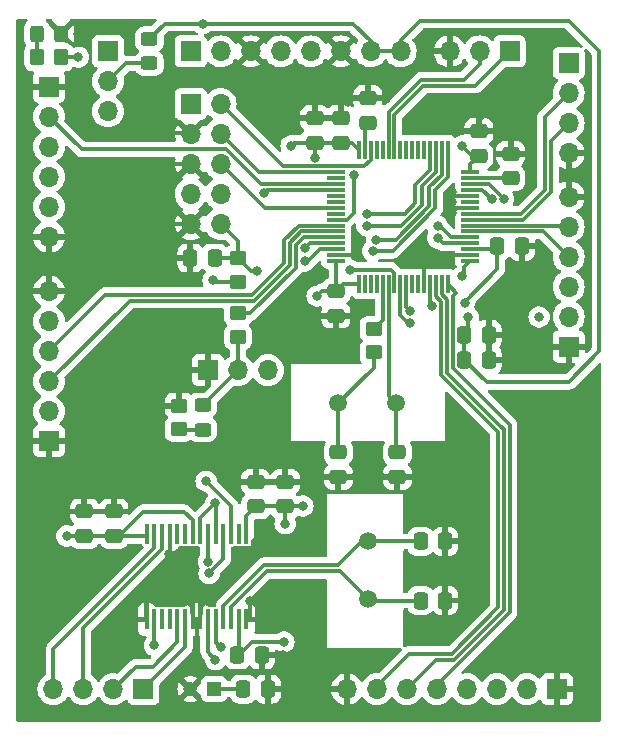
<source format=gtl>
G04 #@! TF.GenerationSoftware,KiCad,Pcbnew,8.0.5*
G04 #@! TF.CreationDate,2025-01-12T20:26:00+01:00*
G04 #@! TF.ProjectId,wolkje-brain,776f6c6b-6a65-42d6-9272-61696e2e6b69,rev?*
G04 #@! TF.SameCoordinates,Original*
G04 #@! TF.FileFunction,Copper,L1,Top*
G04 #@! TF.FilePolarity,Positive*
%FSLAX46Y46*%
G04 Gerber Fmt 4.6, Leading zero omitted, Abs format (unit mm)*
G04 Created by KiCad (PCBNEW 8.0.5) date 2025-01-12 20:26:00*
%MOMM*%
%LPD*%
G01*
G04 APERTURE LIST*
G04 Aperture macros list*
%AMRoundRect*
0 Rectangle with rounded corners*
0 $1 Rounding radius*
0 $2 $3 $4 $5 $6 $7 $8 $9 X,Y pos of 4 corners*
0 Add a 4 corners polygon primitive as box body*
4,1,4,$2,$3,$4,$5,$6,$7,$8,$9,$2,$3,0*
0 Add four circle primitives for the rounded corners*
1,1,$1+$1,$2,$3*
1,1,$1+$1,$4,$5*
1,1,$1+$1,$6,$7*
1,1,$1+$1,$8,$9*
0 Add four rect primitives between the rounded corners*
20,1,$1+$1,$2,$3,$4,$5,0*
20,1,$1+$1,$4,$5,$6,$7,0*
20,1,$1+$1,$6,$7,$8,$9,0*
20,1,$1+$1,$8,$9,$2,$3,0*%
G04 Aperture macros list end*
G04 #@! TA.AperFunction,SMDPad,CuDef*
%ADD10RoundRect,0.250000X-0.475000X0.337500X-0.475000X-0.337500X0.475000X-0.337500X0.475000X0.337500X0*%
G04 #@! TD*
G04 #@! TA.AperFunction,ComponentPad*
%ADD11C,1.200000*%
G04 #@! TD*
G04 #@! TA.AperFunction,ComponentPad*
%ADD12R,1.200000X1.200000*%
G04 #@! TD*
G04 #@! TA.AperFunction,ComponentPad*
%ADD13O,1.700000X1.700000*%
G04 #@! TD*
G04 #@! TA.AperFunction,ComponentPad*
%ADD14R,1.700000X1.700000*%
G04 #@! TD*
G04 #@! TA.AperFunction,SMDPad,CuDef*
%ADD15R,0.450000X1.750000*%
G04 #@! TD*
G04 #@! TA.AperFunction,SMDPad,CuDef*
%ADD16RoundRect,0.250000X0.337500X0.475000X-0.337500X0.475000X-0.337500X-0.475000X0.337500X-0.475000X0*%
G04 #@! TD*
G04 #@! TA.AperFunction,SMDPad,CuDef*
%ADD17RoundRect,0.250000X-0.337500X-0.475000X0.337500X-0.475000X0.337500X0.475000X-0.337500X0.475000X0*%
G04 #@! TD*
G04 #@! TA.AperFunction,SMDPad,CuDef*
%ADD18RoundRect,0.250000X-0.450000X0.350000X-0.450000X-0.350000X0.450000X-0.350000X0.450000X0.350000X0*%
G04 #@! TD*
G04 #@! TA.AperFunction,SMDPad,CuDef*
%ADD19RoundRect,0.250000X0.475000X-0.337500X0.475000X0.337500X-0.475000X0.337500X-0.475000X-0.337500X0*%
G04 #@! TD*
G04 #@! TA.AperFunction,ComponentPad*
%ADD20C,1.500000*%
G04 #@! TD*
G04 #@! TA.AperFunction,SMDPad,CuDef*
%ADD21RoundRect,0.250000X0.450000X-0.325000X0.450000X0.325000X-0.450000X0.325000X-0.450000X-0.325000X0*%
G04 #@! TD*
G04 #@! TA.AperFunction,SMDPad,CuDef*
%ADD22RoundRect,0.250000X0.450000X-0.350000X0.450000X0.350000X-0.450000X0.350000X-0.450000X-0.350000X0*%
G04 #@! TD*
G04 #@! TA.AperFunction,SMDPad,CuDef*
%ADD23RoundRect,0.250000X-0.325000X-0.450000X0.325000X-0.450000X0.325000X0.450000X-0.325000X0.450000X0*%
G04 #@! TD*
G04 #@! TA.AperFunction,SMDPad,CuDef*
%ADD24RoundRect,0.075000X0.700000X-0.075000X0.700000X0.075000X-0.700000X0.075000X-0.700000X-0.075000X0*%
G04 #@! TD*
G04 #@! TA.AperFunction,SMDPad,CuDef*
%ADD25RoundRect,0.075000X0.075000X-0.700000X0.075000X0.700000X-0.075000X0.700000X-0.075000X-0.700000X0*%
G04 #@! TD*
G04 #@! TA.AperFunction,SMDPad,CuDef*
%ADD26RoundRect,0.250000X-0.350000X-0.450000X0.350000X-0.450000X0.350000X0.450000X-0.350000X0.450000X0*%
G04 #@! TD*
G04 #@! TA.AperFunction,ViaPad*
%ADD27C,0.800000*%
G04 #@! TD*
G04 #@! TA.AperFunction,Conductor*
%ADD28C,0.300000*%
G04 #@! TD*
G04 APERTURE END LIST*
D10*
X82500000Y-89037500D03*
X82500000Y-86962500D03*
X89400000Y-61837500D03*
X89400000Y-59762500D03*
D11*
X64972600Y-107000000D03*
D12*
X66972600Y-107000000D03*
D10*
X75500000Y-60737500D03*
X75500000Y-58662500D03*
D13*
X71540000Y-80000000D03*
X69000000Y-80000000D03*
D14*
X66460000Y-80000000D03*
D15*
X69725000Y-101100000D03*
X69075000Y-101100000D03*
X68425000Y-101100000D03*
X67775000Y-101100000D03*
X67125000Y-101100000D03*
X66475000Y-101100000D03*
X65825000Y-101100000D03*
X65175000Y-101100000D03*
X64525000Y-101100000D03*
X63875000Y-101100000D03*
X63225000Y-101100000D03*
X62575000Y-101100000D03*
X61925000Y-101100000D03*
X61275000Y-101100000D03*
X61275000Y-93900000D03*
X61925000Y-93900000D03*
X62575000Y-93900000D03*
X63225000Y-93900000D03*
X63875000Y-93900000D03*
X64525000Y-93900000D03*
X65175000Y-93900000D03*
X65825000Y-93900000D03*
X66475000Y-93900000D03*
X67125000Y-93900000D03*
X67775000Y-93900000D03*
X68425000Y-93900000D03*
X69075000Y-93900000D03*
X69725000Y-93900000D03*
D16*
X88162500Y-77000000D03*
X90237500Y-77000000D03*
D17*
X86537500Y-99500000D03*
X84462500Y-99500000D03*
D13*
X86920000Y-53000000D03*
X89460000Y-53000000D03*
D14*
X92000000Y-53000000D03*
D10*
X77700000Y-60737500D03*
X77700000Y-58662500D03*
D18*
X69000000Y-72500000D03*
X69000000Y-70500000D03*
D10*
X70500000Y-91537500D03*
X70500000Y-89462500D03*
D19*
X80000000Y-56962500D03*
X80000000Y-59037500D03*
D20*
X80000000Y-99380000D03*
X80000000Y-94500000D03*
D16*
X68962500Y-104100000D03*
X71037500Y-104100000D03*
D13*
X67540000Y-67620000D03*
X65000000Y-67620000D03*
X67540000Y-65080000D03*
X65000000Y-65080000D03*
X67540000Y-62540000D03*
X65000000Y-62540000D03*
X67540000Y-60000000D03*
X65000000Y-60000000D03*
X67540000Y-57460000D03*
D14*
X65000000Y-57460000D03*
D21*
X66000000Y-82975000D03*
X66000000Y-85025000D03*
D19*
X77300000Y-73300000D03*
X77300000Y-75375000D03*
D20*
X82380000Y-82800000D03*
X77500000Y-82800000D03*
D10*
X58500000Y-94037500D03*
X58500000Y-91962500D03*
D16*
X90962500Y-69500000D03*
X93037500Y-69500000D03*
D22*
X64000000Y-83000000D03*
X64000000Y-85000000D03*
D23*
X54025000Y-51500000D03*
X51975000Y-51500000D03*
D17*
X67037500Y-70500000D03*
X64962500Y-70500000D03*
D22*
X80500000Y-76500000D03*
X80500000Y-78500000D03*
D16*
X88162500Y-79100000D03*
X90237500Y-79100000D03*
D22*
X69000000Y-75200000D03*
X69000000Y-77200000D03*
D10*
X56000000Y-94037500D03*
X56000000Y-91962500D03*
D19*
X92100000Y-61662500D03*
X92100000Y-63737500D03*
D10*
X77500000Y-89037500D03*
X77500000Y-86962500D03*
D17*
X86537500Y-94500000D03*
X84462500Y-94500000D03*
D10*
X73000000Y-91537500D03*
X73000000Y-89462500D03*
D16*
X69462500Y-107000000D03*
X71537500Y-107000000D03*
D21*
X61500000Y-51975000D03*
X61500000Y-54025000D03*
D24*
X77325000Y-70750000D03*
X77325000Y-70250000D03*
X77325000Y-69750000D03*
X77325000Y-69250000D03*
X77325000Y-68750000D03*
X77325000Y-68250000D03*
X77325000Y-67750000D03*
X77325000Y-67250000D03*
X77325000Y-66750000D03*
X77325000Y-66250000D03*
X77325000Y-65750000D03*
X77325000Y-65250000D03*
X77325000Y-64750000D03*
X77325000Y-64250000D03*
X77325000Y-63750000D03*
X77325000Y-63250000D03*
D25*
X79250000Y-61325000D03*
X79750000Y-61325000D03*
X80250000Y-61325000D03*
X80750000Y-61325000D03*
X81250000Y-61325000D03*
X81750000Y-61325000D03*
X82250000Y-61325000D03*
X82750000Y-61325000D03*
X83250000Y-61325000D03*
X83750000Y-61325000D03*
X84250000Y-61325000D03*
X84750000Y-61325000D03*
X85250000Y-61325000D03*
X85750000Y-61325000D03*
X86250000Y-61325000D03*
X86750000Y-61325000D03*
D24*
X88675000Y-63250000D03*
X88675000Y-63750000D03*
X88675000Y-64250000D03*
X88675000Y-64750000D03*
X88675000Y-65250000D03*
X88675000Y-65750000D03*
X88675000Y-66250000D03*
X88675000Y-66750000D03*
X88675000Y-67250000D03*
X88675000Y-67750000D03*
X88675000Y-68250000D03*
X88675000Y-68750000D03*
X88675000Y-69250000D03*
X88675000Y-69750000D03*
X88675000Y-70250000D03*
X88675000Y-70750000D03*
D25*
X86750000Y-72675000D03*
X86250000Y-72675000D03*
X85750000Y-72675000D03*
X85250000Y-72675000D03*
X84750000Y-72675000D03*
X84250000Y-72675000D03*
X83750000Y-72675000D03*
X83250000Y-72675000D03*
X82750000Y-72675000D03*
X82250000Y-72675000D03*
X81750000Y-72675000D03*
X81250000Y-72675000D03*
X80750000Y-72675000D03*
X80250000Y-72675000D03*
X79750000Y-72675000D03*
X79250000Y-72675000D03*
D13*
X58000000Y-58080000D03*
X58000000Y-55540000D03*
D14*
X58000000Y-53000000D03*
D26*
X54000000Y-53500000D03*
X52000000Y-53500000D03*
D13*
X53000000Y-68700000D03*
X53000000Y-66160000D03*
X53000000Y-63620000D03*
X53000000Y-61080000D03*
X53000000Y-58540000D03*
D14*
X53000000Y-56000000D03*
D13*
X97000000Y-61620000D03*
X97000000Y-59080000D03*
X97000000Y-56540000D03*
D14*
X97000000Y-54000000D03*
D13*
X53000000Y-73300000D03*
X53000000Y-75840000D03*
X53000000Y-78380000D03*
X53000000Y-80920000D03*
X53000000Y-83460000D03*
D14*
X53000000Y-86000000D03*
D13*
X53380000Y-107000000D03*
X55920000Y-107000000D03*
X58460000Y-107000000D03*
D14*
X61000000Y-107000000D03*
D13*
X97000000Y-65300000D03*
X97000000Y-67840000D03*
X97000000Y-70380000D03*
X97000000Y-72920000D03*
X97000000Y-75460000D03*
D14*
X97000000Y-78000000D03*
D13*
X78220000Y-107000000D03*
X80760000Y-107000000D03*
X83300000Y-107000000D03*
X85840000Y-107000000D03*
X88380000Y-107000000D03*
X90920000Y-107000000D03*
X93460000Y-107000000D03*
D14*
X96000000Y-107000000D03*
D13*
X82780000Y-53000000D03*
X80240000Y-53000000D03*
X77700000Y-53000000D03*
X75160000Y-53000000D03*
X72620000Y-53000000D03*
X70080000Y-53000000D03*
X67540000Y-53000000D03*
D14*
X65000000Y-53000000D03*
D27*
X65500000Y-104200000D03*
X70100000Y-54900000D03*
X77700000Y-55000000D03*
X73000000Y-93000000D03*
X94500000Y-75500000D03*
X75500000Y-62000000D03*
X72900000Y-103000000D03*
X88000000Y-61000000D03*
X55500000Y-53500000D03*
X73500000Y-61000000D03*
X88200000Y-74300000D03*
X66900000Y-72400000D03*
X74500000Y-91500000D03*
X75700000Y-73730331D03*
X89500000Y-58500000D03*
X79000000Y-70000000D03*
X94500000Y-69500000D03*
X87100000Y-65800000D03*
X79000000Y-89000000D03*
X87100000Y-64900000D03*
X64600000Y-99500000D03*
X58500000Y-90500000D03*
X55500000Y-51500000D03*
X81500000Y-57000000D03*
X92000000Y-79400000D03*
X87100000Y-66700000D03*
X62500000Y-83000000D03*
X63200000Y-95600000D03*
X73000000Y-107000000D03*
X88000000Y-94500000D03*
X92200000Y-60000000D03*
X85200000Y-70700000D03*
X56000000Y-90500000D03*
X81000000Y-89000000D03*
X70500000Y-88000000D03*
X92000000Y-76900000D03*
X70000000Y-99500000D03*
X78300000Y-57300000D03*
X88000000Y-99500000D03*
X63000000Y-67600000D03*
X65000000Y-72000000D03*
X72800000Y-104150000D03*
X66400000Y-99500000D03*
X75500000Y-57300000D03*
X62900000Y-62500000D03*
X61300000Y-99300000D03*
X75600000Y-75400000D03*
X65500000Y-99200000D03*
X62900000Y-59900000D03*
X86600000Y-70700000D03*
X73000000Y-88000000D03*
X66000000Y-50650000D03*
X88500000Y-75500000D03*
X54500000Y-94037500D03*
X85452056Y-74522944D03*
X78500000Y-71500000D03*
X70626775Y-71626775D03*
X61925000Y-103300000D03*
X67100000Y-104500000D03*
X91500000Y-65500000D03*
X80716228Y-68951315D03*
X66300000Y-89400000D03*
X67100000Y-91250000D03*
X80400000Y-69900000D03*
X78800000Y-63500000D03*
X88000000Y-72050000D03*
X85900000Y-67800000D03*
X79900000Y-67750000D03*
X66500000Y-96200000D03*
X83600000Y-74999997D03*
X83600000Y-76000000D03*
X90469669Y-65530331D03*
X67530331Y-103469669D03*
X85900000Y-68800000D03*
X66560658Y-97200003D03*
X79900000Y-66749997D03*
X74650000Y-70750000D03*
X71188404Y-65000000D03*
X74688946Y-69685927D03*
D28*
X65500000Y-104200000D02*
X65500000Y-101425000D01*
X65175000Y-101100000D02*
X65500000Y-101425000D01*
X65500000Y-101425000D02*
X65825000Y-101100000D01*
X61275000Y-101100000D02*
X61275000Y-99325000D01*
X61275000Y-99325000D02*
X61300000Y-99300000D01*
X54500000Y-94037500D02*
X56000000Y-94037500D01*
X58500000Y-94037500D02*
X58962500Y-94037500D01*
X64450000Y-92000000D02*
X65175000Y-92725000D01*
X58962500Y-94037500D02*
X61000000Y-92000000D01*
X61000000Y-92000000D02*
X64450000Y-92000000D01*
X65175000Y-92725000D02*
X65175000Y-93900000D01*
X84750000Y-71150000D02*
X84750000Y-72675000D01*
X85200000Y-70700000D02*
X84750000Y-71150000D01*
X86600000Y-70700000D02*
X87050000Y-70250000D01*
X87050000Y-70250000D02*
X88675000Y-70250000D01*
X88175000Y-71250000D02*
X88675000Y-70750000D01*
X88000000Y-72050000D02*
X88175000Y-71875000D01*
X88175000Y-71875000D02*
X88175000Y-71250000D01*
X80400000Y-69900000D02*
X82100000Y-69900000D01*
X82100000Y-69900000D02*
X85700000Y-66300000D01*
X85700000Y-66300000D02*
X85700000Y-64721318D01*
X85700000Y-64721318D02*
X86750000Y-63671318D01*
X86750000Y-63671318D02*
X86750000Y-61325000D01*
X80716228Y-68951315D02*
X82341579Y-68951315D01*
X85200000Y-64514212D02*
X86250000Y-63464212D01*
X82341579Y-68951315D02*
X85200000Y-66092894D01*
X85200000Y-66092894D02*
X85200000Y-64514212D01*
X86250000Y-63464212D02*
X86250000Y-61325000D01*
X79900000Y-67750000D02*
X82835788Y-67750000D01*
X85457107Y-63550000D02*
X85750000Y-63257107D01*
X82835788Y-67750000D02*
X84600000Y-65985788D01*
X84600000Y-64407106D02*
X85457106Y-63550000D01*
X84600000Y-65985788D02*
X84600000Y-64407106D01*
X85750000Y-63257107D02*
X85750000Y-61325000D01*
X85457106Y-63550000D02*
X85457107Y-63550000D01*
X79900000Y-66749997D02*
X83128685Y-66749997D01*
X83128685Y-66749997D02*
X84000000Y-65878682D01*
X84000000Y-65878682D02*
X84000000Y-64300000D01*
X84000000Y-64300000D02*
X85250000Y-63050000D01*
X85250000Y-63050000D02*
X85250000Y-61325000D01*
X82250000Y-61325000D02*
X82250000Y-58357106D01*
X82250000Y-58357106D02*
X84707106Y-55900000D01*
X84707106Y-55900000D02*
X89100000Y-55900000D01*
X89100000Y-55900000D02*
X92000000Y-53000000D01*
X81750000Y-61325000D02*
X81750000Y-58150000D01*
X81750000Y-58150000D02*
X84500000Y-55400000D01*
X84500000Y-55400000D02*
X88100000Y-55400000D01*
X88100000Y-55400000D02*
X89460000Y-54040000D01*
X89460000Y-54040000D02*
X89460000Y-53000000D01*
X88162500Y-79100000D02*
X90062500Y-81000000D01*
X90062500Y-81000000D02*
X97000000Y-81000000D01*
X97000000Y-81000000D02*
X99600000Y-78400000D01*
X97000000Y-50400000D02*
X84400000Y-50400000D01*
X99600000Y-53000000D02*
X97000000Y-50400000D01*
X99600000Y-78400000D02*
X99600000Y-53000000D01*
X84400000Y-50400000D02*
X82780000Y-52020000D01*
X82780000Y-52020000D02*
X82780000Y-53000000D01*
X66000000Y-50650000D02*
X78750000Y-50650000D01*
X78750000Y-50650000D02*
X80240000Y-52140000D01*
X80240000Y-52140000D02*
X80240000Y-53000000D01*
X75700000Y-73730331D02*
X76130331Y-73300000D01*
X90962500Y-71437500D02*
X90962500Y-69500000D01*
X75500000Y-60737500D02*
X73762500Y-60737500D01*
X72900000Y-103000000D02*
X70200000Y-103000000D01*
X70200000Y-103000000D02*
X69100000Y-104100000D01*
X69100000Y-104100000D02*
X68962500Y-104100000D01*
X67000000Y-72500000D02*
X69000000Y-72500000D01*
X88675000Y-62562500D02*
X89400000Y-61837500D01*
X79250000Y-72675000D02*
X77925000Y-72675000D01*
X77925000Y-72675000D02*
X77300000Y-73300000D01*
X69725000Y-92312500D02*
X70500000Y-91537500D01*
X70500000Y-91537500D02*
X73000000Y-91537500D01*
X77300000Y-73300000D02*
X77325000Y-73275000D01*
X75500000Y-60737500D02*
X75500000Y-62000000D01*
X90712500Y-69750000D02*
X88675000Y-69750000D01*
X76130331Y-73300000D02*
X77300000Y-73300000D01*
X69725000Y-93900000D02*
X69725000Y-92312500D01*
X73000000Y-91537500D02*
X73000000Y-93000000D01*
X88200000Y-74200000D02*
X90962500Y-71437500D01*
X77700000Y-60737500D02*
X78662500Y-60737500D01*
X74462500Y-91537500D02*
X74500000Y-91500000D01*
X69075000Y-103987500D02*
X69075000Y-101100000D01*
X66900000Y-72400000D02*
X67000000Y-72500000D01*
X73000000Y-91537500D02*
X74462500Y-91537500D01*
X73762500Y-60737500D02*
X73500000Y-61000000D01*
X55500000Y-53500000D02*
X54000000Y-53500000D01*
X88837500Y-61837500D02*
X89400000Y-61837500D01*
X88000000Y-61000000D02*
X88837500Y-61837500D01*
X77700000Y-60737500D02*
X75500000Y-60737500D01*
X68962500Y-104100000D02*
X69075000Y-103987500D01*
X88200000Y-74300000D02*
X88200000Y-74200000D01*
X77325000Y-73275000D02*
X77325000Y-70750000D01*
X78662500Y-60737500D02*
X79250000Y-61325000D01*
X88675000Y-63250000D02*
X88675000Y-62562500D01*
X90962500Y-69500000D02*
X90712500Y-69750000D01*
X64980000Y-67600000D02*
X65000000Y-67620000D01*
X65825000Y-100075000D02*
X66400000Y-99500000D01*
X63225000Y-93900000D02*
X63225000Y-95575000D01*
X63225000Y-95575000D02*
X63200000Y-95600000D01*
X70000000Y-100825000D02*
X69725000Y-101100000D01*
X87450000Y-65250000D02*
X87100000Y-64900000D01*
X63000000Y-67600000D02*
X64980000Y-67600000D01*
X65000000Y-62540000D02*
X62940000Y-62540000D01*
X65175000Y-100075000D02*
X64600000Y-99500000D01*
X65175000Y-101100000D02*
X65175000Y-100075000D01*
X64900000Y-59900000D02*
X65000000Y-60000000D01*
X77325000Y-70250000D02*
X78750000Y-70250000D01*
X88675000Y-65250000D02*
X87450000Y-65250000D01*
X87550000Y-66250000D02*
X87100000Y-66700000D01*
X78750000Y-70250000D02*
X79000000Y-70000000D01*
X70000000Y-99500000D02*
X70000000Y-100825000D01*
X62900000Y-59900000D02*
X64900000Y-59900000D01*
X62940000Y-62540000D02*
X62900000Y-62500000D01*
X65825000Y-101100000D02*
X65825000Y-100075000D01*
X88675000Y-66250000D02*
X87550000Y-66250000D01*
X66000000Y-50650000D02*
X62825000Y-50650000D01*
X88500000Y-75500000D02*
X88500000Y-76662500D01*
X85250000Y-74320888D02*
X85452056Y-74522944D01*
X62825000Y-50650000D02*
X61500000Y-51975000D01*
X61137500Y-94037500D02*
X61275000Y-93900000D01*
X88162500Y-77000000D02*
X88162500Y-79100000D01*
X58500000Y-94037500D02*
X61137500Y-94037500D01*
X85250000Y-72675000D02*
X85250000Y-74320888D01*
X58500000Y-94037500D02*
X56000000Y-94037500D01*
X88500000Y-76662500D02*
X88162500Y-77000000D01*
X82780000Y-53000000D02*
X80240000Y-53000000D01*
X78500000Y-71500000D02*
X81953120Y-71500000D01*
X81953120Y-71500000D02*
X82250000Y-71796880D01*
X82250000Y-71796880D02*
X82250000Y-72675000D01*
X69000000Y-70500000D02*
X67037500Y-70500000D01*
X69000000Y-70500000D02*
X69000000Y-69080000D01*
X69000000Y-69080000D02*
X67540000Y-67620000D01*
X70126775Y-71626775D02*
X69000000Y-70500000D01*
X70626775Y-71626775D02*
X70126775Y-71626775D01*
X77500000Y-82800000D02*
X77500000Y-86962500D01*
X80500000Y-79800000D02*
X77500000Y-82800000D01*
X80500000Y-78500000D02*
X80500000Y-79800000D01*
X92087500Y-63750000D02*
X88675000Y-63750000D01*
X92100000Y-63737500D02*
X92087500Y-63750000D01*
X79750000Y-59287500D02*
X80000000Y-59037500D01*
X79750000Y-61325000D02*
X79750000Y-59287500D01*
X71200000Y-96500000D02*
X77500000Y-96500000D01*
X84462500Y-94500000D02*
X80000000Y-94500000D01*
X67775000Y-101100000D02*
X67775000Y-99925000D01*
X79500000Y-94500000D02*
X80000000Y-94500000D01*
X77500000Y-96500000D02*
X79500000Y-94500000D01*
X67775000Y-99925000D02*
X71200000Y-96500000D01*
X69462500Y-107000000D02*
X66972600Y-107000000D01*
X61925000Y-103300000D02*
X61925000Y-101100000D01*
X68425000Y-100014339D02*
X71439339Y-97000000D01*
X80120000Y-99500000D02*
X80000000Y-99380000D01*
X68425000Y-101100000D02*
X68425000Y-100014339D01*
X84462500Y-99500000D02*
X80120000Y-99500000D01*
X77620000Y-97000000D02*
X80000000Y-99380000D01*
X71439339Y-97000000D02*
X77620000Y-97000000D01*
X66000000Y-82975000D02*
X66025000Y-82975000D01*
X69000000Y-77200000D02*
X69000000Y-80000000D01*
X66025000Y-82975000D02*
X69000000Y-80000000D01*
X70790000Y-63250000D02*
X67540000Y-60000000D01*
X77325000Y-63250000D02*
X70790000Y-63250000D01*
X79703120Y-62750000D02*
X72830000Y-62750000D01*
X80250000Y-61325000D02*
X80250000Y-62203120D01*
X80250000Y-62203120D02*
X79703120Y-62750000D01*
X72830000Y-62750000D02*
X67540000Y-57460000D01*
X74564212Y-68750000D02*
X77325000Y-68750000D01*
X69000000Y-75200000D02*
X70007106Y-75200000D01*
X73900000Y-69414212D02*
X74564212Y-68750000D01*
X70007106Y-75200000D02*
X73900000Y-71307106D01*
X73900000Y-71307106D02*
X73900000Y-69414212D01*
X81250000Y-72675000D02*
X81250000Y-75750000D01*
X81250000Y-75750000D02*
X80500000Y-76500000D01*
X82380000Y-86842500D02*
X82500000Y-86962500D01*
X81750000Y-82170000D02*
X82380000Y-82800000D01*
X81750000Y-72675000D02*
X81750000Y-82170000D01*
X82380000Y-82800000D02*
X82380000Y-86842500D01*
X91500000Y-65500000D02*
X90250000Y-64250000D01*
X90250000Y-64250000D02*
X88675000Y-64250000D01*
X67400000Y-90500000D02*
X67410661Y-90500000D01*
X68425000Y-91514339D02*
X68425000Y-93900000D01*
X66300000Y-89400000D02*
X67400000Y-90500000D01*
X67410661Y-90500000D02*
X68425000Y-91514339D01*
X65825000Y-92525000D02*
X67100000Y-91250000D01*
X65825000Y-93900000D02*
X65825000Y-92525000D01*
X67125000Y-91275000D02*
X67100000Y-91250000D01*
X67125000Y-93900000D02*
X67125000Y-91275000D01*
X86725000Y-80225000D02*
X91207107Y-84707106D01*
X87292894Y-104500000D02*
X85800000Y-104500000D01*
X86725000Y-74028120D02*
X86725000Y-80225000D01*
X86250000Y-73553120D02*
X86725000Y-74028120D01*
X91207107Y-84707106D02*
X91500000Y-84999999D01*
X85800000Y-104500000D02*
X83300000Y-107000000D01*
X91500000Y-100292894D02*
X87292894Y-104500000D01*
X91500000Y-84999999D02*
X91500000Y-100292894D01*
X86250000Y-72675000D02*
X86250000Y-73553120D01*
X80760000Y-107000000D02*
X80760000Y-106740000D01*
X86225000Y-80432106D02*
X86225000Y-74235227D01*
X85750000Y-73760227D02*
X85750000Y-72675000D01*
X87085788Y-104000000D02*
X91000000Y-100085788D01*
X91000000Y-100085788D02*
X91000000Y-85207106D01*
X86225000Y-74235227D02*
X85750000Y-73760227D01*
X83500000Y-104000000D02*
X87085788Y-104000000D01*
X91000000Y-85207106D02*
X86225000Y-80432106D01*
X80760000Y-106740000D02*
X83500000Y-104000000D01*
X77325000Y-67250000D02*
X78203120Y-67250000D01*
X78203120Y-67250000D02*
X78800000Y-66653120D01*
X78800000Y-66653120D02*
X78800000Y-63500000D01*
X73400000Y-71100000D02*
X70400000Y-74100000D01*
X73400000Y-69207106D02*
X73400000Y-71100000D01*
X59820000Y-74100000D02*
X53000000Y-80920000D01*
X70400000Y-74100000D02*
X59820000Y-74100000D01*
X74357106Y-68250000D02*
X73400000Y-69207106D01*
X77325000Y-68250000D02*
X74357106Y-68250000D01*
X86100000Y-67800000D02*
X87050000Y-68750000D01*
X85900000Y-67800000D02*
X86100000Y-67800000D01*
X87050000Y-68750000D02*
X88675000Y-68750000D01*
X66475000Y-93900000D02*
X66475000Y-96175000D01*
X66475000Y-96175000D02*
X66500000Y-96200000D01*
X83600000Y-74999997D02*
X83250000Y-74649997D01*
X83250000Y-74649997D02*
X83250000Y-72675000D01*
X55760000Y-61300000D02*
X53000000Y-58540000D01*
X77325000Y-64250000D02*
X70947057Y-64250000D01*
X67997057Y-61300000D02*
X55760000Y-61300000D01*
X70947057Y-64250000D02*
X67997057Y-61300000D01*
X88675000Y-68250000D02*
X94870000Y-68250000D01*
X94870000Y-68250000D02*
X97000000Y-70380000D01*
X87225000Y-73700000D02*
X87225000Y-79830456D01*
X92000000Y-100500000D02*
X85840000Y-106660000D01*
X87500000Y-73425000D02*
X87225000Y-73700000D01*
X87225000Y-79830456D02*
X92000000Y-84605456D01*
X85840000Y-106660000D02*
X85840000Y-107000000D01*
X92000000Y-84605456D02*
X92000000Y-100500000D01*
X86750000Y-72675000D02*
X87500000Y-73425000D01*
X70192894Y-73600000D02*
X57780000Y-73600000D01*
X72900000Y-69000000D02*
X72900000Y-70892894D01*
X74150000Y-67750000D02*
X72900000Y-69000000D01*
X57780000Y-73600000D02*
X53000000Y-78380000D01*
X72900000Y-70892894D02*
X70192894Y-73600000D01*
X77325000Y-67750000D02*
X74150000Y-67750000D01*
X82743183Y-75343183D02*
X82743183Y-73715270D01*
X82750000Y-73708453D02*
X82750000Y-72675000D01*
X83400000Y-76000000D02*
X82743183Y-75343183D01*
X83600000Y-76000000D02*
X83400000Y-76000000D01*
X82743183Y-73715270D02*
X82750000Y-73708453D01*
X88675000Y-64750000D02*
X89689338Y-64750000D01*
X67125000Y-103064338D02*
X67530331Y-103469669D01*
X89689338Y-64750000D02*
X90469669Y-65530331D01*
X67125000Y-101100000D02*
X67125000Y-103064338D01*
X85900000Y-68800000D02*
X86350000Y-69250000D01*
X86350000Y-69250000D02*
X88675000Y-69250000D01*
X88675000Y-67750000D02*
X96910000Y-67750000D01*
X96910000Y-67750000D02*
X97000000Y-67840000D01*
X95500000Y-64912562D02*
X95500000Y-60580000D01*
X95500000Y-60580000D02*
X97000000Y-59080000D01*
X88675000Y-67250000D02*
X93162562Y-67250000D01*
X93162562Y-67250000D02*
X95500000Y-64912562D01*
X66560658Y-97200003D02*
X67775000Y-95985661D01*
X67775000Y-95985661D02*
X67775000Y-93900000D01*
X66000000Y-85025000D02*
X64025000Y-85025000D01*
X64025000Y-85025000D02*
X64000000Y-85000000D01*
X74650000Y-70750000D02*
X74950000Y-70750000D01*
X74950000Y-70750000D02*
X75950000Y-69750000D01*
X75950000Y-69750000D02*
X77325000Y-69750000D01*
X71438404Y-64750000D02*
X71188404Y-65000000D01*
X77325000Y-64750000D02*
X71438404Y-64750000D01*
X95000000Y-64705456D02*
X95000000Y-58540000D01*
X88675000Y-66750000D02*
X92955456Y-66750000D01*
X95000000Y-58540000D02*
X97000000Y-56540000D01*
X92955456Y-66750000D02*
X95000000Y-64705456D01*
X62575000Y-93900000D02*
X62575000Y-95132106D01*
X55920000Y-101787106D02*
X55920000Y-107000000D01*
X62575000Y-95132106D02*
X55920000Y-101787106D01*
X61925000Y-93900000D02*
X61925000Y-95075000D01*
X61925000Y-95075000D02*
X53380000Y-103620000D01*
X53380000Y-103620000D02*
X53380000Y-107000000D01*
X75124873Y-69250000D02*
X77325000Y-69250000D01*
X74688946Y-69685927D02*
X75124873Y-69250000D01*
X77325000Y-66250000D02*
X71250000Y-66250000D01*
X71250000Y-66250000D02*
X67540000Y-62540000D01*
X59515000Y-54025000D02*
X58000000Y-55540000D01*
X61500000Y-54025000D02*
X59515000Y-54025000D01*
X51975000Y-51500000D02*
X51975000Y-53475000D01*
X51975000Y-53475000D02*
X52000000Y-53500000D01*
X64525000Y-101100000D02*
X64525000Y-103475000D01*
X64525000Y-103475000D02*
X61000000Y-107000000D01*
X63875000Y-101100000D02*
X63875000Y-103025000D01*
X63875000Y-103025000D02*
X61800000Y-105100000D01*
X61800000Y-105100000D02*
X60360000Y-105100000D01*
X60360000Y-105100000D02*
X58460000Y-107000000D01*
X67100000Y-104500000D02*
X66475000Y-103875000D01*
X66475000Y-103875000D02*
X66475000Y-101100000D01*
G04 #@! TA.AperFunction,Conductor*
G36*
X51155809Y-50270185D02*
G01*
X51201564Y-50322989D01*
X51211508Y-50392147D01*
X51182483Y-50455703D01*
X51176451Y-50462181D01*
X51057289Y-50581342D01*
X50965187Y-50730663D01*
X50965185Y-50730668D01*
X50937349Y-50814670D01*
X50910001Y-50897203D01*
X50910001Y-50897204D01*
X50910000Y-50897204D01*
X50899500Y-50999983D01*
X50899500Y-52000001D01*
X50899501Y-52000019D01*
X50910000Y-52102796D01*
X50910001Y-52102799D01*
X50965185Y-52269331D01*
X50965187Y-52269336D01*
X50997931Y-52322422D01*
X51020010Y-52358219D01*
X51057289Y-52418657D01*
X51060795Y-52423091D01*
X51086934Y-52487887D01*
X51073892Y-52556529D01*
X51060795Y-52576909D01*
X51057289Y-52581342D01*
X50965187Y-52730663D01*
X50965185Y-52730668D01*
X50952597Y-52768656D01*
X50910001Y-52897203D01*
X50910001Y-52897204D01*
X50910000Y-52897204D01*
X50899500Y-52999983D01*
X50899500Y-54000001D01*
X50899501Y-54000019D01*
X50910000Y-54102796D01*
X50910001Y-54102799D01*
X50933607Y-54174035D01*
X50965186Y-54269334D01*
X51057288Y-54418656D01*
X51181344Y-54542712D01*
X51330666Y-54634814D01*
X51497203Y-54689999D01*
X51599991Y-54700500D01*
X51614188Y-54700499D01*
X51681225Y-54720180D01*
X51726983Y-54772981D01*
X51736931Y-54842139D01*
X51713462Y-54898806D01*
X51706648Y-54907908D01*
X51706645Y-54907913D01*
X51656403Y-55042620D01*
X51656401Y-55042627D01*
X51650000Y-55102155D01*
X51650000Y-55750000D01*
X52566988Y-55750000D01*
X52534075Y-55807007D01*
X52500000Y-55934174D01*
X52500000Y-56065826D01*
X52534075Y-56192993D01*
X52566988Y-56250000D01*
X51650000Y-56250000D01*
X51650000Y-56897844D01*
X51656401Y-56957372D01*
X51656403Y-56957379D01*
X51706645Y-57092086D01*
X51706649Y-57092093D01*
X51792809Y-57207187D01*
X51792812Y-57207190D01*
X51907906Y-57293350D01*
X51907913Y-57293354D01*
X52039470Y-57342421D01*
X52095403Y-57384292D01*
X52119821Y-57449756D01*
X52104970Y-57518029D01*
X52083819Y-57546284D01*
X51961503Y-57668600D01*
X51825965Y-57862169D01*
X51825964Y-57862171D01*
X51726098Y-58076335D01*
X51726094Y-58076344D01*
X51664938Y-58304586D01*
X51664936Y-58304596D01*
X51644341Y-58539999D01*
X51644341Y-58540000D01*
X51664936Y-58775403D01*
X51664938Y-58775413D01*
X51726094Y-59003655D01*
X51726096Y-59003659D01*
X51726097Y-59003663D01*
X51779644Y-59118495D01*
X51825965Y-59217830D01*
X51825967Y-59217834D01*
X51961501Y-59411395D01*
X51961506Y-59411402D01*
X52128597Y-59578493D01*
X52128603Y-59578498D01*
X52314158Y-59708425D01*
X52357783Y-59763002D01*
X52364977Y-59832500D01*
X52333454Y-59894855D01*
X52314158Y-59911575D01*
X52128597Y-60041505D01*
X51961505Y-60208597D01*
X51825965Y-60402169D01*
X51825964Y-60402171D01*
X51726098Y-60616335D01*
X51726094Y-60616344D01*
X51664938Y-60844586D01*
X51664936Y-60844596D01*
X51644341Y-61079999D01*
X51644341Y-61080000D01*
X51664936Y-61315403D01*
X51664938Y-61315413D01*
X51726094Y-61543655D01*
X51726096Y-61543659D01*
X51726097Y-61543663D01*
X51792389Y-61685826D01*
X51825965Y-61757830D01*
X51825967Y-61757834D01*
X51961501Y-61951395D01*
X51961506Y-61951402D01*
X52128597Y-62118493D01*
X52128603Y-62118498D01*
X52314158Y-62248425D01*
X52357783Y-62303002D01*
X52364977Y-62372500D01*
X52333454Y-62434855D01*
X52314158Y-62451575D01*
X52128597Y-62581505D01*
X51961505Y-62748597D01*
X51825965Y-62942169D01*
X51825964Y-62942171D01*
X51726098Y-63156335D01*
X51726094Y-63156344D01*
X51664938Y-63384586D01*
X51664936Y-63384596D01*
X51644341Y-63619999D01*
X51644341Y-63620000D01*
X51664936Y-63855403D01*
X51664938Y-63855413D01*
X51726094Y-64083655D01*
X51726096Y-64083659D01*
X51726097Y-64083663D01*
X51809208Y-64261894D01*
X51825965Y-64297830D01*
X51825967Y-64297834D01*
X51961501Y-64491395D01*
X51961506Y-64491402D01*
X52128597Y-64658493D01*
X52128603Y-64658498D01*
X52314158Y-64788425D01*
X52357783Y-64843002D01*
X52364977Y-64912500D01*
X52333454Y-64974855D01*
X52314158Y-64991575D01*
X52128597Y-65121505D01*
X51961505Y-65288597D01*
X51825965Y-65482169D01*
X51825964Y-65482171D01*
X51726098Y-65696335D01*
X51726094Y-65696344D01*
X51664938Y-65924586D01*
X51664936Y-65924596D01*
X51644341Y-66159999D01*
X51644341Y-66160000D01*
X51664936Y-66395403D01*
X51664938Y-66395413D01*
X51726094Y-66623655D01*
X51726096Y-66623659D01*
X51726097Y-66623663D01*
X51795128Y-66771699D01*
X51825965Y-66837830D01*
X51825967Y-66837834D01*
X51961501Y-67031395D01*
X51961506Y-67031402D01*
X52128597Y-67198493D01*
X52128603Y-67198498D01*
X52314594Y-67328730D01*
X52358219Y-67383307D01*
X52365413Y-67452805D01*
X52333890Y-67515160D01*
X52314595Y-67531880D01*
X52128922Y-67661890D01*
X52128920Y-67661891D01*
X51961891Y-67828920D01*
X51961886Y-67828926D01*
X51826400Y-68022420D01*
X51826399Y-68022422D01*
X51726570Y-68236507D01*
X51726567Y-68236513D01*
X51669364Y-68449999D01*
X51669364Y-68450000D01*
X52566988Y-68450000D01*
X52534075Y-68507007D01*
X52500000Y-68634174D01*
X52500000Y-68765826D01*
X52534075Y-68892993D01*
X52566988Y-68950000D01*
X51669364Y-68950000D01*
X51726567Y-69163486D01*
X51726570Y-69163492D01*
X51826399Y-69377578D01*
X51961894Y-69571082D01*
X52128917Y-69738105D01*
X52322421Y-69873600D01*
X52536507Y-69973429D01*
X52536516Y-69973433D01*
X52750000Y-70030634D01*
X52750000Y-69133012D01*
X52807007Y-69165925D01*
X52934174Y-69200000D01*
X53065826Y-69200000D01*
X53192993Y-69165925D01*
X53250000Y-69133012D01*
X53250000Y-70030633D01*
X53457586Y-69975013D01*
X63875000Y-69975013D01*
X63875000Y-70250000D01*
X64712500Y-70250000D01*
X64712500Y-69275000D01*
X64575027Y-69275000D01*
X64575012Y-69275001D01*
X64472302Y-69285494D01*
X64305880Y-69340641D01*
X64305875Y-69340643D01*
X64156654Y-69432684D01*
X64032684Y-69556654D01*
X63940643Y-69705875D01*
X63940641Y-69705880D01*
X63885494Y-69872302D01*
X63885493Y-69872309D01*
X63875000Y-69975013D01*
X53457586Y-69975013D01*
X53463483Y-69973433D01*
X53463492Y-69973429D01*
X53677578Y-69873600D01*
X53871082Y-69738105D01*
X54038105Y-69571082D01*
X54173600Y-69377578D01*
X54273429Y-69163492D01*
X54273432Y-69163486D01*
X54330636Y-68950000D01*
X53433012Y-68950000D01*
X53465925Y-68892993D01*
X53500000Y-68765826D01*
X53500000Y-68634174D01*
X53465925Y-68507007D01*
X53433012Y-68450000D01*
X54330636Y-68450000D01*
X54330635Y-68449999D01*
X54273432Y-68236513D01*
X54273429Y-68236507D01*
X54173600Y-68022422D01*
X54173599Y-68022420D01*
X54038113Y-67828926D01*
X54038108Y-67828920D01*
X53871078Y-67661890D01*
X53685405Y-67531879D01*
X53641780Y-67477302D01*
X53634588Y-67407804D01*
X53666110Y-67345449D01*
X53685406Y-67328730D01*
X53707881Y-67312993D01*
X53871401Y-67198495D01*
X54038495Y-67031401D01*
X54174035Y-66837830D01*
X54273903Y-66623663D01*
X54335063Y-66395408D01*
X54355659Y-66160000D01*
X54335063Y-65924592D01*
X54287356Y-65746546D01*
X54273905Y-65696344D01*
X54273904Y-65696343D01*
X54273903Y-65696337D01*
X54174035Y-65482171D01*
X54116499Y-65400000D01*
X54038494Y-65288597D01*
X53871402Y-65121506D01*
X53871396Y-65121501D01*
X53685842Y-64991575D01*
X53642217Y-64936998D01*
X53635023Y-64867500D01*
X53666546Y-64805145D01*
X53685842Y-64788425D01*
X53726705Y-64759812D01*
X53871401Y-64658495D01*
X54038495Y-64491401D01*
X54174035Y-64297830D01*
X54273903Y-64083663D01*
X54335063Y-63855408D01*
X54355659Y-63620000D01*
X54335063Y-63384592D01*
X54273903Y-63156337D01*
X54174035Y-62942171D01*
X54172585Y-62940099D01*
X54038494Y-62748597D01*
X53871402Y-62581506D01*
X53871396Y-62581501D01*
X53685842Y-62451575D01*
X53642217Y-62396998D01*
X53635023Y-62327500D01*
X53666546Y-62265145D01*
X53685842Y-62248425D01*
X53719285Y-62225008D01*
X53871401Y-62118495D01*
X54038495Y-61951401D01*
X54174035Y-61757830D01*
X54273903Y-61543663D01*
X54335063Y-61315408D01*
X54353753Y-61101781D01*
X54379205Y-61036713D01*
X54435796Y-60995734D01*
X54505558Y-60991856D01*
X54564962Y-61024908D01*
X55345326Y-61805273D01*
X55345334Y-61805279D01*
X55428942Y-61861144D01*
X55451871Y-61876464D01*
X55451872Y-61876464D01*
X55451873Y-61876465D01*
X55570256Y-61925501D01*
X55570260Y-61925501D01*
X55570261Y-61925502D01*
X55695928Y-61950500D01*
X55695931Y-61950500D01*
X63598733Y-61950500D01*
X63665772Y-61970185D01*
X63711527Y-62022989D01*
X63721471Y-62092147D01*
X63718508Y-62106594D01*
X63665431Y-62304676D01*
X63665430Y-62304684D01*
X63644843Y-62539998D01*
X63644843Y-62540001D01*
X63665430Y-62775315D01*
X63665432Y-62775326D01*
X63726566Y-63003483D01*
X63726570Y-63003492D01*
X63826400Y-63217579D01*
X63826402Y-63217583D01*
X63885072Y-63301373D01*
X63885073Y-63301373D01*
X64517037Y-62669408D01*
X64534075Y-62732993D01*
X64599901Y-62847007D01*
X64692993Y-62940099D01*
X64807007Y-63005925D01*
X64870590Y-63022962D01*
X64238625Y-63654925D01*
X64314594Y-63708119D01*
X64358219Y-63762696D01*
X64365413Y-63832194D01*
X64333890Y-63894549D01*
X64314595Y-63911269D01*
X64128594Y-64041508D01*
X63961505Y-64208597D01*
X63825965Y-64402169D01*
X63825964Y-64402171D01*
X63726098Y-64616335D01*
X63726094Y-64616344D01*
X63664938Y-64844586D01*
X63664936Y-64844596D01*
X63644341Y-65079999D01*
X63644341Y-65080000D01*
X63664936Y-65315403D01*
X63664938Y-65315413D01*
X63726094Y-65543655D01*
X63726096Y-65543659D01*
X63726097Y-65543663D01*
X63797289Y-65696335D01*
X63825965Y-65757830D01*
X63825967Y-65757834D01*
X63901970Y-65866377D01*
X63961505Y-65951401D01*
X64128599Y-66118495D01*
X64301675Y-66239684D01*
X64314594Y-66248730D01*
X64358218Y-66303307D01*
X64365411Y-66372806D01*
X64333889Y-66435160D01*
X64314593Y-66451880D01*
X64238626Y-66505072D01*
X64238625Y-66505072D01*
X64870590Y-67137037D01*
X64807007Y-67154075D01*
X64692993Y-67219901D01*
X64599901Y-67312993D01*
X64534075Y-67427007D01*
X64517037Y-67490590D01*
X63885072Y-66858625D01*
X63826401Y-66942419D01*
X63726570Y-67156507D01*
X63726566Y-67156516D01*
X63665432Y-67384673D01*
X63665430Y-67384684D01*
X63644843Y-67619998D01*
X63644843Y-67620001D01*
X63665430Y-67855315D01*
X63665432Y-67855326D01*
X63726566Y-68083483D01*
X63726570Y-68083492D01*
X63826400Y-68297579D01*
X63826402Y-68297583D01*
X63885072Y-68381373D01*
X63885073Y-68381373D01*
X64517037Y-67749409D01*
X64534075Y-67812993D01*
X64599901Y-67927007D01*
X64692993Y-68020099D01*
X64807007Y-68085925D01*
X64870590Y-68102962D01*
X64238625Y-68734925D01*
X64322421Y-68793599D01*
X64536507Y-68893429D01*
X64536516Y-68893433D01*
X64764673Y-68954567D01*
X64764684Y-68954569D01*
X64999998Y-68975157D01*
X65000002Y-68975157D01*
X65235315Y-68954569D01*
X65235326Y-68954567D01*
X65463483Y-68893433D01*
X65463492Y-68893429D01*
X65677578Y-68793600D01*
X65677582Y-68793598D01*
X65761373Y-68734926D01*
X65761373Y-68734925D01*
X65129409Y-68102962D01*
X65192993Y-68085925D01*
X65307007Y-68020099D01*
X65400099Y-67927007D01*
X65465925Y-67812993D01*
X65482962Y-67749410D01*
X66114925Y-68381373D01*
X66168119Y-68305405D01*
X66222696Y-68261781D01*
X66292195Y-68254588D01*
X66354549Y-68286110D01*
X66371269Y-68305405D01*
X66501505Y-68491401D01*
X66668599Y-68658495D01*
X66716265Y-68691871D01*
X66862165Y-68794032D01*
X66862167Y-68794033D01*
X66862170Y-68794035D01*
X67076337Y-68893903D01*
X67076343Y-68893904D01*
X67076344Y-68893905D01*
X67131285Y-68908626D01*
X67304592Y-68955063D01*
X67492918Y-68971539D01*
X67539999Y-68975659D01*
X67540000Y-68975659D01*
X67540001Y-68975659D01*
X67579234Y-68972226D01*
X67775408Y-68955063D01*
X67847989Y-68935615D01*
X67917839Y-68937278D01*
X67967763Y-68967709D01*
X68265420Y-69265366D01*
X68298905Y-69326689D01*
X68293921Y-69396381D01*
X68252049Y-69452314D01*
X68234512Y-69462814D01*
X68230666Y-69465185D01*
X68230666Y-69465186D01*
X68095093Y-69548807D01*
X68027702Y-69567247D01*
X67961039Y-69546324D01*
X67942317Y-69530949D01*
X67843657Y-69432289D01*
X67843656Y-69432288D01*
X67696474Y-69341506D01*
X67694336Y-69340187D01*
X67694331Y-69340185D01*
X67670276Y-69332214D01*
X67527797Y-69285001D01*
X67527795Y-69285000D01*
X67425010Y-69274500D01*
X66649998Y-69274500D01*
X66649980Y-69274501D01*
X66547203Y-69285000D01*
X66547200Y-69285001D01*
X66380668Y-69340185D01*
X66380663Y-69340187D01*
X66231342Y-69432289D01*
X66107288Y-69556343D01*
X66107283Y-69556349D01*
X66105241Y-69559661D01*
X66103247Y-69561453D01*
X66102807Y-69562011D01*
X66102711Y-69561935D01*
X66053291Y-69606383D01*
X65984328Y-69617602D01*
X65920247Y-69589755D01*
X65894168Y-69559656D01*
X65892319Y-69556659D01*
X65892316Y-69556655D01*
X65768345Y-69432684D01*
X65619124Y-69340643D01*
X65619119Y-69340641D01*
X65452697Y-69285494D01*
X65452690Y-69285493D01*
X65349986Y-69275000D01*
X65212500Y-69275000D01*
X65212500Y-71724999D01*
X65349972Y-71724999D01*
X65349986Y-71724998D01*
X65452697Y-71714505D01*
X65619119Y-71659358D01*
X65619124Y-71659356D01*
X65768345Y-71567315D01*
X65892318Y-71443342D01*
X65894165Y-71440348D01*
X65895969Y-71438724D01*
X65896798Y-71437677D01*
X65896976Y-71437818D01*
X65946110Y-71393621D01*
X66015073Y-71382396D01*
X66079156Y-71410236D01*
X66105243Y-71440341D01*
X66107288Y-71443656D01*
X66231344Y-71567712D01*
X66237465Y-71571487D01*
X66284190Y-71623435D01*
X66295411Y-71692398D01*
X66267568Y-71756480D01*
X66264518Y-71759998D01*
X66167466Y-71867785D01*
X66072821Y-72031715D01*
X66072818Y-72031722D01*
X66018389Y-72199238D01*
X66014326Y-72211744D01*
X65994540Y-72400000D01*
X66014326Y-72588256D01*
X66014327Y-72588259D01*
X66072818Y-72768277D01*
X66075462Y-72774214D01*
X66072937Y-72775338D01*
X66086530Y-72831431D01*
X66063661Y-72897453D01*
X66008729Y-72940629D01*
X65962672Y-72949500D01*
X57715929Y-72949500D01*
X57590261Y-72974497D01*
X57590255Y-72974499D01*
X57548312Y-72991873D01*
X57548311Y-72991873D01*
X57471876Y-73023532D01*
X57365326Y-73094726D01*
X54564962Y-75895090D01*
X54503639Y-75928575D01*
X54433947Y-75923591D01*
X54378014Y-75881719D01*
X54353753Y-75818217D01*
X54353187Y-75811744D01*
X54335063Y-75604592D01*
X54280110Y-75399501D01*
X54273905Y-75376344D01*
X54273904Y-75376343D01*
X54273903Y-75376337D01*
X54174035Y-75162171D01*
X54152715Y-75131722D01*
X54038494Y-74968597D01*
X53871402Y-74801506D01*
X53871401Y-74801505D01*
X53685405Y-74671269D01*
X53641781Y-74616692D01*
X53634588Y-74547193D01*
X53666110Y-74484839D01*
X53685405Y-74468119D01*
X53871082Y-74338105D01*
X54038105Y-74171082D01*
X54173600Y-73977578D01*
X54273429Y-73763492D01*
X54273432Y-73763486D01*
X54330636Y-73550000D01*
X53433012Y-73550000D01*
X53465925Y-73492993D01*
X53500000Y-73365826D01*
X53500000Y-73234174D01*
X53465925Y-73107007D01*
X53433012Y-73050000D01*
X54330636Y-73050000D01*
X54330635Y-73049999D01*
X54273432Y-72836513D01*
X54273429Y-72836507D01*
X54173600Y-72622422D01*
X54173599Y-72622420D01*
X54038113Y-72428926D01*
X54038108Y-72428920D01*
X53871082Y-72261894D01*
X53677578Y-72126399D01*
X53463492Y-72026570D01*
X53463486Y-72026567D01*
X53250000Y-71969364D01*
X53250000Y-72866988D01*
X53192993Y-72834075D01*
X53065826Y-72800000D01*
X52934174Y-72800000D01*
X52807007Y-72834075D01*
X52750000Y-72866988D01*
X52750000Y-71969364D01*
X52749999Y-71969364D01*
X52536513Y-72026567D01*
X52536507Y-72026570D01*
X52322422Y-72126399D01*
X52322420Y-72126400D01*
X52128926Y-72261886D01*
X52128920Y-72261891D01*
X51961891Y-72428920D01*
X51961886Y-72428926D01*
X51826400Y-72622420D01*
X51826399Y-72622422D01*
X51726570Y-72836507D01*
X51726567Y-72836513D01*
X51669364Y-73049999D01*
X51669364Y-73050000D01*
X52566988Y-73050000D01*
X52534075Y-73107007D01*
X52500000Y-73234174D01*
X52500000Y-73365826D01*
X52534075Y-73492993D01*
X52566988Y-73550000D01*
X51669364Y-73550000D01*
X51726567Y-73763486D01*
X51726570Y-73763492D01*
X51826399Y-73977578D01*
X51961894Y-74171082D01*
X52128917Y-74338105D01*
X52314595Y-74468119D01*
X52358219Y-74522696D01*
X52365412Y-74592195D01*
X52333890Y-74654549D01*
X52314595Y-74671269D01*
X52128594Y-74801508D01*
X51961505Y-74968597D01*
X51825965Y-75162169D01*
X51825964Y-75162171D01*
X51726098Y-75376335D01*
X51726094Y-75376344D01*
X51664938Y-75604586D01*
X51664936Y-75604596D01*
X51644341Y-75839999D01*
X51644341Y-75840000D01*
X51664936Y-76075403D01*
X51664938Y-76075413D01*
X51726094Y-76303655D01*
X51726096Y-76303659D01*
X51726097Y-76303663D01*
X51769554Y-76396856D01*
X51825965Y-76517830D01*
X51825967Y-76517834D01*
X51911973Y-76640662D01*
X51951563Y-76697203D01*
X51961501Y-76711395D01*
X51961505Y-76711401D01*
X52128597Y-76878493D01*
X52128603Y-76878498D01*
X52314158Y-77008425D01*
X52357783Y-77063002D01*
X52364977Y-77132500D01*
X52333454Y-77194855D01*
X52314158Y-77211575D01*
X52128597Y-77341505D01*
X51961505Y-77508597D01*
X51825965Y-77702169D01*
X51825964Y-77702171D01*
X51726098Y-77916335D01*
X51726094Y-77916344D01*
X51664938Y-78144586D01*
X51664936Y-78144596D01*
X51644341Y-78379999D01*
X51644341Y-78380000D01*
X51664936Y-78615403D01*
X51664938Y-78615413D01*
X51726094Y-78843655D01*
X51726096Y-78843659D01*
X51726097Y-78843663D01*
X51779121Y-78957372D01*
X51825965Y-79057830D01*
X51825967Y-79057834D01*
X51961501Y-79251395D01*
X51961506Y-79251402D01*
X52128597Y-79418493D01*
X52128603Y-79418498D01*
X52314158Y-79548425D01*
X52357783Y-79603002D01*
X52364977Y-79672500D01*
X52333454Y-79734855D01*
X52314158Y-79751575D01*
X52128597Y-79881505D01*
X51961505Y-80048597D01*
X51825965Y-80242169D01*
X51825964Y-80242171D01*
X51726098Y-80456335D01*
X51726094Y-80456344D01*
X51664938Y-80684586D01*
X51664936Y-80684596D01*
X51644341Y-80919999D01*
X51644341Y-80920000D01*
X51664936Y-81155403D01*
X51664938Y-81155413D01*
X51726094Y-81383655D01*
X51726096Y-81383659D01*
X51726097Y-81383663D01*
X51782807Y-81505277D01*
X51825965Y-81597830D01*
X51825967Y-81597834D01*
X51961501Y-81791395D01*
X51961506Y-81791402D01*
X52128597Y-81958493D01*
X52128603Y-81958498D01*
X52314158Y-82088425D01*
X52357783Y-82143002D01*
X52364977Y-82212500D01*
X52333454Y-82274855D01*
X52314158Y-82291575D01*
X52128597Y-82421505D01*
X51961505Y-82588597D01*
X51825965Y-82782169D01*
X51825964Y-82782171D01*
X51726098Y-82996335D01*
X51726094Y-82996344D01*
X51664938Y-83224586D01*
X51664936Y-83224596D01*
X51644341Y-83459999D01*
X51644341Y-83460000D01*
X51664936Y-83695403D01*
X51664938Y-83695413D01*
X51726094Y-83923655D01*
X51726096Y-83923659D01*
X51726097Y-83923663D01*
X51810908Y-84105541D01*
X51825965Y-84137830D01*
X51825967Y-84137834D01*
X51891443Y-84231342D01*
X51961501Y-84331396D01*
X51961506Y-84331402D01*
X52083818Y-84453714D01*
X52117303Y-84515037D01*
X52112319Y-84584729D01*
X52070447Y-84640662D01*
X52039471Y-84657577D01*
X51907912Y-84706646D01*
X51907906Y-84706649D01*
X51792812Y-84792809D01*
X51792809Y-84792812D01*
X51706649Y-84907906D01*
X51706645Y-84907913D01*
X51656403Y-85042620D01*
X51656401Y-85042627D01*
X51650000Y-85102155D01*
X51650000Y-85750000D01*
X52566988Y-85750000D01*
X52534075Y-85807007D01*
X52500000Y-85934174D01*
X52500000Y-86065826D01*
X52534075Y-86192993D01*
X52566988Y-86250000D01*
X51650000Y-86250000D01*
X51650000Y-86897844D01*
X51656401Y-86957372D01*
X51656403Y-86957379D01*
X51706645Y-87092086D01*
X51706649Y-87092093D01*
X51792809Y-87207187D01*
X51792812Y-87207190D01*
X51907906Y-87293350D01*
X51907913Y-87293354D01*
X52042620Y-87343596D01*
X52042627Y-87343598D01*
X52102155Y-87349999D01*
X52102172Y-87350000D01*
X52750000Y-87350000D01*
X52750000Y-86433012D01*
X52807007Y-86465925D01*
X52934174Y-86500000D01*
X53065826Y-86500000D01*
X53192993Y-86465925D01*
X53250000Y-86433012D01*
X53250000Y-87350000D01*
X53897828Y-87350000D01*
X53897844Y-87349999D01*
X53957372Y-87343598D01*
X53957379Y-87343596D01*
X54092086Y-87293354D01*
X54092093Y-87293350D01*
X54207187Y-87207190D01*
X54207190Y-87207187D01*
X54293350Y-87092093D01*
X54293354Y-87092086D01*
X54343596Y-86957379D01*
X54343598Y-86957372D01*
X54349999Y-86897844D01*
X54350000Y-86897827D01*
X54350000Y-86250000D01*
X53433012Y-86250000D01*
X53465925Y-86192993D01*
X53500000Y-86065826D01*
X53500000Y-85934174D01*
X53465925Y-85807007D01*
X53433012Y-85750000D01*
X54350000Y-85750000D01*
X54350000Y-85102172D01*
X54349999Y-85102155D01*
X54343598Y-85042627D01*
X54343596Y-85042620D01*
X54293354Y-84907913D01*
X54293350Y-84907906D01*
X54207190Y-84792812D01*
X54207187Y-84792809D01*
X54092093Y-84706649D01*
X54092088Y-84706646D01*
X53960528Y-84657577D01*
X53904595Y-84615705D01*
X53880178Y-84550241D01*
X53895030Y-84481968D01*
X53916175Y-84453720D01*
X54038495Y-84331401D01*
X54174035Y-84137830D01*
X54273903Y-83923663D01*
X54335063Y-83695408D01*
X54355659Y-83460000D01*
X54335063Y-83224592D01*
X54273903Y-82996337D01*
X54174035Y-82782171D01*
X54104684Y-82683126D01*
X54046488Y-82600013D01*
X62800000Y-82600013D01*
X62800000Y-82750000D01*
X63750000Y-82750000D01*
X63750000Y-81900000D01*
X63500029Y-81900000D01*
X63500012Y-81900001D01*
X63397302Y-81910494D01*
X63230880Y-81965641D01*
X63230875Y-81965643D01*
X63081654Y-82057684D01*
X62957684Y-82181654D01*
X62865643Y-82330875D01*
X62865641Y-82330880D01*
X62810494Y-82497302D01*
X62810493Y-82497309D01*
X62800000Y-82600013D01*
X54046488Y-82600013D01*
X54038494Y-82588597D01*
X53871402Y-82421506D01*
X53871396Y-82421501D01*
X53685842Y-82291575D01*
X53642217Y-82236998D01*
X53635023Y-82167500D01*
X53666546Y-82105145D01*
X53685842Y-82088425D01*
X53724846Y-82061114D01*
X53871401Y-81958495D01*
X54038495Y-81791401D01*
X54174035Y-81597830D01*
X54273903Y-81383663D01*
X54335063Y-81155408D01*
X54355659Y-80920000D01*
X54335063Y-80684592D01*
X54315614Y-80612007D01*
X54317277Y-80542162D01*
X54347706Y-80492238D01*
X60053127Y-74786819D01*
X60114450Y-74753334D01*
X60140808Y-74750500D01*
X67675500Y-74750500D01*
X67742539Y-74770185D01*
X67788294Y-74822989D01*
X67799500Y-74874500D01*
X67799500Y-75600001D01*
X67799501Y-75600019D01*
X67810000Y-75702796D01*
X67810001Y-75702799D01*
X67855465Y-75839999D01*
X67865186Y-75869334D01*
X67957287Y-76018655D01*
X67957289Y-76018657D01*
X68050951Y-76112319D01*
X68084436Y-76173642D01*
X68079452Y-76243334D01*
X68050951Y-76287681D01*
X67957289Y-76381342D01*
X67865187Y-76530663D01*
X67865186Y-76530666D01*
X67810001Y-76697203D01*
X67810001Y-76697204D01*
X67810000Y-76697204D01*
X67799500Y-76799983D01*
X67799500Y-77600001D01*
X67799501Y-77600019D01*
X67810000Y-77702796D01*
X67810001Y-77702799D01*
X67865185Y-77869331D01*
X67865187Y-77869336D01*
X67894182Y-77916344D01*
X67957288Y-78018656D01*
X68081344Y-78142712D01*
X68230666Y-78234814D01*
X68264500Y-78246025D01*
X68321947Y-78285796D01*
X68348772Y-78350311D01*
X68349500Y-78363732D01*
X68349500Y-78742278D01*
X68329815Y-78809317D01*
X68296623Y-78843853D01*
X68128600Y-78961503D01*
X68006284Y-79083819D01*
X67944961Y-79117303D01*
X67875269Y-79112319D01*
X67819336Y-79070447D01*
X67802421Y-79039470D01*
X67753354Y-78907913D01*
X67753350Y-78907906D01*
X67667190Y-78792812D01*
X67667187Y-78792809D01*
X67552093Y-78706649D01*
X67552086Y-78706645D01*
X67417379Y-78656403D01*
X67417372Y-78656401D01*
X67357844Y-78650000D01*
X66710000Y-78650000D01*
X66710000Y-79566988D01*
X66652993Y-79534075D01*
X66525826Y-79500000D01*
X66394174Y-79500000D01*
X66267007Y-79534075D01*
X66210000Y-79566988D01*
X66210000Y-78650000D01*
X65562155Y-78650000D01*
X65502627Y-78656401D01*
X65502620Y-78656403D01*
X65367913Y-78706645D01*
X65367906Y-78706649D01*
X65252812Y-78792809D01*
X65252809Y-78792812D01*
X65166649Y-78907906D01*
X65166645Y-78907913D01*
X65116403Y-79042620D01*
X65116401Y-79042627D01*
X65110000Y-79102155D01*
X65110000Y-79750000D01*
X66026988Y-79750000D01*
X65994075Y-79807007D01*
X65960000Y-79934174D01*
X65960000Y-80065826D01*
X65994075Y-80192993D01*
X66026988Y-80250000D01*
X65110000Y-80250000D01*
X65110000Y-80897844D01*
X65116401Y-80957372D01*
X65116403Y-80957379D01*
X65166645Y-81092086D01*
X65166649Y-81092093D01*
X65252809Y-81207187D01*
X65252812Y-81207190D01*
X65367906Y-81293350D01*
X65367913Y-81293354D01*
X65502620Y-81343596D01*
X65502627Y-81343598D01*
X65562155Y-81349999D01*
X65562172Y-81350000D01*
X66210000Y-81350000D01*
X66210000Y-80433012D01*
X66267007Y-80465925D01*
X66394174Y-80500000D01*
X66525826Y-80500000D01*
X66652993Y-80465925D01*
X66710000Y-80433012D01*
X66710000Y-81318691D01*
X66690315Y-81385730D01*
X66673681Y-81406372D01*
X66216871Y-81863181D01*
X66155548Y-81896666D01*
X66129190Y-81899500D01*
X65499998Y-81899500D01*
X65499980Y-81899501D01*
X65397203Y-81910000D01*
X65397200Y-81910001D01*
X65230668Y-81965185D01*
X65230663Y-81965187D01*
X65126157Y-82029646D01*
X65081344Y-82057288D01*
X65081343Y-82057288D01*
X65081330Y-82057297D01*
X65076487Y-82061126D01*
X65011687Y-82087256D01*
X64943047Y-82074204D01*
X64922683Y-82061114D01*
X64918346Y-82057684D01*
X64769124Y-81965643D01*
X64769119Y-81965641D01*
X64602697Y-81910494D01*
X64602690Y-81910493D01*
X64499986Y-81900000D01*
X64250000Y-81900000D01*
X64250000Y-83126000D01*
X64230315Y-83193039D01*
X64177511Y-83238794D01*
X64126000Y-83250000D01*
X62800001Y-83250000D01*
X62800001Y-83399986D01*
X62810494Y-83502697D01*
X62865641Y-83669119D01*
X62865643Y-83669124D01*
X62957684Y-83818345D01*
X63051304Y-83911965D01*
X63084789Y-83973288D01*
X63079805Y-84042980D01*
X63051305Y-84087327D01*
X62957287Y-84181345D01*
X62865187Y-84330663D01*
X62865185Y-84330668D01*
X62848617Y-84380668D01*
X62810001Y-84497203D01*
X62810001Y-84497204D01*
X62810000Y-84497204D01*
X62799500Y-84599983D01*
X62799500Y-85400001D01*
X62799501Y-85400019D01*
X62810000Y-85502796D01*
X62810001Y-85502799D01*
X62842178Y-85599901D01*
X62865186Y-85669334D01*
X62957288Y-85818656D01*
X63081344Y-85942712D01*
X63230666Y-86034814D01*
X63397203Y-86089999D01*
X63499991Y-86100500D01*
X64500008Y-86100499D01*
X64500016Y-86100498D01*
X64500019Y-86100498D01*
X64556302Y-86094748D01*
X64602797Y-86089999D01*
X64769334Y-86034814D01*
X64918656Y-85942712D01*
X64918664Y-85942703D01*
X64923085Y-85939209D01*
X64987879Y-85913066D01*
X65056522Y-85926103D01*
X65076915Y-85939209D01*
X65081339Y-85942707D01*
X65081344Y-85942712D01*
X65230666Y-86034814D01*
X65397203Y-86089999D01*
X65499991Y-86100500D01*
X66500008Y-86100499D01*
X66500016Y-86100498D01*
X66500019Y-86100498D01*
X66556302Y-86094748D01*
X66602797Y-86089999D01*
X66769334Y-86034814D01*
X66918656Y-85942712D01*
X67042712Y-85818656D01*
X67134814Y-85669334D01*
X67189999Y-85502797D01*
X67200500Y-85400009D01*
X67200499Y-84649992D01*
X67189999Y-84547203D01*
X67134814Y-84380666D01*
X67042712Y-84231344D01*
X66918656Y-84107288D01*
X66915819Y-84105538D01*
X66914283Y-84103830D01*
X66912989Y-84102807D01*
X66913163Y-84102585D01*
X66869096Y-84053594D01*
X66857872Y-83984632D01*
X66885713Y-83920549D01*
X66915817Y-83894462D01*
X66918656Y-83892712D01*
X67042712Y-83768656D01*
X67134814Y-83619334D01*
X67189999Y-83452797D01*
X67200500Y-83350009D01*
X67200499Y-82770806D01*
X67220183Y-82703768D01*
X67236813Y-82683131D01*
X68572238Y-81347706D01*
X68633559Y-81314223D01*
X68692006Y-81315613D01*
X68764592Y-81335063D01*
X68935319Y-81350000D01*
X68999999Y-81355659D01*
X69000000Y-81355659D01*
X69000001Y-81355659D01*
X69064681Y-81350000D01*
X69235408Y-81335063D01*
X69463663Y-81273903D01*
X69677830Y-81174035D01*
X69871401Y-81038495D01*
X70038495Y-80871401D01*
X70168425Y-80685842D01*
X70223002Y-80642217D01*
X70292500Y-80635023D01*
X70354855Y-80666546D01*
X70371575Y-80685842D01*
X70501500Y-80871395D01*
X70501505Y-80871401D01*
X70668599Y-81038495D01*
X70745135Y-81092086D01*
X70862165Y-81174032D01*
X70862167Y-81174033D01*
X70862170Y-81174035D01*
X71076337Y-81273903D01*
X71304592Y-81335063D01*
X71475319Y-81350000D01*
X71539999Y-81355659D01*
X71540000Y-81355659D01*
X71540001Y-81355659D01*
X71604681Y-81350000D01*
X71775408Y-81335063D01*
X72003663Y-81273903D01*
X72217830Y-81174035D01*
X72411401Y-81038495D01*
X72578495Y-80871401D01*
X72714035Y-80677830D01*
X72813903Y-80463663D01*
X72875063Y-80235408D01*
X72895659Y-80000000D01*
X72875063Y-79764592D01*
X72813903Y-79536337D01*
X72714035Y-79322171D01*
X72708425Y-79314158D01*
X72578494Y-79128597D01*
X72411402Y-78961506D01*
X72411395Y-78961501D01*
X72217834Y-78825967D01*
X72217830Y-78825965D01*
X72139148Y-78789275D01*
X72003663Y-78726097D01*
X72003659Y-78726096D01*
X72003655Y-78726094D01*
X71775413Y-78664938D01*
X71775403Y-78664936D01*
X71540001Y-78644341D01*
X71539999Y-78644341D01*
X71304596Y-78664936D01*
X71304586Y-78664938D01*
X71076344Y-78726094D01*
X71076335Y-78726098D01*
X70862171Y-78825964D01*
X70862169Y-78825965D01*
X70668597Y-78961505D01*
X70501505Y-79128597D01*
X70371575Y-79314158D01*
X70316998Y-79357783D01*
X70247500Y-79364977D01*
X70185145Y-79333454D01*
X70168425Y-79314158D01*
X70038494Y-79128597D01*
X69871402Y-78961506D01*
X69871401Y-78961505D01*
X69703377Y-78843853D01*
X69703376Y-78843852D01*
X69659751Y-78789275D01*
X69650500Y-78742277D01*
X69650500Y-78363732D01*
X69670185Y-78296693D01*
X69722989Y-78250938D01*
X69735495Y-78246026D01*
X69769334Y-78234814D01*
X69918656Y-78142712D01*
X70042712Y-78018656D01*
X70134814Y-77869334D01*
X70189999Y-77702797D01*
X70200500Y-77600009D01*
X70200499Y-76799992D01*
X70199995Y-76795063D01*
X70189999Y-76697203D01*
X70189998Y-76697200D01*
X70162993Y-76615705D01*
X70134814Y-76530666D01*
X70042712Y-76381344D01*
X69949049Y-76287681D01*
X69915564Y-76226358D01*
X69920548Y-76156666D01*
X69949049Y-76112319D01*
X69985965Y-76075403D01*
X70042712Y-76018656D01*
X70129159Y-75878501D01*
X70181106Y-75831778D01*
X70191227Y-75827844D01*
X70191222Y-75827832D01*
X70196849Y-75825501D01*
X70196850Y-75825501D01*
X70315233Y-75776465D01*
X70318174Y-75774500D01*
X70336154Y-75762486D01*
X76075001Y-75762486D01*
X76085494Y-75865197D01*
X76140641Y-76031619D01*
X76140643Y-76031624D01*
X76232684Y-76180845D01*
X76356654Y-76304815D01*
X76505875Y-76396856D01*
X76505880Y-76396858D01*
X76672302Y-76452005D01*
X76672309Y-76452006D01*
X76775019Y-76462499D01*
X77049999Y-76462499D01*
X77550000Y-76462499D01*
X77824972Y-76462499D01*
X77824986Y-76462498D01*
X77927697Y-76452005D01*
X78094119Y-76396858D01*
X78094124Y-76396856D01*
X78243345Y-76304815D01*
X78367315Y-76180845D01*
X78459356Y-76031624D01*
X78459358Y-76031619D01*
X78514505Y-75865197D01*
X78514506Y-75865190D01*
X78524999Y-75762486D01*
X78525000Y-75762473D01*
X78525000Y-75625000D01*
X77550000Y-75625000D01*
X77550000Y-76462499D01*
X77049999Y-76462499D01*
X77050000Y-76462498D01*
X77050000Y-75625000D01*
X76075001Y-75625000D01*
X76075001Y-75762486D01*
X70336154Y-75762486D01*
X70421775Y-75705277D01*
X74405276Y-71721776D01*
X74418953Y-71701305D01*
X74472563Y-71656498D01*
X74541888Y-71647788D01*
X74547784Y-71648891D01*
X74555354Y-71650500D01*
X74555360Y-71650500D01*
X74744644Y-71650500D01*
X74744646Y-71650500D01*
X74929803Y-71611144D01*
X75102730Y-71534151D01*
X75255871Y-71422888D01*
X75382533Y-71282216D01*
X75435574Y-71190343D01*
X75455275Y-71164669D01*
X75838007Y-70781937D01*
X75899328Y-70748454D01*
X75969020Y-70753438D01*
X76024953Y-70795310D01*
X76048612Y-70858742D01*
X76048970Y-70858695D01*
X76049174Y-70860250D01*
X76049370Y-70860774D01*
X76049420Y-70861506D01*
X76049499Y-70862715D01*
X76057506Y-70923534D01*
X76064313Y-70975236D01*
X76122302Y-71115233D01*
X76214549Y-71235451D01*
X76334767Y-71327698D01*
X76474764Y-71385687D01*
X76566686Y-71397788D01*
X76630581Y-71426054D01*
X76669053Y-71484378D01*
X76674500Y-71520727D01*
X76674500Y-72132199D01*
X76654815Y-72199238D01*
X76602011Y-72244993D01*
X76589507Y-72249903D01*
X76556962Y-72260688D01*
X76505668Y-72277685D01*
X76505663Y-72277687D01*
X76356342Y-72369789D01*
X76232289Y-72493842D01*
X76172611Y-72590597D01*
X76120663Y-72637321D01*
X76072264Y-72648319D01*
X76072322Y-72648903D01*
X76067693Y-72649358D01*
X76067072Y-72649500D01*
X76066260Y-72649500D01*
X75940592Y-72674497D01*
X75940586Y-72674499D01*
X75822205Y-72723534D01*
X75715657Y-72794726D01*
X75710947Y-72798592D01*
X75709901Y-72797318D01*
X75655549Y-72826997D01*
X75629191Y-72829831D01*
X75605354Y-72829831D01*
X75585030Y-72834151D01*
X75420197Y-72869186D01*
X75420192Y-72869188D01*
X75247270Y-72946179D01*
X75247265Y-72946182D01*
X75094129Y-73057442D01*
X74967466Y-73198116D01*
X74872821Y-73362046D01*
X74872818Y-73362053D01*
X74819797Y-73525236D01*
X74814326Y-73542075D01*
X74794540Y-73730331D01*
X74814326Y-73918587D01*
X74814327Y-73918590D01*
X74872818Y-74098608D01*
X74872821Y-74098615D01*
X74967467Y-74262547D01*
X75035500Y-74338105D01*
X75094129Y-74403219D01*
X75247265Y-74514479D01*
X75247270Y-74514482D01*
X75420192Y-74591473D01*
X75420197Y-74591475D01*
X75605354Y-74630831D01*
X75605355Y-74630831D01*
X75794644Y-74630831D01*
X75794646Y-74630831D01*
X75942048Y-74599500D01*
X75986160Y-74590124D01*
X75986769Y-74592992D01*
X76043828Y-74591334D01*
X76103679Y-74627385D01*
X76134538Y-74690070D01*
X76130071Y-74750280D01*
X76085494Y-74884802D01*
X76085493Y-74884809D01*
X76075000Y-74987513D01*
X76075000Y-75125000D01*
X78524999Y-75125000D01*
X78524999Y-74987528D01*
X78524998Y-74987513D01*
X78514505Y-74884802D01*
X78459358Y-74718380D01*
X78459356Y-74718375D01*
X78367315Y-74569154D01*
X78243344Y-74445183D01*
X78243341Y-74445181D01*
X78240339Y-74443329D01*
X78238713Y-74441521D01*
X78237677Y-74440702D01*
X78237817Y-74440524D01*
X78193617Y-74391380D01*
X78182397Y-74322417D01*
X78210243Y-74258336D01*
X78240344Y-74232254D01*
X78243656Y-74230212D01*
X78367712Y-74106156D01*
X78459814Y-73956834D01*
X78514999Y-73790297D01*
X78514999Y-73790295D01*
X78517128Y-73783871D01*
X78519513Y-73784661D01*
X78547313Y-73733326D01*
X78608519Y-73699627D01*
X78678228Y-73704369D01*
X78733672Y-73745212D01*
X78764549Y-73785451D01*
X78884767Y-73877698D01*
X79024764Y-73935687D01*
X79131586Y-73949750D01*
X79137264Y-73950498D01*
X79137280Y-73950500D01*
X79137287Y-73950500D01*
X79362713Y-73950500D01*
X79362720Y-73950500D01*
X79475236Y-73935687D01*
X79475236Y-73935686D01*
X79483295Y-73934626D01*
X79483698Y-73937689D01*
X79516302Y-73937689D01*
X79516705Y-73934626D01*
X79524763Y-73935686D01*
X79524764Y-73935687D01*
X79637280Y-73950500D01*
X79637287Y-73950500D01*
X79862713Y-73950500D01*
X79862720Y-73950500D01*
X79975236Y-73935687D01*
X79975236Y-73935686D01*
X79983295Y-73934626D01*
X79983698Y-73937689D01*
X80016302Y-73937689D01*
X80016705Y-73934626D01*
X80024763Y-73935686D01*
X80024764Y-73935687D01*
X80137280Y-73950500D01*
X80137287Y-73950500D01*
X80362713Y-73950500D01*
X80362720Y-73950500D01*
X80459314Y-73937783D01*
X80528350Y-73948548D01*
X80580606Y-73994928D01*
X80599500Y-74060722D01*
X80599500Y-75275500D01*
X80579815Y-75342539D01*
X80527011Y-75388294D01*
X80475500Y-75399500D01*
X79999998Y-75399500D01*
X79999980Y-75399501D01*
X79897203Y-75410000D01*
X79897200Y-75410001D01*
X79730668Y-75465185D01*
X79730663Y-75465187D01*
X79581342Y-75557289D01*
X79457289Y-75681342D01*
X79365187Y-75830663D01*
X79365185Y-75830668D01*
X79352372Y-75869336D01*
X79310001Y-75997203D01*
X79310001Y-75997204D01*
X79310000Y-75997204D01*
X79299500Y-76099983D01*
X79299500Y-76900001D01*
X79299501Y-76900019D01*
X79310000Y-77002796D01*
X79310001Y-77002799D01*
X79365185Y-77169331D01*
X79365187Y-77169336D01*
X79457289Y-77318657D01*
X79550951Y-77412319D01*
X79584436Y-77473642D01*
X79579452Y-77543334D01*
X79550951Y-77587681D01*
X79457289Y-77681342D01*
X79365187Y-77830663D01*
X79365185Y-77830668D01*
X79352372Y-77869336D01*
X79310001Y-77997203D01*
X79310001Y-77997204D01*
X79310000Y-77997204D01*
X79299500Y-78099983D01*
X79299500Y-78900001D01*
X79299501Y-78900019D01*
X79310000Y-79002796D01*
X79310001Y-79002799D01*
X79365185Y-79169331D01*
X79365189Y-79169340D01*
X79452506Y-79310904D01*
X79470946Y-79378296D01*
X79450023Y-79444960D01*
X79396381Y-79489729D01*
X79346967Y-79500000D01*
X73500000Y-79500000D01*
X73500000Y-86000000D01*
X76306547Y-86000000D01*
X76373586Y-86019685D01*
X76419341Y-86072489D01*
X76429285Y-86141647D01*
X76412086Y-86189096D01*
X76340189Y-86305659D01*
X76340185Y-86305668D01*
X76312349Y-86389670D01*
X76285001Y-86472203D01*
X76285001Y-86472204D01*
X76285000Y-86472204D01*
X76274500Y-86574983D01*
X76274500Y-86574996D01*
X76274501Y-87350000D01*
X76274501Y-87350019D01*
X76285000Y-87452796D01*
X76285001Y-87452799D01*
X76340185Y-87619331D01*
X76340186Y-87619334D01*
X76432288Y-87768656D01*
X76556344Y-87892712D01*
X76559628Y-87894737D01*
X76559653Y-87894753D01*
X76561445Y-87896746D01*
X76562011Y-87897193D01*
X76561934Y-87897289D01*
X76606379Y-87946699D01*
X76617603Y-88015661D01*
X76589761Y-88079744D01*
X76559665Y-88105826D01*
X76556660Y-88107679D01*
X76556655Y-88107683D01*
X76432684Y-88231654D01*
X76340643Y-88380875D01*
X76340641Y-88380880D01*
X76285494Y-88547302D01*
X76285493Y-88547309D01*
X76275000Y-88650013D01*
X76275000Y-88787500D01*
X78724999Y-88787500D01*
X78724999Y-88650028D01*
X78724998Y-88650013D01*
X78714505Y-88547302D01*
X78659358Y-88380880D01*
X78659356Y-88380875D01*
X78567315Y-88231654D01*
X78443344Y-88107683D01*
X78443341Y-88107681D01*
X78440339Y-88105829D01*
X78438713Y-88104021D01*
X78437677Y-88103202D01*
X78437817Y-88103024D01*
X78393617Y-88053880D01*
X78382397Y-87984917D01*
X78410243Y-87920836D01*
X78440344Y-87894754D01*
X78443656Y-87892712D01*
X78567712Y-87768656D01*
X78659814Y-87619334D01*
X78714999Y-87452797D01*
X78725500Y-87350009D01*
X78725499Y-86574992D01*
X78717838Y-86500000D01*
X78714999Y-86472203D01*
X78714998Y-86472200D01*
X78660258Y-86307007D01*
X78659814Y-86305666D01*
X78659810Y-86305659D01*
X78587914Y-86189096D01*
X78569474Y-86121704D01*
X78590397Y-86055040D01*
X78644039Y-86010271D01*
X78693453Y-86000000D01*
X81306547Y-86000000D01*
X81373586Y-86019685D01*
X81419341Y-86072489D01*
X81429285Y-86141647D01*
X81412086Y-86189096D01*
X81340189Y-86305659D01*
X81340185Y-86305668D01*
X81312349Y-86389670D01*
X81285001Y-86472203D01*
X81285001Y-86472204D01*
X81285000Y-86472204D01*
X81274500Y-86574983D01*
X81274500Y-86574996D01*
X81274501Y-87350000D01*
X81274501Y-87350019D01*
X81285000Y-87452796D01*
X81285001Y-87452799D01*
X81340185Y-87619331D01*
X81340186Y-87619334D01*
X81432288Y-87768656D01*
X81556344Y-87892712D01*
X81559628Y-87894737D01*
X81559653Y-87894753D01*
X81561445Y-87896746D01*
X81562011Y-87897193D01*
X81561934Y-87897289D01*
X81606379Y-87946699D01*
X81617603Y-88015661D01*
X81589761Y-88079744D01*
X81559665Y-88105826D01*
X81556660Y-88107679D01*
X81556655Y-88107683D01*
X81432684Y-88231654D01*
X81340643Y-88380875D01*
X81340641Y-88380880D01*
X81285494Y-88547302D01*
X81285493Y-88547309D01*
X81275000Y-88650013D01*
X81275000Y-88787500D01*
X83724999Y-88787500D01*
X83724999Y-88650028D01*
X83724998Y-88650013D01*
X83714505Y-88547302D01*
X83659358Y-88380880D01*
X83659356Y-88380875D01*
X83567315Y-88231654D01*
X83443344Y-88107683D01*
X83443341Y-88107681D01*
X83440339Y-88105829D01*
X83438713Y-88104021D01*
X83437677Y-88103202D01*
X83437817Y-88103024D01*
X83393617Y-88053880D01*
X83382397Y-87984917D01*
X83410243Y-87920836D01*
X83440344Y-87894754D01*
X83443656Y-87892712D01*
X83567712Y-87768656D01*
X83659814Y-87619334D01*
X83714999Y-87452797D01*
X83725500Y-87350009D01*
X83725499Y-86574992D01*
X83717838Y-86500000D01*
X83714999Y-86472203D01*
X83714998Y-86472200D01*
X83660258Y-86307007D01*
X83659814Y-86305666D01*
X83659810Y-86305659D01*
X83587914Y-86189096D01*
X83569474Y-86121704D01*
X83590397Y-86055040D01*
X83644039Y-86010271D01*
X83693453Y-86000000D01*
X86500000Y-86000000D01*
X86500000Y-81926414D01*
X86519685Y-81859375D01*
X86572489Y-81813620D01*
X86641647Y-81803676D01*
X86705203Y-81832701D01*
X86711681Y-81838733D01*
X90313181Y-85440233D01*
X90346666Y-85501556D01*
X90349500Y-85527914D01*
X90349500Y-99764980D01*
X90329815Y-99832019D01*
X90313181Y-99852661D01*
X86852661Y-103313181D01*
X86791338Y-103346666D01*
X86764980Y-103349500D01*
X83435929Y-103349500D01*
X83310261Y-103374497D01*
X83310255Y-103374499D01*
X83191875Y-103423533D01*
X83186498Y-103426408D01*
X83185787Y-103425079D01*
X83126211Y-103443732D01*
X83058831Y-103425246D01*
X83012142Y-103373266D01*
X83000000Y-103319752D01*
X83000000Y-100274500D01*
X83019685Y-100207461D01*
X83072489Y-100161706D01*
X83124000Y-100150500D01*
X83302983Y-100150500D01*
X83370022Y-100170185D01*
X83415777Y-100222989D01*
X83420686Y-100235489D01*
X83440186Y-100294334D01*
X83532288Y-100443656D01*
X83656344Y-100567712D01*
X83805666Y-100659814D01*
X83972203Y-100714999D01*
X84074991Y-100725500D01*
X84850008Y-100725499D01*
X84850016Y-100725498D01*
X84850019Y-100725498D01*
X84906302Y-100719748D01*
X84952797Y-100714999D01*
X85119334Y-100659814D01*
X85268656Y-100567712D01*
X85392712Y-100443656D01*
X85394752Y-100440347D01*
X85396745Y-100438555D01*
X85397193Y-100437989D01*
X85397289Y-100438065D01*
X85446694Y-100393623D01*
X85515656Y-100382395D01*
X85579740Y-100410234D01*
X85605829Y-100440339D01*
X85607681Y-100443341D01*
X85607683Y-100443344D01*
X85731654Y-100567315D01*
X85880875Y-100659356D01*
X85880880Y-100659358D01*
X86047302Y-100714505D01*
X86047309Y-100714506D01*
X86150019Y-100724999D01*
X86287499Y-100724999D01*
X86787500Y-100724999D01*
X86924972Y-100724999D01*
X86924986Y-100724998D01*
X87027697Y-100714505D01*
X87194119Y-100659358D01*
X87194124Y-100659356D01*
X87343345Y-100567315D01*
X87467315Y-100443345D01*
X87559356Y-100294124D01*
X87559358Y-100294119D01*
X87614505Y-100127697D01*
X87614506Y-100127690D01*
X87624999Y-100024986D01*
X87625000Y-100024973D01*
X87625000Y-99750000D01*
X86787500Y-99750000D01*
X86787500Y-100724999D01*
X86287499Y-100724999D01*
X86287500Y-100724998D01*
X86287500Y-99250000D01*
X86787500Y-99250000D01*
X87624999Y-99250000D01*
X87624999Y-98975028D01*
X87624998Y-98975013D01*
X87614505Y-98872302D01*
X87559358Y-98705880D01*
X87559356Y-98705875D01*
X87467315Y-98556654D01*
X87343345Y-98432684D01*
X87194124Y-98340643D01*
X87194119Y-98340641D01*
X87027697Y-98285494D01*
X87027690Y-98285493D01*
X86924986Y-98275000D01*
X86787500Y-98275000D01*
X86787500Y-99250000D01*
X86287500Y-99250000D01*
X86287500Y-98275000D01*
X86150027Y-98275000D01*
X86150012Y-98275001D01*
X86047302Y-98285494D01*
X85880880Y-98340641D01*
X85880875Y-98340643D01*
X85731654Y-98432684D01*
X85607683Y-98556655D01*
X85607679Y-98556660D01*
X85605826Y-98559665D01*
X85604018Y-98561290D01*
X85603202Y-98562323D01*
X85603025Y-98562183D01*
X85553874Y-98606385D01*
X85484911Y-98617601D01*
X85420831Y-98589752D01*
X85394753Y-98559653D01*
X85394737Y-98559628D01*
X85392712Y-98556344D01*
X85268656Y-98432288D01*
X85119334Y-98340186D01*
X84952797Y-98285001D01*
X84952795Y-98285000D01*
X84850010Y-98274500D01*
X84074998Y-98274500D01*
X84074980Y-98274501D01*
X83972203Y-98285000D01*
X83972200Y-98285001D01*
X83805668Y-98340185D01*
X83805663Y-98340187D01*
X83656342Y-98432289D01*
X83532289Y-98556342D01*
X83440187Y-98705663D01*
X83440186Y-98705666D01*
X83420689Y-98764505D01*
X83380916Y-98821949D01*
X83316400Y-98848772D01*
X83302983Y-98849500D01*
X83124000Y-98849500D01*
X83056961Y-98829815D01*
X83011206Y-98777011D01*
X83000000Y-98725500D01*
X83000000Y-95274500D01*
X83019685Y-95207461D01*
X83072489Y-95161706D01*
X83124000Y-95150500D01*
X83302983Y-95150500D01*
X83370022Y-95170185D01*
X83415777Y-95222989D01*
X83420686Y-95235489D01*
X83440186Y-95294334D01*
X83532288Y-95443656D01*
X83656344Y-95567712D01*
X83805666Y-95659814D01*
X83972203Y-95714999D01*
X84074991Y-95725500D01*
X84850008Y-95725499D01*
X84850016Y-95725498D01*
X84850019Y-95725498D01*
X84906302Y-95719748D01*
X84952797Y-95714999D01*
X85119334Y-95659814D01*
X85268656Y-95567712D01*
X85392712Y-95443656D01*
X85394752Y-95440347D01*
X85396745Y-95438555D01*
X85397193Y-95437989D01*
X85397289Y-95438065D01*
X85446694Y-95393623D01*
X85515656Y-95382395D01*
X85579740Y-95410234D01*
X85605829Y-95440339D01*
X85607681Y-95443341D01*
X85607683Y-95443344D01*
X85731654Y-95567315D01*
X85880875Y-95659356D01*
X85880880Y-95659358D01*
X86047302Y-95714505D01*
X86047309Y-95714506D01*
X86150019Y-95724999D01*
X86287499Y-95724999D01*
X86787500Y-95724999D01*
X86924972Y-95724999D01*
X86924986Y-95724998D01*
X87027697Y-95714505D01*
X87194119Y-95659358D01*
X87194124Y-95659356D01*
X87343345Y-95567315D01*
X87467315Y-95443345D01*
X87559356Y-95294124D01*
X87559358Y-95294119D01*
X87614505Y-95127697D01*
X87614506Y-95127690D01*
X87624999Y-95024986D01*
X87625000Y-95024973D01*
X87625000Y-94750000D01*
X86787500Y-94750000D01*
X86787500Y-95724999D01*
X86287499Y-95724999D01*
X86287500Y-95724998D01*
X86287500Y-94250000D01*
X86787500Y-94250000D01*
X87624999Y-94250000D01*
X87624999Y-93975028D01*
X87624998Y-93975013D01*
X87614505Y-93872302D01*
X87559358Y-93705880D01*
X87559356Y-93705875D01*
X87467315Y-93556654D01*
X87343345Y-93432684D01*
X87194124Y-93340643D01*
X87194119Y-93340641D01*
X87027697Y-93285494D01*
X87027690Y-93285493D01*
X86924986Y-93275000D01*
X86787500Y-93275000D01*
X86787500Y-94250000D01*
X86287500Y-94250000D01*
X86287500Y-93275000D01*
X86150027Y-93275000D01*
X86150012Y-93275001D01*
X86047302Y-93285494D01*
X85880880Y-93340641D01*
X85880875Y-93340643D01*
X85731654Y-93432684D01*
X85607683Y-93556655D01*
X85607679Y-93556660D01*
X85605826Y-93559665D01*
X85604018Y-93561290D01*
X85603202Y-93562323D01*
X85603025Y-93562183D01*
X85553874Y-93606385D01*
X85484911Y-93617601D01*
X85420831Y-93589752D01*
X85394753Y-93559653D01*
X85394737Y-93559628D01*
X85392712Y-93556344D01*
X85268656Y-93432288D01*
X85158935Y-93364612D01*
X85119336Y-93340187D01*
X85119331Y-93340185D01*
X85117862Y-93339698D01*
X84952797Y-93285001D01*
X84952795Y-93285000D01*
X84850010Y-93274500D01*
X84074998Y-93274500D01*
X84074980Y-93274501D01*
X83972203Y-93285000D01*
X83972200Y-93285001D01*
X83805668Y-93340185D01*
X83805663Y-93340187D01*
X83656342Y-93432289D01*
X83532289Y-93556342D01*
X83440187Y-93705663D01*
X83440186Y-93705666D01*
X83420689Y-93764505D01*
X83380916Y-93821949D01*
X83316400Y-93848772D01*
X83302983Y-93849500D01*
X83124000Y-93849500D01*
X83056961Y-93829815D01*
X83011206Y-93777011D01*
X83000000Y-93725500D01*
X83000000Y-90500000D01*
X76500000Y-90500000D01*
X76500000Y-95725500D01*
X76480315Y-95792539D01*
X76427511Y-95838294D01*
X76376000Y-95849500D01*
X71135929Y-95849500D01*
X71010261Y-95874497D01*
X71010255Y-95874499D01*
X70891870Y-95923535D01*
X70785331Y-95994722D01*
X70785324Y-95994728D01*
X67269724Y-99510328D01*
X67222830Y-99580510D01*
X67222831Y-99580511D01*
X67198534Y-99616874D01*
X67149499Y-99735255D01*
X67149497Y-99735261D01*
X67124500Y-99860928D01*
X67124500Y-99950500D01*
X67104815Y-100017539D01*
X67052011Y-100063294D01*
X67000500Y-100074500D01*
X66885178Y-100074500D01*
X66829300Y-100085615D01*
X66828718Y-100082690D01*
X66777967Y-100088140D01*
X66766572Y-100084794D01*
X66714822Y-100074500D01*
X66714820Y-100074500D01*
X66613608Y-100074500D01*
X66546569Y-100054815D01*
X66500814Y-100002011D01*
X66497426Y-99993833D01*
X66493350Y-99982907D01*
X66407190Y-99867812D01*
X66407187Y-99867809D01*
X66292093Y-99781649D01*
X66292086Y-99781645D01*
X66157379Y-99731403D01*
X66157372Y-99731401D01*
X66097844Y-99725000D01*
X66050000Y-99725000D01*
X66050000Y-100553692D01*
X66030315Y-100620731D01*
X66013681Y-100641373D01*
X65969726Y-100685327D01*
X65969723Y-100685331D01*
X65898538Y-100791866D01*
X65898533Y-100791875D01*
X65849499Y-100910255D01*
X65849497Y-100910260D01*
X65845617Y-100929770D01*
X65841598Y-100937451D01*
X65840456Y-100955714D01*
X65824500Y-101035928D01*
X65824500Y-101201000D01*
X65804815Y-101268039D01*
X65752011Y-101313794D01*
X65700500Y-101325000D01*
X65299500Y-101325000D01*
X65232461Y-101305315D01*
X65186706Y-101252511D01*
X65175500Y-101201000D01*
X65175500Y-101035929D01*
X65169177Y-101004146D01*
X65159543Y-100955712D01*
X65160429Y-100945812D01*
X65157023Y-100940512D01*
X65154383Y-100929770D01*
X65150502Y-100910260D01*
X65150501Y-100910258D01*
X65150501Y-100910256D01*
X65135897Y-100875000D01*
X65400000Y-100875000D01*
X65599998Y-100875000D01*
X65600000Y-100874998D01*
X65600000Y-99725000D01*
X65552164Y-99725000D01*
X65513252Y-99729183D01*
X65486748Y-99729183D01*
X65447835Y-99725000D01*
X65400000Y-99725000D01*
X65400000Y-100875000D01*
X65135897Y-100875000D01*
X65101465Y-100791873D01*
X65101464Y-100791872D01*
X65101461Y-100791866D01*
X65030276Y-100685331D01*
X65030273Y-100685327D01*
X64986319Y-100641373D01*
X64952834Y-100580050D01*
X64950000Y-100553692D01*
X64950000Y-99725000D01*
X64902155Y-99725000D01*
X64842627Y-99731401D01*
X64842620Y-99731403D01*
X64707913Y-99781645D01*
X64707906Y-99781649D01*
X64592812Y-99867809D01*
X64592809Y-99867812D01*
X64506649Y-99982907D01*
X64502574Y-99993833D01*
X64460703Y-100049767D01*
X64395239Y-100074184D01*
X64386392Y-100074500D01*
X64285178Y-100074500D01*
X64229300Y-100085615D01*
X64228718Y-100082690D01*
X64177967Y-100088140D01*
X64166572Y-100084794D01*
X64114822Y-100074500D01*
X64114820Y-100074500D01*
X63635180Y-100074500D01*
X63635178Y-100074500D01*
X63579300Y-100085615D01*
X63578718Y-100082690D01*
X63527967Y-100088140D01*
X63516572Y-100084794D01*
X63464822Y-100074500D01*
X63464820Y-100074500D01*
X62985180Y-100074500D01*
X62985178Y-100074500D01*
X62929300Y-100085615D01*
X62928718Y-100082690D01*
X62877967Y-100088140D01*
X62866572Y-100084794D01*
X62814822Y-100074500D01*
X62814820Y-100074500D01*
X62335180Y-100074500D01*
X62335178Y-100074500D01*
X62279300Y-100085615D01*
X62278718Y-100082690D01*
X62227967Y-100088140D01*
X62216572Y-100084794D01*
X62164822Y-100074500D01*
X62164820Y-100074500D01*
X62063608Y-100074500D01*
X61996569Y-100054815D01*
X61950814Y-100002011D01*
X61947426Y-99993833D01*
X61943350Y-99982907D01*
X61857190Y-99867812D01*
X61857187Y-99867809D01*
X61742093Y-99781649D01*
X61742086Y-99781645D01*
X61607379Y-99731403D01*
X61607372Y-99731401D01*
X61547844Y-99725000D01*
X61500000Y-99725000D01*
X61500000Y-100553692D01*
X61480315Y-100620731D01*
X61463681Y-100641373D01*
X61419726Y-100685327D01*
X61419723Y-100685331D01*
X61348538Y-100791866D01*
X61348533Y-100791875D01*
X61299499Y-100910255D01*
X61299497Y-100910260D01*
X61295617Y-100929770D01*
X61291598Y-100937451D01*
X61290456Y-100955714D01*
X61274500Y-101035928D01*
X61274500Y-101201000D01*
X61254815Y-101268039D01*
X61202011Y-101313794D01*
X61150500Y-101325000D01*
X60550000Y-101325000D01*
X60550000Y-102022844D01*
X60556401Y-102082372D01*
X60556403Y-102082379D01*
X60606645Y-102217086D01*
X60606649Y-102217093D01*
X60692809Y-102332187D01*
X60692812Y-102332190D01*
X60807906Y-102418350D01*
X60807913Y-102418354D01*
X60942620Y-102468596D01*
X60942627Y-102468598D01*
X61002155Y-102474999D01*
X61002172Y-102475000D01*
X61150500Y-102475000D01*
X61217539Y-102494685D01*
X61263294Y-102547489D01*
X61274500Y-102599000D01*
X61274500Y-102629078D01*
X61254815Y-102696117D01*
X61242650Y-102712050D01*
X61192466Y-102767785D01*
X61097821Y-102931715D01*
X61097818Y-102931722D01*
X61060802Y-103045647D01*
X61039326Y-103111744D01*
X61019540Y-103300000D01*
X61039326Y-103488256D01*
X61039327Y-103488259D01*
X61097818Y-103668277D01*
X61097821Y-103668284D01*
X61192467Y-103832216D01*
X61259768Y-103906961D01*
X61319129Y-103972888D01*
X61472265Y-104084148D01*
X61472270Y-104084151D01*
X61600572Y-104141276D01*
X61653809Y-104186526D01*
X61674130Y-104253376D01*
X61655084Y-104320599D01*
X61637818Y-104342236D01*
X61566871Y-104413182D01*
X61505551Y-104446666D01*
X61479192Y-104449500D01*
X60295929Y-104449500D01*
X60170261Y-104474497D01*
X60170255Y-104474499D01*
X60051874Y-104523534D01*
X59945326Y-104594726D01*
X58887762Y-105652290D01*
X58826439Y-105685775D01*
X58767989Y-105684384D01*
X58695416Y-105664939D01*
X58695412Y-105664938D01*
X58695408Y-105664937D01*
X58695406Y-105664936D01*
X58695403Y-105664936D01*
X58460001Y-105644341D01*
X58459999Y-105644341D01*
X58224596Y-105664936D01*
X58224586Y-105664938D01*
X57996344Y-105726094D01*
X57996335Y-105726098D01*
X57782171Y-105825964D01*
X57782169Y-105825965D01*
X57588597Y-105961505D01*
X57421505Y-106128597D01*
X57291575Y-106314158D01*
X57236998Y-106357783D01*
X57167500Y-106364977D01*
X57105145Y-106333454D01*
X57088425Y-106314158D01*
X56958494Y-106128597D01*
X56791402Y-105961506D01*
X56791401Y-105961505D01*
X56623377Y-105843853D01*
X56623376Y-105843852D01*
X56579751Y-105789275D01*
X56570500Y-105742277D01*
X56570500Y-102107914D01*
X56590185Y-102040875D01*
X56606819Y-102020233D01*
X58449897Y-100177155D01*
X60550000Y-100177155D01*
X60550000Y-100875000D01*
X61049998Y-100875000D01*
X61050000Y-100874998D01*
X61050000Y-99725000D01*
X61002155Y-99725000D01*
X60942627Y-99731401D01*
X60942620Y-99731403D01*
X60807913Y-99781645D01*
X60807906Y-99781649D01*
X60692812Y-99867809D01*
X60692809Y-99867812D01*
X60606649Y-99982906D01*
X60606645Y-99982913D01*
X60556403Y-100117620D01*
X60556401Y-100117627D01*
X60550000Y-100177155D01*
X58449897Y-100177155D01*
X63080271Y-95546781D01*
X63080276Y-95546776D01*
X63149386Y-95443345D01*
X63151464Y-95440235D01*
X63163891Y-95410234D01*
X63200501Y-95321850D01*
X63204410Y-95302198D01*
X63236792Y-95240289D01*
X63297507Y-95205713D01*
X63367277Y-95209451D01*
X63413708Y-95238708D01*
X63450000Y-95275000D01*
X63497828Y-95275000D01*
X63497844Y-95274999D01*
X63557372Y-95268598D01*
X63557379Y-95268596D01*
X63692086Y-95218354D01*
X63692093Y-95218350D01*
X63807187Y-95132190D01*
X63807190Y-95132187D01*
X63893350Y-95017092D01*
X63897426Y-95006167D01*
X63939297Y-94950233D01*
X64004761Y-94925816D01*
X64013608Y-94925500D01*
X64114822Y-94925500D01*
X64170700Y-94914385D01*
X64171282Y-94917311D01*
X64222013Y-94911855D01*
X64233416Y-94915203D01*
X64285177Y-94925500D01*
X64285180Y-94925500D01*
X64764822Y-94925500D01*
X64820700Y-94914385D01*
X64821282Y-94917311D01*
X64872013Y-94911855D01*
X64883416Y-94915203D01*
X64935177Y-94925500D01*
X64935180Y-94925500D01*
X65414822Y-94925500D01*
X65470700Y-94914385D01*
X65471282Y-94917311D01*
X65522013Y-94911855D01*
X65533416Y-94915203D01*
X65585177Y-94925500D01*
X65585180Y-94925500D01*
X65700500Y-94925500D01*
X65767539Y-94945185D01*
X65813294Y-94997989D01*
X65824500Y-95049500D01*
X65824500Y-95556842D01*
X65804815Y-95623881D01*
X65792650Y-95639814D01*
X65767470Y-95667778D01*
X65767465Y-95667785D01*
X65672821Y-95831715D01*
X65672818Y-95831722D01*
X65614327Y-96011740D01*
X65614326Y-96011744D01*
X65594540Y-96200000D01*
X65614326Y-96388256D01*
X65614327Y-96388259D01*
X65672818Y-96568277D01*
X65672820Y-96568281D01*
X65672821Y-96568284D01*
X65720325Y-96650563D01*
X65743401Y-96690533D01*
X65759873Y-96758433D01*
X65743403Y-96814528D01*
X65733478Y-96831719D01*
X65674985Y-97011743D01*
X65674984Y-97011747D01*
X65655198Y-97200003D01*
X65674984Y-97388259D01*
X65674985Y-97388262D01*
X65733476Y-97568280D01*
X65733479Y-97568287D01*
X65828125Y-97732219D01*
X65954787Y-97872891D01*
X66107923Y-97984151D01*
X66107928Y-97984154D01*
X66280850Y-98061145D01*
X66280855Y-98061147D01*
X66466012Y-98100503D01*
X66466013Y-98100503D01*
X66655302Y-98100503D01*
X66655304Y-98100503D01*
X66840461Y-98061147D01*
X67013388Y-97984154D01*
X67166529Y-97872891D01*
X67293191Y-97732219D01*
X67387837Y-97568287D01*
X67446332Y-97388259D01*
X67459826Y-97259858D01*
X67486410Y-97195245D01*
X67495457Y-97185148D01*
X68280277Y-96400330D01*
X68351465Y-96293788D01*
X68400501Y-96175405D01*
X68418418Y-96085331D01*
X68425500Y-96049730D01*
X68425500Y-95049500D01*
X68445185Y-94982461D01*
X68497989Y-94936706D01*
X68549500Y-94925500D01*
X68664822Y-94925500D01*
X68720700Y-94914385D01*
X68721282Y-94917311D01*
X68772013Y-94911855D01*
X68783416Y-94915203D01*
X68835177Y-94925500D01*
X68835180Y-94925500D01*
X69314822Y-94925500D01*
X69370700Y-94914385D01*
X69371282Y-94917311D01*
X69422013Y-94911855D01*
X69433416Y-94915203D01*
X69485177Y-94925500D01*
X69485180Y-94925500D01*
X69964822Y-94925500D01*
X70008717Y-94916768D01*
X70008717Y-94916767D01*
X70008722Y-94916767D01*
X70058504Y-94883504D01*
X70091767Y-94833722D01*
X70100500Y-94789820D01*
X70100500Y-94495807D01*
X70120185Y-94428768D01*
X70136819Y-94408125D01*
X70139665Y-94405278D01*
X70139669Y-94405276D01*
X70230276Y-94314669D01*
X70301465Y-94208127D01*
X70350501Y-94089744D01*
X70373323Y-93975013D01*
X70375500Y-93964071D01*
X70375500Y-92749499D01*
X70395185Y-92682460D01*
X70447989Y-92636705D01*
X70499500Y-92625499D01*
X71025002Y-92625499D01*
X71025008Y-92625499D01*
X71127797Y-92614999D01*
X71294334Y-92559814D01*
X71443656Y-92467712D01*
X71567712Y-92343656D01*
X71627389Y-92246902D01*
X71679337Y-92200179D01*
X71732928Y-92188000D01*
X71767072Y-92188000D01*
X71834111Y-92207685D01*
X71872609Y-92246901D01*
X71932288Y-92343656D01*
X72056344Y-92467712D01*
X72114814Y-92503776D01*
X72161538Y-92555724D01*
X72172761Y-92624687D01*
X72167648Y-92647633D01*
X72128427Y-92768345D01*
X72114326Y-92811744D01*
X72094540Y-93000000D01*
X72114326Y-93188256D01*
X72114327Y-93188259D01*
X72172818Y-93368277D01*
X72172821Y-93368284D01*
X72267467Y-93532216D01*
X72390822Y-93669215D01*
X72394129Y-93672888D01*
X72547265Y-93784148D01*
X72547270Y-93784151D01*
X72720192Y-93861142D01*
X72720197Y-93861144D01*
X72905354Y-93900500D01*
X72905355Y-93900500D01*
X73094644Y-93900500D01*
X73094646Y-93900500D01*
X73279803Y-93861144D01*
X73452730Y-93784151D01*
X73605871Y-93672888D01*
X73732533Y-93532216D01*
X73827179Y-93368284D01*
X73885674Y-93188256D01*
X73905460Y-93000000D01*
X73885674Y-92811744D01*
X73843667Y-92682460D01*
X73832351Y-92647633D01*
X73830356Y-92577792D01*
X73866436Y-92517959D01*
X73885183Y-92503778D01*
X73943656Y-92467712D01*
X74042326Y-92369042D01*
X74103649Y-92335557D01*
X74173341Y-92340541D01*
X74180413Y-92343431D01*
X74220197Y-92361144D01*
X74405354Y-92400500D01*
X74405355Y-92400500D01*
X74594644Y-92400500D01*
X74594646Y-92400500D01*
X74779803Y-92361144D01*
X74952730Y-92284151D01*
X75105871Y-92172888D01*
X75232533Y-92032216D01*
X75327179Y-91868284D01*
X75385674Y-91688256D01*
X75405460Y-91500000D01*
X75385674Y-91311744D01*
X75327179Y-91131716D01*
X75232533Y-90967784D01*
X75105871Y-90827112D01*
X75105870Y-90827111D01*
X74952734Y-90715851D01*
X74952729Y-90715848D01*
X74779807Y-90638857D01*
X74779802Y-90638855D01*
X74621674Y-90605245D01*
X74594646Y-90599500D01*
X74405354Y-90599500D01*
X74378326Y-90605245D01*
X74220198Y-90638855D01*
X74220193Y-90638857D01*
X74128545Y-90679661D01*
X74059295Y-90688945D01*
X73996019Y-90659316D01*
X73990430Y-90654062D01*
X73943657Y-90607289D01*
X73943656Y-90607288D01*
X73940342Y-90605243D01*
X73938546Y-90603248D01*
X73937989Y-90602807D01*
X73938064Y-90602711D01*
X73893618Y-90553297D01*
X73882397Y-90484334D01*
X73910240Y-90420252D01*
X73940348Y-90394165D01*
X73943342Y-90392318D01*
X74067315Y-90268345D01*
X74159356Y-90119124D01*
X74159358Y-90119119D01*
X74214505Y-89952697D01*
X74214506Y-89952690D01*
X74224999Y-89849986D01*
X74225000Y-89849973D01*
X74225000Y-89712500D01*
X69275001Y-89712500D01*
X69275001Y-89849986D01*
X69285494Y-89952697D01*
X69340641Y-90119119D01*
X69340643Y-90119124D01*
X69432684Y-90268345D01*
X69556655Y-90392316D01*
X69556659Y-90392319D01*
X69559656Y-90394168D01*
X69561279Y-90395972D01*
X69562323Y-90396798D01*
X69562181Y-90396976D01*
X69606381Y-90446116D01*
X69617602Y-90515079D01*
X69589759Y-90579161D01*
X69559661Y-90605241D01*
X69556349Y-90607283D01*
X69556343Y-90607288D01*
X69432289Y-90731342D01*
X69340187Y-90880663D01*
X69340185Y-90880668D01*
X69312349Y-90964670D01*
X69285001Y-91047203D01*
X69285001Y-91047204D01*
X69285000Y-91047204D01*
X69274500Y-91149983D01*
X69274500Y-91241986D01*
X69254815Y-91309025D01*
X69202011Y-91354780D01*
X69132853Y-91364724D01*
X69069297Y-91335699D01*
X69035939Y-91289439D01*
X69001466Y-91206215D01*
X69001465Y-91206212D01*
X69001463Y-91206209D01*
X69001460Y-91206203D01*
X68978653Y-91172071D01*
X68978651Y-91172069D01*
X68968352Y-91156655D01*
X68930277Y-91099670D01*
X68381192Y-90550585D01*
X67825335Y-89994727D01*
X67825329Y-89994722D01*
X67803353Y-89980038D01*
X67784564Y-89964618D01*
X67244932Y-89424986D01*
X76275001Y-89424986D01*
X76285494Y-89527697D01*
X76340641Y-89694119D01*
X76340643Y-89694124D01*
X76432684Y-89843345D01*
X76556654Y-89967315D01*
X76705875Y-90059356D01*
X76705880Y-90059358D01*
X76872302Y-90114505D01*
X76872309Y-90114506D01*
X76975019Y-90124999D01*
X77249999Y-90124999D01*
X77750000Y-90124999D01*
X78024972Y-90124999D01*
X78024986Y-90124998D01*
X78127697Y-90114505D01*
X78294119Y-90059358D01*
X78294124Y-90059356D01*
X78443345Y-89967315D01*
X78567315Y-89843345D01*
X78659356Y-89694124D01*
X78659358Y-89694119D01*
X78714505Y-89527697D01*
X78714506Y-89527690D01*
X78724999Y-89424986D01*
X81275001Y-89424986D01*
X81285494Y-89527697D01*
X81340641Y-89694119D01*
X81340643Y-89694124D01*
X81432684Y-89843345D01*
X81556654Y-89967315D01*
X81705875Y-90059356D01*
X81705880Y-90059358D01*
X81872302Y-90114505D01*
X81872309Y-90114506D01*
X81975019Y-90124999D01*
X82249999Y-90124999D01*
X82750000Y-90124999D01*
X83024972Y-90124999D01*
X83024986Y-90124998D01*
X83127697Y-90114505D01*
X83294119Y-90059358D01*
X83294124Y-90059356D01*
X83443345Y-89967315D01*
X83567315Y-89843345D01*
X83659356Y-89694124D01*
X83659358Y-89694119D01*
X83714505Y-89527697D01*
X83714506Y-89527690D01*
X83724999Y-89424986D01*
X83725000Y-89424973D01*
X83725000Y-89287500D01*
X82750000Y-89287500D01*
X82750000Y-90124999D01*
X82249999Y-90124999D01*
X82250000Y-90124998D01*
X82250000Y-89287500D01*
X81275001Y-89287500D01*
X81275001Y-89424986D01*
X78724999Y-89424986D01*
X78725000Y-89424973D01*
X78725000Y-89287500D01*
X77750000Y-89287500D01*
X77750000Y-90124999D01*
X77249999Y-90124999D01*
X77250000Y-90124998D01*
X77250000Y-89287500D01*
X76275001Y-89287500D01*
X76275001Y-89424986D01*
X67244932Y-89424986D01*
X67234808Y-89414862D01*
X67201323Y-89353539D01*
X67199168Y-89340141D01*
X67185674Y-89211745D01*
X67185672Y-89211740D01*
X67141247Y-89075013D01*
X69275000Y-89075013D01*
X69275000Y-89212500D01*
X70250000Y-89212500D01*
X70750000Y-89212500D01*
X72750000Y-89212500D01*
X73250000Y-89212500D01*
X74224999Y-89212500D01*
X74224999Y-89075028D01*
X74224998Y-89075013D01*
X74214505Y-88972302D01*
X74159358Y-88805880D01*
X74159356Y-88805875D01*
X74067315Y-88656654D01*
X73943345Y-88532684D01*
X73794124Y-88440643D01*
X73794119Y-88440641D01*
X73627697Y-88385494D01*
X73627690Y-88385493D01*
X73524986Y-88375000D01*
X73250000Y-88375000D01*
X73250000Y-89212500D01*
X72750000Y-89212500D01*
X72750000Y-88375000D01*
X72475029Y-88375000D01*
X72475012Y-88375001D01*
X72372302Y-88385494D01*
X72205880Y-88440641D01*
X72205875Y-88440643D01*
X72056654Y-88532684D01*
X71932683Y-88656655D01*
X71932680Y-88656659D01*
X71855538Y-88781726D01*
X71803590Y-88828451D01*
X71734628Y-88839672D01*
X71670546Y-88811829D01*
X71644462Y-88781726D01*
X71567319Y-88656659D01*
X71567316Y-88656655D01*
X71443345Y-88532684D01*
X71294124Y-88440643D01*
X71294119Y-88440641D01*
X71127697Y-88385494D01*
X71127690Y-88385493D01*
X71024986Y-88375000D01*
X70750000Y-88375000D01*
X70750000Y-89212500D01*
X70250000Y-89212500D01*
X70250000Y-88375000D01*
X69975029Y-88375000D01*
X69975012Y-88375001D01*
X69872302Y-88385494D01*
X69705880Y-88440641D01*
X69705875Y-88440643D01*
X69556654Y-88532684D01*
X69432684Y-88656654D01*
X69340643Y-88805875D01*
X69340641Y-88805880D01*
X69285494Y-88972302D01*
X69285493Y-88972309D01*
X69275000Y-89075013D01*
X67141247Y-89075013D01*
X67127179Y-89031716D01*
X67032533Y-88867784D01*
X66905871Y-88727112D01*
X66905870Y-88727111D01*
X66752734Y-88615851D01*
X66752729Y-88615848D01*
X66579807Y-88538857D01*
X66579802Y-88538855D01*
X66434001Y-88507865D01*
X66394646Y-88499500D01*
X66205354Y-88499500D01*
X66172897Y-88506398D01*
X66020197Y-88538855D01*
X66020192Y-88538857D01*
X65847270Y-88615848D01*
X65847265Y-88615851D01*
X65694129Y-88727111D01*
X65567466Y-88867785D01*
X65472821Y-89031715D01*
X65472818Y-89031722D01*
X65414327Y-89211740D01*
X65414326Y-89211744D01*
X65394540Y-89400000D01*
X65414326Y-89588256D01*
X65414327Y-89588259D01*
X65472818Y-89768277D01*
X65472821Y-89768284D01*
X65567467Y-89932216D01*
X65694129Y-90072888D01*
X65847265Y-90184148D01*
X65847270Y-90184151D01*
X66020192Y-90261142D01*
X66020197Y-90261144D01*
X66205354Y-90300500D01*
X66229192Y-90300500D01*
X66296231Y-90320185D01*
X66316873Y-90336819D01*
X66440789Y-90460735D01*
X66474274Y-90522058D01*
X66469290Y-90591750D01*
X66445258Y-90631388D01*
X66367466Y-90717785D01*
X66272821Y-90881715D01*
X66272818Y-90881722D01*
X66214327Y-91061739D01*
X66214326Y-91061741D01*
X66214326Y-91061744D01*
X66202731Y-91172069D01*
X66200831Y-91190143D01*
X66174246Y-91254757D01*
X66165191Y-91264862D01*
X65487681Y-91942372D01*
X65426358Y-91975857D01*
X65356666Y-91970873D01*
X65312319Y-91942372D01*
X64864673Y-91494726D01*
X64864669Y-91494723D01*
X64758127Y-91423535D01*
X64758122Y-91423533D01*
X64639744Y-91374499D01*
X64639738Y-91374497D01*
X64514071Y-91349500D01*
X64514069Y-91349500D01*
X60935931Y-91349500D01*
X60935929Y-91349500D01*
X60810261Y-91374497D01*
X60810255Y-91374499D01*
X60691875Y-91423533D01*
X60691866Y-91423538D01*
X60585331Y-91494723D01*
X60585327Y-91494726D01*
X59883957Y-92196095D01*
X59822634Y-92229580D01*
X59752942Y-92224596D01*
X59734121Y-92212500D01*
X54775001Y-92212500D01*
X54775001Y-92349986D01*
X54785494Y-92452697D01*
X54840641Y-92619119D01*
X54840643Y-92619124D01*
X54932684Y-92768345D01*
X55056655Y-92892316D01*
X55056659Y-92892319D01*
X55059656Y-92894168D01*
X55061279Y-92895972D01*
X55062323Y-92896798D01*
X55062181Y-92896976D01*
X55106381Y-92946116D01*
X55117602Y-93015079D01*
X55089759Y-93079161D01*
X55059661Y-93105241D01*
X55056349Y-93107283D01*
X54983621Y-93180011D01*
X54922297Y-93213495D01*
X54852606Y-93208510D01*
X54845504Y-93205608D01*
X54779807Y-93176357D01*
X54779802Y-93176355D01*
X54634001Y-93145365D01*
X54594646Y-93137000D01*
X54405354Y-93137000D01*
X54372897Y-93143898D01*
X54220197Y-93176355D01*
X54220192Y-93176357D01*
X54047270Y-93253348D01*
X54047265Y-93253351D01*
X53894129Y-93364611D01*
X53767466Y-93505285D01*
X53672821Y-93669215D01*
X53672818Y-93669222D01*
X53614479Y-93848772D01*
X53614326Y-93849244D01*
X53594540Y-94037500D01*
X53614326Y-94225756D01*
X53614327Y-94225759D01*
X53672818Y-94405777D01*
X53672821Y-94405784D01*
X53767467Y-94569716D01*
X53873971Y-94688000D01*
X53894129Y-94710388D01*
X54047265Y-94821648D01*
X54047270Y-94821651D01*
X54220192Y-94898642D01*
X54220197Y-94898644D01*
X54405354Y-94938000D01*
X54405355Y-94938000D01*
X54594644Y-94938000D01*
X54594646Y-94938000D01*
X54779803Y-94898644D01*
X54845505Y-94869390D01*
X54914752Y-94860105D01*
X54978029Y-94889733D01*
X54983621Y-94894989D01*
X55056344Y-94967712D01*
X55205666Y-95059814D01*
X55372203Y-95114999D01*
X55474991Y-95125500D01*
X56525008Y-95125499D01*
X56525016Y-95125498D01*
X56525019Y-95125498D01*
X56581302Y-95119748D01*
X56627797Y-95114999D01*
X56794334Y-95059814D01*
X56943656Y-94967712D01*
X57067712Y-94843656D01*
X57127389Y-94746902D01*
X57179337Y-94700179D01*
X57232928Y-94688000D01*
X57267072Y-94688000D01*
X57334111Y-94707685D01*
X57372609Y-94746901D01*
X57432288Y-94843656D01*
X57556344Y-94967712D01*
X57705666Y-95059814D01*
X57872203Y-95114999D01*
X57974991Y-95125500D01*
X59025008Y-95125499D01*
X59025016Y-95125498D01*
X59025019Y-95125498D01*
X59081302Y-95119748D01*
X59127797Y-95114999D01*
X59294334Y-95059814D01*
X59443656Y-94967712D01*
X59567712Y-94843656D01*
X59627389Y-94746902D01*
X59679337Y-94700179D01*
X59732928Y-94688000D01*
X60777482Y-94688000D01*
X60844521Y-94707685D01*
X60890276Y-94760489D01*
X60899099Y-94787808D01*
X60908231Y-94833717D01*
X60908234Y-94833724D01*
X60914871Y-94843657D01*
X60941496Y-94883504D01*
X60968759Y-94901720D01*
X61013564Y-94955330D01*
X61022273Y-95024655D01*
X60992119Y-95087683D01*
X60987550Y-95092503D01*
X52874727Y-103205325D01*
X52874726Y-103205326D01*
X52821321Y-103285255D01*
X52803533Y-103311876D01*
X52754499Y-103430255D01*
X52754497Y-103430261D01*
X52729500Y-103555928D01*
X52729500Y-105742278D01*
X52709815Y-105809317D01*
X52676623Y-105843853D01*
X52508597Y-105961505D01*
X52341505Y-106128597D01*
X52205965Y-106322169D01*
X52205964Y-106322171D01*
X52106098Y-106536335D01*
X52106094Y-106536344D01*
X52044938Y-106764586D01*
X52044936Y-106764596D01*
X52024341Y-106999999D01*
X52024341Y-107000000D01*
X52044936Y-107235403D01*
X52044938Y-107235413D01*
X52106094Y-107463655D01*
X52106096Y-107463659D01*
X52106097Y-107463663D01*
X52182584Y-107627690D01*
X52205965Y-107677830D01*
X52205967Y-107677834D01*
X52287395Y-107794124D01*
X52341505Y-107871401D01*
X52508599Y-108038495D01*
X52587998Y-108094091D01*
X52702165Y-108174032D01*
X52702167Y-108174033D01*
X52702170Y-108174035D01*
X52916337Y-108273903D01*
X53144592Y-108335063D01*
X53321034Y-108350500D01*
X53379999Y-108355659D01*
X53380000Y-108355659D01*
X53380001Y-108355659D01*
X53438966Y-108350500D01*
X53615408Y-108335063D01*
X53843663Y-108273903D01*
X54057830Y-108174035D01*
X54251401Y-108038495D01*
X54418495Y-107871401D01*
X54548425Y-107685842D01*
X54603002Y-107642217D01*
X54672500Y-107635023D01*
X54734855Y-107666546D01*
X54751575Y-107685842D01*
X54881500Y-107871395D01*
X54881505Y-107871401D01*
X55048599Y-108038495D01*
X55127998Y-108094091D01*
X55242165Y-108174032D01*
X55242167Y-108174033D01*
X55242170Y-108174035D01*
X55456337Y-108273903D01*
X55684592Y-108335063D01*
X55861034Y-108350500D01*
X55919999Y-108355659D01*
X55920000Y-108355659D01*
X55920001Y-108355659D01*
X55978966Y-108350500D01*
X56155408Y-108335063D01*
X56383663Y-108273903D01*
X56597830Y-108174035D01*
X56791401Y-108038495D01*
X56958495Y-107871401D01*
X57088425Y-107685842D01*
X57143002Y-107642217D01*
X57212500Y-107635023D01*
X57274855Y-107666546D01*
X57291575Y-107685842D01*
X57421500Y-107871395D01*
X57421505Y-107871401D01*
X57588599Y-108038495D01*
X57667998Y-108094091D01*
X57782165Y-108174032D01*
X57782167Y-108174033D01*
X57782170Y-108174035D01*
X57996337Y-108273903D01*
X58224592Y-108335063D01*
X58401034Y-108350500D01*
X58459999Y-108355659D01*
X58460000Y-108355659D01*
X58460001Y-108355659D01*
X58518966Y-108350500D01*
X58695408Y-108335063D01*
X58923663Y-108273903D01*
X59137830Y-108174035D01*
X59331401Y-108038495D01*
X59453329Y-107916566D01*
X59514648Y-107883084D01*
X59584340Y-107888068D01*
X59640274Y-107929939D01*
X59657189Y-107960917D01*
X59706202Y-108092328D01*
X59706206Y-108092335D01*
X59792452Y-108207544D01*
X59792455Y-108207547D01*
X59907664Y-108293793D01*
X59907671Y-108293797D01*
X60042517Y-108344091D01*
X60042516Y-108344091D01*
X60049444Y-108344835D01*
X60102127Y-108350500D01*
X61897872Y-108350499D01*
X61957483Y-108344091D01*
X62092331Y-108293796D01*
X62207546Y-108207546D01*
X62293796Y-108092331D01*
X62344091Y-107957483D01*
X62346590Y-107934240D01*
X64391911Y-107934240D01*
X64480185Y-107988897D01*
X64670278Y-108062539D01*
X64870672Y-108100000D01*
X65074528Y-108100000D01*
X65274922Y-108062539D01*
X65465012Y-107988899D01*
X65465016Y-107988897D01*
X65553286Y-107934241D01*
X65553286Y-107934240D01*
X64972601Y-107353553D01*
X64972600Y-107353553D01*
X64391911Y-107934240D01*
X62346590Y-107934240D01*
X62350500Y-107897873D01*
X62350499Y-106999999D01*
X63867887Y-106999999D01*
X63867887Y-107000000D01*
X63886696Y-107202989D01*
X63886697Y-107202992D01*
X63942483Y-107399063D01*
X63942486Y-107399069D01*
X64033351Y-107581551D01*
X64035133Y-107583911D01*
X64619046Y-107000000D01*
X64579550Y-106960504D01*
X64672600Y-106960504D01*
X64672600Y-107039496D01*
X64693044Y-107115796D01*
X64732540Y-107184205D01*
X64788395Y-107240060D01*
X64856804Y-107279556D01*
X64933104Y-107300000D01*
X65012096Y-107300000D01*
X65088396Y-107279556D01*
X65156805Y-107240060D01*
X65212660Y-107184205D01*
X65252156Y-107115796D01*
X65272600Y-107039496D01*
X65272600Y-107000000D01*
X65326153Y-107000000D01*
X65835781Y-107509628D01*
X65869266Y-107570951D01*
X65872100Y-107597307D01*
X65872100Y-107647869D01*
X65872101Y-107647876D01*
X65878508Y-107707483D01*
X65928802Y-107842328D01*
X65928806Y-107842335D01*
X66015052Y-107957544D01*
X66015055Y-107957547D01*
X66130264Y-108043793D01*
X66130271Y-108043797D01*
X66265117Y-108094091D01*
X66265116Y-108094091D01*
X66272044Y-108094835D01*
X66324727Y-108100500D01*
X67620472Y-108100499D01*
X67680083Y-108094091D01*
X67814931Y-108043796D01*
X67930146Y-107957546D01*
X68016396Y-107842331D01*
X68034378Y-107794119D01*
X68057858Y-107731167D01*
X68099729Y-107675233D01*
X68165193Y-107650816D01*
X68174040Y-107650500D01*
X68302983Y-107650500D01*
X68370022Y-107670185D01*
X68415777Y-107722989D01*
X68420686Y-107735489D01*
X68440186Y-107794334D01*
X68532288Y-107943656D01*
X68656344Y-108067712D01*
X68805666Y-108159814D01*
X68972203Y-108214999D01*
X69074991Y-108225500D01*
X69850008Y-108225499D01*
X69850016Y-108225498D01*
X69850019Y-108225498D01*
X69906302Y-108219748D01*
X69952797Y-108214999D01*
X70119334Y-108159814D01*
X70268656Y-108067712D01*
X70392712Y-107943656D01*
X70394752Y-107940347D01*
X70396745Y-107938555D01*
X70397193Y-107937989D01*
X70397289Y-107938065D01*
X70446694Y-107893623D01*
X70515656Y-107882395D01*
X70579740Y-107910234D01*
X70605829Y-107940339D01*
X70607681Y-107943341D01*
X70607683Y-107943344D01*
X70731654Y-108067315D01*
X70880875Y-108159356D01*
X70880880Y-108159358D01*
X71047302Y-108214505D01*
X71047309Y-108214506D01*
X71150019Y-108224999D01*
X71287499Y-108224999D01*
X71787500Y-108224999D01*
X71924972Y-108224999D01*
X71924986Y-108224998D01*
X72027697Y-108214505D01*
X72194119Y-108159358D01*
X72194124Y-108159356D01*
X72343345Y-108067315D01*
X72467315Y-107943345D01*
X72559356Y-107794124D01*
X72559358Y-107794119D01*
X72614505Y-107627697D01*
X72614506Y-107627690D01*
X72624999Y-107524986D01*
X72625000Y-107524973D01*
X72625000Y-107250000D01*
X71787500Y-107250000D01*
X71787500Y-108224999D01*
X71287499Y-108224999D01*
X71287500Y-108224998D01*
X71287500Y-106750000D01*
X71787500Y-106750000D01*
X72624999Y-106750000D01*
X72624999Y-106475028D01*
X72624998Y-106475013D01*
X72614505Y-106372302D01*
X72559358Y-106205880D01*
X72559356Y-106205875D01*
X72467315Y-106056654D01*
X72343345Y-105932684D01*
X72194124Y-105840643D01*
X72194119Y-105840641D01*
X72027697Y-105785494D01*
X72027690Y-105785493D01*
X71924986Y-105775000D01*
X71787500Y-105775000D01*
X71787500Y-106750000D01*
X71287500Y-106750000D01*
X71287500Y-105775000D01*
X71150027Y-105775000D01*
X71150012Y-105775001D01*
X71047302Y-105785494D01*
X70880880Y-105840641D01*
X70880875Y-105840643D01*
X70731654Y-105932684D01*
X70607683Y-106056655D01*
X70607679Y-106056660D01*
X70605826Y-106059665D01*
X70604018Y-106061290D01*
X70603202Y-106062323D01*
X70603025Y-106062183D01*
X70553874Y-106106385D01*
X70484911Y-106117601D01*
X70420831Y-106089752D01*
X70394753Y-106059653D01*
X70394737Y-106059628D01*
X70392712Y-106056344D01*
X70268656Y-105932288D01*
X70175888Y-105875069D01*
X70119336Y-105840187D01*
X70119331Y-105840185D01*
X70117862Y-105839698D01*
X69952797Y-105785001D01*
X69952795Y-105785000D01*
X69850010Y-105774500D01*
X69074998Y-105774500D01*
X69074980Y-105774501D01*
X68972203Y-105785000D01*
X68972200Y-105785001D01*
X68805668Y-105840185D01*
X68805663Y-105840187D01*
X68656342Y-105932289D01*
X68532289Y-106056342D01*
X68440187Y-106205663D01*
X68440186Y-106205666D01*
X68420689Y-106264505D01*
X68380916Y-106321949D01*
X68316400Y-106348772D01*
X68302983Y-106349500D01*
X68174040Y-106349500D01*
X68107001Y-106329815D01*
X68061246Y-106277011D01*
X68057858Y-106268833D01*
X68016397Y-106157671D01*
X68016393Y-106157664D01*
X67930147Y-106042455D01*
X67930144Y-106042452D01*
X67814935Y-105956206D01*
X67814928Y-105956202D01*
X67680082Y-105905908D01*
X67680083Y-105905908D01*
X67620483Y-105899501D01*
X67620481Y-105899500D01*
X67620473Y-105899500D01*
X67620464Y-105899500D01*
X66324729Y-105899500D01*
X66324723Y-105899501D01*
X66265116Y-105905908D01*
X66130271Y-105956202D01*
X66130264Y-105956206D01*
X66015055Y-106042452D01*
X66015052Y-106042455D01*
X65928806Y-106157664D01*
X65928802Y-106157671D01*
X65878508Y-106292517D01*
X65872101Y-106352116D01*
X65872100Y-106352135D01*
X65872100Y-106402691D01*
X65852415Y-106469730D01*
X65835781Y-106490372D01*
X65326153Y-107000000D01*
X65272600Y-107000000D01*
X65272600Y-106960504D01*
X65252156Y-106884204D01*
X65212660Y-106815795D01*
X65156805Y-106759940D01*
X65088396Y-106720444D01*
X65012096Y-106700000D01*
X64933104Y-106700000D01*
X64856804Y-106720444D01*
X64788395Y-106759940D01*
X64732540Y-106815795D01*
X64693044Y-106884204D01*
X64672600Y-106960504D01*
X64579550Y-106960504D01*
X64035133Y-106416087D01*
X64033355Y-106418442D01*
X64033354Y-106418443D01*
X63942486Y-106600930D01*
X63942483Y-106600936D01*
X63886697Y-106797007D01*
X63886696Y-106797010D01*
X63867887Y-106999999D01*
X62350499Y-106999999D01*
X62350499Y-106620806D01*
X62370184Y-106553768D01*
X62386813Y-106533131D01*
X62854186Y-106065758D01*
X64391911Y-106065758D01*
X64972600Y-106646446D01*
X64972601Y-106646446D01*
X65553287Y-106065758D01*
X65465013Y-106011101D01*
X65465011Y-106011100D01*
X65274921Y-105937460D01*
X65074528Y-105900000D01*
X64870672Y-105900000D01*
X64670278Y-105937460D01*
X64480188Y-106011100D01*
X64480181Y-106011104D01*
X64391912Y-106065757D01*
X64391911Y-106065758D01*
X62854186Y-106065758D01*
X65030277Y-103889669D01*
X65101465Y-103783127D01*
X65107760Y-103767929D01*
X65150501Y-103664744D01*
X65172146Y-103555931D01*
X65175500Y-103539071D01*
X65175500Y-102599000D01*
X65195185Y-102531961D01*
X65247989Y-102486206D01*
X65299500Y-102475000D01*
X65447821Y-102475000D01*
X65447831Y-102474999D01*
X65486742Y-102470815D01*
X65513258Y-102470815D01*
X65552168Y-102474999D01*
X65552179Y-102475000D01*
X65700500Y-102475000D01*
X65767539Y-102494685D01*
X65813294Y-102547489D01*
X65824500Y-102599000D01*
X65824500Y-103939069D01*
X65843000Y-104032071D01*
X65849499Y-104064744D01*
X65898534Y-104183125D01*
X65969726Y-104289673D01*
X65969727Y-104289674D01*
X66165191Y-104485137D01*
X66198676Y-104546460D01*
X66200830Y-104559851D01*
X66214326Y-104688256D01*
X66214327Y-104688259D01*
X66272818Y-104868277D01*
X66272821Y-104868284D01*
X66367467Y-105032216D01*
X66491695Y-105170185D01*
X66494129Y-105172888D01*
X66647265Y-105284148D01*
X66647270Y-105284151D01*
X66820192Y-105361142D01*
X66820197Y-105361144D01*
X67005354Y-105400500D01*
X67005355Y-105400500D01*
X67194644Y-105400500D01*
X67194646Y-105400500D01*
X67379803Y-105361144D01*
X67552730Y-105284151D01*
X67705871Y-105172888D01*
X67832533Y-105032216D01*
X67832536Y-105032210D01*
X67836114Y-105028237D01*
X67895600Y-104991588D01*
X67965457Y-104992918D01*
X68023506Y-105031805D01*
X68029474Y-105040097D01*
X68032288Y-105043656D01*
X68156344Y-105167712D01*
X68305666Y-105259814D01*
X68472203Y-105314999D01*
X68574991Y-105325500D01*
X69350008Y-105325499D01*
X69350016Y-105325498D01*
X69350019Y-105325498D01*
X69406302Y-105319748D01*
X69452797Y-105314999D01*
X69619334Y-105259814D01*
X69768656Y-105167712D01*
X69892712Y-105043656D01*
X69894752Y-105040347D01*
X69896745Y-105038555D01*
X69897193Y-105037989D01*
X69897289Y-105038065D01*
X69946694Y-104993623D01*
X70015656Y-104982395D01*
X70079740Y-105010234D01*
X70105829Y-105040339D01*
X70107681Y-105043341D01*
X70107683Y-105043344D01*
X70231654Y-105167315D01*
X70380875Y-105259356D01*
X70380880Y-105259358D01*
X70547302Y-105314505D01*
X70547309Y-105314506D01*
X70650019Y-105324999D01*
X70787499Y-105324999D01*
X71287500Y-105324999D01*
X71424972Y-105324999D01*
X71424986Y-105324998D01*
X71527697Y-105314505D01*
X71694119Y-105259358D01*
X71694124Y-105259356D01*
X71843345Y-105167315D01*
X71967315Y-105043345D01*
X72059356Y-104894124D01*
X72059358Y-104894119D01*
X72114505Y-104727697D01*
X72114506Y-104727690D01*
X72124999Y-104624986D01*
X72125000Y-104624973D01*
X72125000Y-104350000D01*
X71287500Y-104350000D01*
X71287500Y-105324999D01*
X70787499Y-105324999D01*
X70787500Y-105324998D01*
X70787500Y-103974000D01*
X70807185Y-103906961D01*
X70859989Y-103861206D01*
X70911500Y-103850000D01*
X72124999Y-103850000D01*
X72124999Y-103793371D01*
X72144684Y-103726332D01*
X72197488Y-103680577D01*
X72266646Y-103670633D01*
X72321882Y-103693051D01*
X72445859Y-103783126D01*
X72447270Y-103784151D01*
X72620192Y-103861142D01*
X72620197Y-103861144D01*
X72805354Y-103900500D01*
X72805355Y-103900500D01*
X72994644Y-103900500D01*
X72994646Y-103900500D01*
X73179803Y-103861144D01*
X73352730Y-103784151D01*
X73505871Y-103672888D01*
X73632533Y-103532216D01*
X73727179Y-103368284D01*
X73785674Y-103188256D01*
X73805460Y-103000000D01*
X73785674Y-102811744D01*
X73727179Y-102631716D01*
X73632533Y-102467784D01*
X73505871Y-102327112D01*
X73436913Y-102277011D01*
X73352734Y-102215851D01*
X73352729Y-102215848D01*
X73179807Y-102138857D01*
X73179802Y-102138855D01*
X73034001Y-102107865D01*
X72994646Y-102099500D01*
X72805354Y-102099500D01*
X72772897Y-102106398D01*
X72620197Y-102138855D01*
X72620192Y-102138857D01*
X72447270Y-102215848D01*
X72447265Y-102215851D01*
X72295910Y-102325818D01*
X72230104Y-102349298D01*
X72223025Y-102349500D01*
X70522561Y-102349500D01*
X70455522Y-102329815D01*
X70409767Y-102277011D01*
X70399823Y-102207853D01*
X70406379Y-102182167D01*
X70443596Y-102082380D01*
X70443598Y-102082372D01*
X70449999Y-102022844D01*
X70450000Y-102022827D01*
X70450000Y-101325000D01*
X69849500Y-101325000D01*
X69782461Y-101305315D01*
X69736706Y-101252511D01*
X69725500Y-101201000D01*
X69725500Y-101035932D01*
X69725500Y-101035931D01*
X69722966Y-101023192D01*
X69729192Y-100953603D01*
X69772053Y-100898424D01*
X69837942Y-100875178D01*
X69844583Y-100875000D01*
X70450000Y-100875000D01*
X70450000Y-100177172D01*
X70449999Y-100177155D01*
X70443598Y-100117627D01*
X70443596Y-100117620D01*
X70393354Y-99982913D01*
X70393350Y-99982906D01*
X70307190Y-99867812D01*
X70307187Y-99867809D01*
X70192093Y-99781649D01*
X70192086Y-99781645D01*
X70057379Y-99731403D01*
X70057372Y-99731401D01*
X69997844Y-99725000D01*
X69933647Y-99725000D01*
X69866608Y-99705315D01*
X69820853Y-99652511D01*
X69810909Y-99583353D01*
X69839934Y-99519797D01*
X69845966Y-99513319D01*
X71672466Y-97686819D01*
X71733789Y-97653334D01*
X71760147Y-97650500D01*
X76376000Y-97650500D01*
X76443039Y-97670185D01*
X76488794Y-97722989D01*
X76500000Y-97774500D01*
X76500000Y-103500000D01*
X82780692Y-103500000D01*
X82847731Y-103519685D01*
X82893486Y-103572489D01*
X82903430Y-103641647D01*
X82874405Y-103705203D01*
X82868373Y-103711681D01*
X80962462Y-105617590D01*
X80901139Y-105651075D01*
X80863974Y-105653437D01*
X80760002Y-105644341D01*
X80759999Y-105644341D01*
X80524596Y-105664936D01*
X80524586Y-105664938D01*
X80296344Y-105726094D01*
X80296335Y-105726098D01*
X80082171Y-105825964D01*
X80082169Y-105825965D01*
X79888597Y-105961505D01*
X79721508Y-106128594D01*
X79591269Y-106314595D01*
X79536692Y-106358219D01*
X79467193Y-106365412D01*
X79404839Y-106333890D01*
X79388119Y-106314594D01*
X79258113Y-106128926D01*
X79258108Y-106128920D01*
X79091082Y-105961894D01*
X78897578Y-105826399D01*
X78683492Y-105726570D01*
X78683486Y-105726567D01*
X78470000Y-105669364D01*
X78470000Y-106566988D01*
X78412993Y-106534075D01*
X78285826Y-106500000D01*
X78154174Y-106500000D01*
X78027007Y-106534075D01*
X77970000Y-106566988D01*
X77970000Y-105669364D01*
X77969999Y-105669364D01*
X77756513Y-105726567D01*
X77756507Y-105726570D01*
X77542422Y-105826399D01*
X77542420Y-105826400D01*
X77348926Y-105961886D01*
X77348920Y-105961891D01*
X77181891Y-106128920D01*
X77181886Y-106128926D01*
X77046400Y-106322420D01*
X77046399Y-106322422D01*
X76946570Y-106536507D01*
X76946567Y-106536513D01*
X76889364Y-106749999D01*
X76889364Y-106750000D01*
X77786988Y-106750000D01*
X77754075Y-106807007D01*
X77720000Y-106934174D01*
X77720000Y-107065826D01*
X77754075Y-107192993D01*
X77786988Y-107250000D01*
X76889364Y-107250000D01*
X76946567Y-107463486D01*
X76946570Y-107463492D01*
X77046399Y-107677578D01*
X77181894Y-107871082D01*
X77348917Y-108038105D01*
X77542421Y-108173600D01*
X77756507Y-108273429D01*
X77756516Y-108273433D01*
X77970000Y-108330634D01*
X77970000Y-107433012D01*
X78027007Y-107465925D01*
X78154174Y-107500000D01*
X78285826Y-107500000D01*
X78412993Y-107465925D01*
X78470000Y-107433012D01*
X78470000Y-108330633D01*
X78683483Y-108273433D01*
X78683492Y-108273429D01*
X78897578Y-108173600D01*
X79091082Y-108038105D01*
X79258105Y-107871082D01*
X79388119Y-107685405D01*
X79442696Y-107641781D01*
X79512195Y-107634588D01*
X79574549Y-107666110D01*
X79591269Y-107685405D01*
X79721505Y-107871401D01*
X79888599Y-108038495D01*
X79967998Y-108094091D01*
X80082165Y-108174032D01*
X80082167Y-108174033D01*
X80082170Y-108174035D01*
X80296337Y-108273903D01*
X80524592Y-108335063D01*
X80701034Y-108350500D01*
X80759999Y-108355659D01*
X80760000Y-108355659D01*
X80760001Y-108355659D01*
X80818966Y-108350500D01*
X80995408Y-108335063D01*
X81223663Y-108273903D01*
X81437830Y-108174035D01*
X81631401Y-108038495D01*
X81798495Y-107871401D01*
X81928425Y-107685842D01*
X81983002Y-107642217D01*
X82052500Y-107635023D01*
X82114855Y-107666546D01*
X82131575Y-107685842D01*
X82261500Y-107871395D01*
X82261505Y-107871401D01*
X82428599Y-108038495D01*
X82507998Y-108094091D01*
X82622165Y-108174032D01*
X82622167Y-108174033D01*
X82622170Y-108174035D01*
X82836337Y-108273903D01*
X83064592Y-108335063D01*
X83241034Y-108350500D01*
X83299999Y-108355659D01*
X83300000Y-108355659D01*
X83300001Y-108355659D01*
X83358966Y-108350500D01*
X83535408Y-108335063D01*
X83763663Y-108273903D01*
X83977830Y-108174035D01*
X84171401Y-108038495D01*
X84338495Y-107871401D01*
X84468425Y-107685842D01*
X84523002Y-107642217D01*
X84592500Y-107635023D01*
X84654855Y-107666546D01*
X84671575Y-107685842D01*
X84801500Y-107871395D01*
X84801505Y-107871401D01*
X84968599Y-108038495D01*
X85047998Y-108094091D01*
X85162165Y-108174032D01*
X85162167Y-108174033D01*
X85162170Y-108174035D01*
X85376337Y-108273903D01*
X85604592Y-108335063D01*
X85781034Y-108350500D01*
X85839999Y-108355659D01*
X85840000Y-108355659D01*
X85840001Y-108355659D01*
X85898966Y-108350500D01*
X86075408Y-108335063D01*
X86303663Y-108273903D01*
X86517830Y-108174035D01*
X86711401Y-108038495D01*
X86878495Y-107871401D01*
X87008425Y-107685842D01*
X87063002Y-107642217D01*
X87132500Y-107635023D01*
X87194855Y-107666546D01*
X87211575Y-107685842D01*
X87341500Y-107871395D01*
X87341505Y-107871401D01*
X87508599Y-108038495D01*
X87587998Y-108094091D01*
X87702165Y-108174032D01*
X87702167Y-108174033D01*
X87702170Y-108174035D01*
X87916337Y-108273903D01*
X88144592Y-108335063D01*
X88321034Y-108350500D01*
X88379999Y-108355659D01*
X88380000Y-108355659D01*
X88380001Y-108355659D01*
X88438966Y-108350500D01*
X88615408Y-108335063D01*
X88843663Y-108273903D01*
X89057830Y-108174035D01*
X89251401Y-108038495D01*
X89418495Y-107871401D01*
X89548425Y-107685842D01*
X89603002Y-107642217D01*
X89672500Y-107635023D01*
X89734855Y-107666546D01*
X89751575Y-107685842D01*
X89881500Y-107871395D01*
X89881505Y-107871401D01*
X90048599Y-108038495D01*
X90127998Y-108094091D01*
X90242165Y-108174032D01*
X90242167Y-108174033D01*
X90242170Y-108174035D01*
X90456337Y-108273903D01*
X90684592Y-108335063D01*
X90861034Y-108350500D01*
X90919999Y-108355659D01*
X90920000Y-108355659D01*
X90920001Y-108355659D01*
X90978966Y-108350500D01*
X91155408Y-108335063D01*
X91383663Y-108273903D01*
X91597830Y-108174035D01*
X91791401Y-108038495D01*
X91958495Y-107871401D01*
X92088425Y-107685842D01*
X92143002Y-107642217D01*
X92212500Y-107635023D01*
X92274855Y-107666546D01*
X92291575Y-107685842D01*
X92421500Y-107871395D01*
X92421505Y-107871401D01*
X92588599Y-108038495D01*
X92667998Y-108094091D01*
X92782165Y-108174032D01*
X92782167Y-108174033D01*
X92782170Y-108174035D01*
X92996337Y-108273903D01*
X93224592Y-108335063D01*
X93401034Y-108350500D01*
X93459999Y-108355659D01*
X93460000Y-108355659D01*
X93460001Y-108355659D01*
X93518966Y-108350500D01*
X93695408Y-108335063D01*
X93923663Y-108273903D01*
X94137830Y-108174035D01*
X94331401Y-108038495D01*
X94453717Y-107916178D01*
X94515036Y-107882696D01*
X94584728Y-107887680D01*
X94640662Y-107929551D01*
X94657577Y-107960528D01*
X94706646Y-108092088D01*
X94706649Y-108092093D01*
X94792809Y-108207187D01*
X94792812Y-108207190D01*
X94907906Y-108293350D01*
X94907913Y-108293354D01*
X95042620Y-108343596D01*
X95042627Y-108343598D01*
X95102155Y-108349999D01*
X95102172Y-108350000D01*
X95750000Y-108350000D01*
X95750000Y-107433012D01*
X95807007Y-107465925D01*
X95934174Y-107500000D01*
X96065826Y-107500000D01*
X96192993Y-107465925D01*
X96250000Y-107433012D01*
X96250000Y-108350000D01*
X96897828Y-108350000D01*
X96897844Y-108349999D01*
X96957372Y-108343598D01*
X96957379Y-108343596D01*
X97092086Y-108293354D01*
X97092093Y-108293350D01*
X97207187Y-108207190D01*
X97207190Y-108207187D01*
X97293350Y-108092093D01*
X97293354Y-108092086D01*
X97343596Y-107957379D01*
X97343598Y-107957372D01*
X97349999Y-107897844D01*
X97350000Y-107897827D01*
X97350000Y-107250000D01*
X96433012Y-107250000D01*
X96465925Y-107192993D01*
X96500000Y-107065826D01*
X96500000Y-106934174D01*
X96465925Y-106807007D01*
X96433012Y-106750000D01*
X97350000Y-106750000D01*
X97350000Y-106102172D01*
X97349999Y-106102155D01*
X97343598Y-106042627D01*
X97343596Y-106042620D01*
X97293354Y-105907913D01*
X97293350Y-105907906D01*
X97207190Y-105792812D01*
X97207187Y-105792809D01*
X97092093Y-105706649D01*
X97092086Y-105706645D01*
X96957379Y-105656403D01*
X96957372Y-105656401D01*
X96897844Y-105650000D01*
X96250000Y-105650000D01*
X96250000Y-106566988D01*
X96192993Y-106534075D01*
X96065826Y-106500000D01*
X95934174Y-106500000D01*
X95807007Y-106534075D01*
X95750000Y-106566988D01*
X95750000Y-105650000D01*
X95102155Y-105650000D01*
X95042627Y-105656401D01*
X95042620Y-105656403D01*
X94907913Y-105706645D01*
X94907906Y-105706649D01*
X94792812Y-105792809D01*
X94792809Y-105792812D01*
X94706649Y-105907906D01*
X94706645Y-105907913D01*
X94657578Y-106039470D01*
X94615707Y-106095404D01*
X94550242Y-106119821D01*
X94481969Y-106104969D01*
X94453715Y-106083819D01*
X94409366Y-106039470D01*
X94331401Y-105961505D01*
X94331397Y-105961502D01*
X94331396Y-105961501D01*
X94137834Y-105825967D01*
X94137830Y-105825965D01*
X94059148Y-105789275D01*
X93923663Y-105726097D01*
X93923659Y-105726096D01*
X93923655Y-105726094D01*
X93695413Y-105664938D01*
X93695403Y-105664936D01*
X93460001Y-105644341D01*
X93459999Y-105644341D01*
X93224596Y-105664936D01*
X93224586Y-105664938D01*
X92996344Y-105726094D01*
X92996335Y-105726098D01*
X92782171Y-105825964D01*
X92782169Y-105825965D01*
X92588597Y-105961505D01*
X92421505Y-106128597D01*
X92291575Y-106314158D01*
X92236998Y-106357783D01*
X92167500Y-106364977D01*
X92105145Y-106333454D01*
X92088425Y-106314158D01*
X91958494Y-106128597D01*
X91791402Y-105961506D01*
X91791395Y-105961501D01*
X91783827Y-105956202D01*
X91712002Y-105905909D01*
X91597834Y-105825967D01*
X91597830Y-105825965D01*
X91519148Y-105789275D01*
X91383663Y-105726097D01*
X91383659Y-105726096D01*
X91383655Y-105726094D01*
X91155413Y-105664938D01*
X91155403Y-105664936D01*
X90920001Y-105644341D01*
X90919999Y-105644341D01*
X90684596Y-105664936D01*
X90684586Y-105664938D01*
X90456344Y-105726094D01*
X90456335Y-105726098D01*
X90242171Y-105825964D01*
X90242169Y-105825965D01*
X90048597Y-105961505D01*
X89881505Y-106128597D01*
X89751575Y-106314158D01*
X89696998Y-106357783D01*
X89627500Y-106364977D01*
X89565145Y-106333454D01*
X89548425Y-106314158D01*
X89418494Y-106128597D01*
X89251402Y-105961506D01*
X89251395Y-105961501D01*
X89243827Y-105956202D01*
X89172002Y-105905909D01*
X89057834Y-105825967D01*
X89057830Y-105825965D01*
X88979148Y-105789275D01*
X88843663Y-105726097D01*
X88843659Y-105726096D01*
X88843655Y-105726094D01*
X88615413Y-105664938D01*
X88615403Y-105664936D01*
X88380001Y-105644341D01*
X88379999Y-105644341D01*
X88144596Y-105664936D01*
X88144583Y-105664939D01*
X88059414Y-105687759D01*
X87989564Y-105686096D01*
X87931702Y-105646932D01*
X87904199Y-105582704D01*
X87915786Y-105513801D01*
X87939638Y-105480307D01*
X92505277Y-100914669D01*
X92576466Y-100808126D01*
X92616577Y-100711289D01*
X92625501Y-100689744D01*
X92647321Y-100580050D01*
X92650500Y-100564071D01*
X92650500Y-84541384D01*
X92625502Y-84415717D01*
X92625501Y-84415716D01*
X92625501Y-84415712D01*
X92576465Y-84297329D01*
X92573196Y-84292437D01*
X92573195Y-84292435D01*
X92573194Y-84292432D01*
X92505278Y-84190788D01*
X92505272Y-84190781D01*
X90176671Y-81862181D01*
X90143186Y-81800858D01*
X90148170Y-81731166D01*
X90190042Y-81675233D01*
X90255506Y-81650816D01*
X90264352Y-81650500D01*
X97064071Y-81650500D01*
X97148615Y-81633682D01*
X97189744Y-81625501D01*
X97308127Y-81576465D01*
X97327091Y-81563794D01*
X97327092Y-81563794D01*
X97392625Y-81520005D01*
X97414669Y-81505277D01*
X99537819Y-79382127D01*
X99599142Y-79348642D01*
X99668834Y-79353626D01*
X99724767Y-79395498D01*
X99749184Y-79460962D01*
X99749500Y-79469808D01*
X99749500Y-109625500D01*
X99729815Y-109692539D01*
X99677011Y-109738294D01*
X99625500Y-109749500D01*
X50374500Y-109749500D01*
X50307461Y-109729815D01*
X50261706Y-109677011D01*
X50250500Y-109625500D01*
X50250500Y-91575013D01*
X54775000Y-91575013D01*
X54775000Y-91712500D01*
X55750000Y-91712500D01*
X56250000Y-91712500D01*
X58250000Y-91712500D01*
X58750000Y-91712500D01*
X59724999Y-91712500D01*
X59724999Y-91575028D01*
X59724998Y-91575013D01*
X59714505Y-91472302D01*
X59659358Y-91305880D01*
X59659356Y-91305875D01*
X59567315Y-91156654D01*
X59443345Y-91032684D01*
X59294124Y-90940643D01*
X59294119Y-90940641D01*
X59127697Y-90885494D01*
X59127690Y-90885493D01*
X59024986Y-90875000D01*
X58750000Y-90875000D01*
X58750000Y-91712500D01*
X58250000Y-91712500D01*
X58250000Y-90875000D01*
X57975029Y-90875000D01*
X57975012Y-90875001D01*
X57872302Y-90885494D01*
X57705880Y-90940641D01*
X57705875Y-90940643D01*
X57556654Y-91032684D01*
X57432683Y-91156655D01*
X57432680Y-91156659D01*
X57355538Y-91281726D01*
X57303590Y-91328451D01*
X57234628Y-91339672D01*
X57170546Y-91311829D01*
X57144462Y-91281726D01*
X57067319Y-91156659D01*
X57067316Y-91156655D01*
X56943345Y-91032684D01*
X56794124Y-90940643D01*
X56794119Y-90940641D01*
X56627697Y-90885494D01*
X56627690Y-90885493D01*
X56524986Y-90875000D01*
X56250000Y-90875000D01*
X56250000Y-91712500D01*
X55750000Y-91712500D01*
X55750000Y-90875000D01*
X55475029Y-90875000D01*
X55475012Y-90875001D01*
X55372302Y-90885494D01*
X55205880Y-90940641D01*
X55205875Y-90940643D01*
X55056654Y-91032684D01*
X54932684Y-91156654D01*
X54840643Y-91305875D01*
X54840641Y-91305880D01*
X54785494Y-91472302D01*
X54785493Y-91472309D01*
X54775000Y-91575013D01*
X50250500Y-91575013D01*
X50250500Y-71024986D01*
X63875001Y-71024986D01*
X63885494Y-71127697D01*
X63940641Y-71294119D01*
X63940643Y-71294124D01*
X64032684Y-71443345D01*
X64156654Y-71567315D01*
X64305875Y-71659356D01*
X64305880Y-71659358D01*
X64472302Y-71714505D01*
X64472309Y-71714506D01*
X64575019Y-71724999D01*
X64712499Y-71724999D01*
X64712500Y-71724998D01*
X64712500Y-70750000D01*
X63875001Y-70750000D01*
X63875001Y-71024986D01*
X50250500Y-71024986D01*
X50250500Y-50374500D01*
X50270185Y-50307461D01*
X50322989Y-50261706D01*
X50374500Y-50250500D01*
X51088770Y-50250500D01*
X51155809Y-50270185D01*
G37*
G04 #@! TD.AperFunction*
G04 #@! TA.AperFunction,Conductor*
G36*
X94616231Y-68920185D02*
G01*
X94636873Y-68936819D01*
X95652290Y-69952236D01*
X95685775Y-70013559D01*
X95684384Y-70072008D01*
X95664937Y-70144589D01*
X95664937Y-70144590D01*
X95644341Y-70379999D01*
X95644341Y-70380000D01*
X95664936Y-70615403D01*
X95664938Y-70615413D01*
X95726094Y-70843655D01*
X95726096Y-70843659D01*
X95726097Y-70843663D01*
X95787450Y-70975235D01*
X95825965Y-71057830D01*
X95825967Y-71057834D01*
X95961501Y-71251395D01*
X95961506Y-71251402D01*
X96128597Y-71418493D01*
X96128603Y-71418498D01*
X96314158Y-71548425D01*
X96357783Y-71603002D01*
X96364977Y-71672500D01*
X96333454Y-71734855D01*
X96314158Y-71751575D01*
X96128597Y-71881505D01*
X95961505Y-72048597D01*
X95825965Y-72242169D01*
X95825964Y-72242171D01*
X95726098Y-72456335D01*
X95726094Y-72456344D01*
X95664938Y-72684586D01*
X95664936Y-72684596D01*
X95644341Y-72919999D01*
X95644341Y-72920000D01*
X95664936Y-73155403D01*
X95664938Y-73155413D01*
X95726094Y-73383655D01*
X95726096Y-73383659D01*
X95726097Y-73383663D01*
X95825965Y-73597830D01*
X95825967Y-73597834D01*
X95900564Y-73704369D01*
X95956232Y-73783871D01*
X95961501Y-73791395D01*
X95961506Y-73791402D01*
X96128597Y-73958493D01*
X96128603Y-73958498D01*
X96314158Y-74088425D01*
X96357783Y-74143002D01*
X96364977Y-74212500D01*
X96333454Y-74274855D01*
X96314158Y-74291575D01*
X96128597Y-74421505D01*
X95961505Y-74588597D01*
X95825965Y-74782169D01*
X95825964Y-74782171D01*
X95726098Y-74996335D01*
X95726094Y-74996344D01*
X95664938Y-75224586D01*
X95664936Y-75224596D01*
X95646153Y-75439283D01*
X95630943Y-75478164D01*
X95648422Y-75512875D01*
X95649973Y-75524374D01*
X95664936Y-75695403D01*
X95664938Y-75695413D01*
X95726094Y-75923655D01*
X95726096Y-75923659D01*
X95726097Y-75923663D01*
X95806958Y-76097070D01*
X95825965Y-76137830D01*
X95825967Y-76137834D01*
X95887953Y-76226358D01*
X95961501Y-76331396D01*
X95961506Y-76331402D01*
X96083818Y-76453714D01*
X96117303Y-76515037D01*
X96112319Y-76584729D01*
X96070447Y-76640662D01*
X96039471Y-76657577D01*
X95907912Y-76706646D01*
X95907906Y-76706649D01*
X95792812Y-76792809D01*
X95792809Y-76792812D01*
X95706649Y-76907906D01*
X95706645Y-76907913D01*
X95656403Y-77042620D01*
X95656401Y-77042627D01*
X95650000Y-77102155D01*
X95650000Y-77750000D01*
X96566988Y-77750000D01*
X96534075Y-77807007D01*
X96500000Y-77934174D01*
X96500000Y-78065826D01*
X96534075Y-78192993D01*
X96566988Y-78250000D01*
X95650000Y-78250000D01*
X95650000Y-78897844D01*
X95656401Y-78957372D01*
X95656403Y-78957379D01*
X95706645Y-79092086D01*
X95706649Y-79092093D01*
X95792809Y-79207187D01*
X95792812Y-79207190D01*
X95907906Y-79293350D01*
X95907913Y-79293354D01*
X96042620Y-79343596D01*
X96042627Y-79343598D01*
X96102155Y-79349999D01*
X96102172Y-79350000D01*
X96750000Y-79350000D01*
X96750000Y-78433012D01*
X96807007Y-78465925D01*
X96934174Y-78500000D01*
X97065826Y-78500000D01*
X97192993Y-78465925D01*
X97250000Y-78433012D01*
X97250000Y-79350000D01*
X97430692Y-79350000D01*
X97497731Y-79369685D01*
X97543486Y-79422489D01*
X97553430Y-79491647D01*
X97524405Y-79555203D01*
X97518373Y-79561681D01*
X96766873Y-80313181D01*
X96705550Y-80346666D01*
X96679192Y-80349500D01*
X91160523Y-80349500D01*
X91093484Y-80329815D01*
X91047729Y-80277011D01*
X91037785Y-80207853D01*
X91066810Y-80144297D01*
X91072842Y-80137819D01*
X91167315Y-80043345D01*
X91259356Y-79894124D01*
X91259358Y-79894119D01*
X91314505Y-79727697D01*
X91314506Y-79727690D01*
X91324999Y-79624986D01*
X91325000Y-79624973D01*
X91325000Y-79350000D01*
X90111500Y-79350000D01*
X90044461Y-79330315D01*
X89998706Y-79277511D01*
X89987500Y-79226000D01*
X89987500Y-78850000D01*
X90487500Y-78850000D01*
X91324999Y-78850000D01*
X91324999Y-78575028D01*
X91324998Y-78575013D01*
X91314505Y-78472302D01*
X91259358Y-78305880D01*
X91259356Y-78305875D01*
X91167315Y-78156654D01*
X91148342Y-78137681D01*
X91114857Y-78076358D01*
X91119841Y-78006666D01*
X91148342Y-77962319D01*
X91167315Y-77943345D01*
X91259356Y-77794124D01*
X91259358Y-77794119D01*
X91314505Y-77627697D01*
X91314506Y-77627690D01*
X91324999Y-77524986D01*
X91325000Y-77524973D01*
X91325000Y-77250000D01*
X90487500Y-77250000D01*
X90487500Y-78850000D01*
X89987500Y-78850000D01*
X89987500Y-76750000D01*
X90487500Y-76750000D01*
X91324999Y-76750000D01*
X91324999Y-76475028D01*
X91324998Y-76475013D01*
X91314505Y-76372302D01*
X91259358Y-76205880D01*
X91259356Y-76205875D01*
X91167315Y-76056654D01*
X91043345Y-75932684D01*
X90894124Y-75840643D01*
X90894119Y-75840641D01*
X90727697Y-75785494D01*
X90727690Y-75785493D01*
X90624986Y-75775000D01*
X90487500Y-75775000D01*
X90487500Y-76750000D01*
X89987500Y-76750000D01*
X89987500Y-75775000D01*
X89850027Y-75775000D01*
X89850012Y-75775001D01*
X89747302Y-75785494D01*
X89580880Y-75840641D01*
X89580875Y-75840643D01*
X89562184Y-75852173D01*
X89494791Y-75870613D01*
X89428128Y-75849690D01*
X89383358Y-75796048D01*
X89374697Y-75726718D01*
X89379156Y-75708315D01*
X89385674Y-75688256D01*
X89405460Y-75500000D01*
X93594540Y-75500000D01*
X93614326Y-75688256D01*
X93614327Y-75688259D01*
X93672818Y-75868277D01*
X93672821Y-75868284D01*
X93767467Y-76032216D01*
X93867343Y-76143139D01*
X93894129Y-76172888D01*
X94047265Y-76284148D01*
X94047270Y-76284151D01*
X94220192Y-76361142D01*
X94220197Y-76361144D01*
X94405354Y-76400500D01*
X94405355Y-76400500D01*
X94594644Y-76400500D01*
X94594646Y-76400500D01*
X94779803Y-76361144D01*
X94952730Y-76284151D01*
X95105871Y-76172888D01*
X95232533Y-76032216D01*
X95327179Y-75868284D01*
X95385674Y-75688256D01*
X95403124Y-75522219D01*
X95418212Y-75485547D01*
X95401056Y-75452907D01*
X95399306Y-75441453D01*
X95385674Y-75311744D01*
X95327179Y-75131716D01*
X95232533Y-74967784D01*
X95105871Y-74827112D01*
X95105863Y-74827106D01*
X94952734Y-74715851D01*
X94952729Y-74715848D01*
X94779807Y-74638857D01*
X94779802Y-74638855D01*
X94634001Y-74607865D01*
X94594646Y-74599500D01*
X94405354Y-74599500D01*
X94372897Y-74606398D01*
X94220197Y-74638855D01*
X94220192Y-74638857D01*
X94047270Y-74715848D01*
X94047265Y-74715851D01*
X93894129Y-74827111D01*
X93767466Y-74967785D01*
X93672821Y-75131715D01*
X93672818Y-75131722D01*
X93614327Y-75311740D01*
X93614326Y-75311744D01*
X93594540Y-75500000D01*
X89405460Y-75500000D01*
X89385674Y-75311744D01*
X89327179Y-75131716D01*
X89232533Y-74967784D01*
X89105871Y-74827112D01*
X89105870Y-74827111D01*
X89105864Y-74827106D01*
X89073343Y-74803478D01*
X89030677Y-74748148D01*
X89024698Y-74678535D01*
X89028294Y-74664852D01*
X89085674Y-74488256D01*
X89105460Y-74300000D01*
X89103509Y-74281440D01*
X89116076Y-74212712D01*
X89139145Y-74180799D01*
X91467777Y-71852169D01*
X91538965Y-71745627D01*
X91588001Y-71627244D01*
X91590390Y-71615233D01*
X91609775Y-71517784D01*
X91613000Y-71501570D01*
X91613000Y-70732927D01*
X91632685Y-70665888D01*
X91671901Y-70627390D01*
X91768656Y-70567712D01*
X91892712Y-70443656D01*
X91894752Y-70440347D01*
X91896745Y-70438555D01*
X91897193Y-70437989D01*
X91897289Y-70438065D01*
X91946694Y-70393623D01*
X92015656Y-70382395D01*
X92079740Y-70410234D01*
X92105829Y-70440339D01*
X92107681Y-70443341D01*
X92107683Y-70443344D01*
X92231654Y-70567315D01*
X92380875Y-70659356D01*
X92380880Y-70659358D01*
X92547302Y-70714505D01*
X92547309Y-70714506D01*
X92650019Y-70724999D01*
X92787499Y-70724999D01*
X93287500Y-70724999D01*
X93424972Y-70724999D01*
X93424986Y-70724998D01*
X93527697Y-70714505D01*
X93694119Y-70659358D01*
X93694124Y-70659356D01*
X93843345Y-70567315D01*
X93967315Y-70443345D01*
X94059356Y-70294124D01*
X94059358Y-70294119D01*
X94114505Y-70127697D01*
X94114506Y-70127690D01*
X94124999Y-70024986D01*
X94125000Y-70024973D01*
X94125000Y-69750000D01*
X93287500Y-69750000D01*
X93287500Y-70724999D01*
X92787499Y-70724999D01*
X92787500Y-70724998D01*
X92787500Y-69374000D01*
X92807185Y-69306961D01*
X92859989Y-69261206D01*
X92911500Y-69250000D01*
X94124999Y-69250000D01*
X94124999Y-69024500D01*
X94144684Y-68957461D01*
X94197488Y-68911706D01*
X94248999Y-68900500D01*
X94549192Y-68900500D01*
X94616231Y-68920185D01*
G37*
G04 #@! TD.AperFunction*
G04 #@! TA.AperFunction,Conductor*
G36*
X98477669Y-52813462D02*
G01*
X98522017Y-52841963D01*
X98913181Y-53233127D01*
X98946666Y-53294450D01*
X98949500Y-53320808D01*
X98949500Y-78079192D01*
X98929815Y-78146231D01*
X98913181Y-78166873D01*
X98561681Y-78518373D01*
X98500358Y-78551858D01*
X98430666Y-78546874D01*
X98374733Y-78505002D01*
X98350316Y-78439538D01*
X98350000Y-78430692D01*
X98350000Y-78250000D01*
X97433012Y-78250000D01*
X97465925Y-78192993D01*
X97500000Y-78065826D01*
X97500000Y-77934174D01*
X97465925Y-77807007D01*
X97433012Y-77750000D01*
X98350000Y-77750000D01*
X98350000Y-77102172D01*
X98349999Y-77102155D01*
X98343598Y-77042627D01*
X98343596Y-77042620D01*
X98293354Y-76907913D01*
X98293350Y-76907906D01*
X98207190Y-76792812D01*
X98207187Y-76792809D01*
X98092093Y-76706649D01*
X98092088Y-76706646D01*
X97960528Y-76657577D01*
X97904595Y-76615705D01*
X97880178Y-76550241D01*
X97895030Y-76481968D01*
X97916175Y-76453720D01*
X98038495Y-76331401D01*
X98174035Y-76137830D01*
X98273903Y-75923663D01*
X98335063Y-75695408D01*
X98355659Y-75460000D01*
X98355038Y-75452907D01*
X98342688Y-75311744D01*
X98335063Y-75224592D01*
X98285683Y-75040302D01*
X98273905Y-74996344D01*
X98273904Y-74996343D01*
X98273903Y-74996337D01*
X98174035Y-74782171D01*
X98165643Y-74770185D01*
X98038494Y-74588597D01*
X97871402Y-74421506D01*
X97871396Y-74421501D01*
X97685842Y-74291575D01*
X97642217Y-74236998D01*
X97635023Y-74167500D01*
X97666546Y-74105145D01*
X97685842Y-74088425D01*
X97821147Y-73993683D01*
X97871401Y-73958495D01*
X98038495Y-73791401D01*
X98174035Y-73597830D01*
X98273903Y-73383663D01*
X98335063Y-73155408D01*
X98355659Y-72920000D01*
X98335063Y-72684592D01*
X98273903Y-72456337D01*
X98174035Y-72242171D01*
X98171295Y-72238257D01*
X98038494Y-72048597D01*
X97871402Y-71881506D01*
X97871396Y-71881501D01*
X97685842Y-71751575D01*
X97642217Y-71696998D01*
X97635023Y-71627500D01*
X97666546Y-71565145D01*
X97685842Y-71548425D01*
X97755000Y-71500000D01*
X97871401Y-71418495D01*
X98038495Y-71251401D01*
X98174035Y-71057830D01*
X98273903Y-70843663D01*
X98335063Y-70615408D01*
X98355659Y-70380000D01*
X98353164Y-70351488D01*
X98344285Y-70250000D01*
X98335063Y-70144592D01*
X98273903Y-69916337D01*
X98174035Y-69702171D01*
X98159451Y-69681342D01*
X98038494Y-69508597D01*
X97871402Y-69341506D01*
X97871396Y-69341501D01*
X97685842Y-69211575D01*
X97642217Y-69156998D01*
X97635023Y-69087500D01*
X97666546Y-69025145D01*
X97685842Y-69008425D01*
X97721731Y-68983295D01*
X97871401Y-68878495D01*
X98038495Y-68711401D01*
X98174035Y-68517830D01*
X98273903Y-68303663D01*
X98335063Y-68075408D01*
X98355659Y-67840000D01*
X98335063Y-67604592D01*
X98287480Y-67427007D01*
X98273905Y-67376344D01*
X98273904Y-67376343D01*
X98273903Y-67376337D01*
X98174035Y-67162171D01*
X98170076Y-67156516D01*
X98038494Y-66968597D01*
X97871402Y-66801506D01*
X97871401Y-66801505D01*
X97685405Y-66671269D01*
X97641781Y-66616692D01*
X97634588Y-66547193D01*
X97666110Y-66484839D01*
X97685405Y-66468119D01*
X97871082Y-66338105D01*
X98038105Y-66171082D01*
X98173600Y-65977578D01*
X98273429Y-65763492D01*
X98273432Y-65763486D01*
X98330636Y-65550000D01*
X97433012Y-65550000D01*
X97465925Y-65492993D01*
X97500000Y-65365826D01*
X97500000Y-65234174D01*
X97465925Y-65107007D01*
X97433012Y-65050000D01*
X98330636Y-65050000D01*
X98330635Y-65049999D01*
X98273432Y-64836513D01*
X98273429Y-64836507D01*
X98173600Y-64622422D01*
X98173599Y-64622420D01*
X98038113Y-64428926D01*
X98038108Y-64428920D01*
X97871082Y-64261894D01*
X97677578Y-64126399D01*
X97463492Y-64026570D01*
X97463486Y-64026567D01*
X97250000Y-63969364D01*
X97250000Y-64866988D01*
X97192993Y-64834075D01*
X97065826Y-64800000D01*
X96934174Y-64800000D01*
X96807007Y-64834075D01*
X96750000Y-64866988D01*
X96750000Y-63969364D01*
X96749999Y-63969364D01*
X96536513Y-64026567D01*
X96536507Y-64026570D01*
X96326905Y-64124309D01*
X96257827Y-64134801D01*
X96194043Y-64106281D01*
X96155804Y-64047805D01*
X96150500Y-64011927D01*
X96150500Y-62908072D01*
X96170185Y-62841033D01*
X96222989Y-62795278D01*
X96292147Y-62785334D01*
X96326905Y-62795690D01*
X96536507Y-62893430D01*
X96536516Y-62893433D01*
X96750000Y-62950634D01*
X96750000Y-62053012D01*
X96807007Y-62085925D01*
X96934174Y-62120000D01*
X97065826Y-62120000D01*
X97192993Y-62085925D01*
X97250000Y-62053012D01*
X97250000Y-62950633D01*
X97463483Y-62893433D01*
X97463492Y-62893429D01*
X97677578Y-62793600D01*
X97871082Y-62658105D01*
X98038105Y-62491082D01*
X98173600Y-62297578D01*
X98273429Y-62083492D01*
X98273432Y-62083486D01*
X98330636Y-61870000D01*
X97433012Y-61870000D01*
X97465925Y-61812993D01*
X97500000Y-61685826D01*
X97500000Y-61554174D01*
X97465925Y-61427007D01*
X97433012Y-61370000D01*
X98330636Y-61370000D01*
X98330635Y-61369999D01*
X98273432Y-61156513D01*
X98273429Y-61156507D01*
X98173600Y-60942422D01*
X98173599Y-60942420D01*
X98038113Y-60748926D01*
X98038108Y-60748920D01*
X97871078Y-60581890D01*
X97685405Y-60451879D01*
X97641780Y-60397302D01*
X97634588Y-60327804D01*
X97666110Y-60265449D01*
X97685406Y-60248730D01*
X97704432Y-60235408D01*
X97871401Y-60118495D01*
X98038495Y-59951401D01*
X98174035Y-59757830D01*
X98273903Y-59543663D01*
X98335063Y-59315408D01*
X98355659Y-59080000D01*
X98335063Y-58844592D01*
X98287624Y-58667544D01*
X98273905Y-58616344D01*
X98273904Y-58616343D01*
X98273903Y-58616337D01*
X98174035Y-58402171D01*
X98158978Y-58380666D01*
X98038494Y-58208597D01*
X97871402Y-58041506D01*
X97871396Y-58041501D01*
X97685842Y-57911575D01*
X97642217Y-57856998D01*
X97635023Y-57787500D01*
X97666546Y-57725145D01*
X97685842Y-57708425D01*
X97753219Y-57661247D01*
X97871401Y-57578495D01*
X98038495Y-57411401D01*
X98174035Y-57217830D01*
X98273903Y-57003663D01*
X98335063Y-56775408D01*
X98355659Y-56540000D01*
X98354390Y-56525501D01*
X98345292Y-56421505D01*
X98335063Y-56304592D01*
X98273903Y-56076337D01*
X98174035Y-55862171D01*
X98113283Y-55775408D01*
X98038496Y-55668600D01*
X98038495Y-55668599D01*
X97916567Y-55546671D01*
X97883084Y-55485351D01*
X97888068Y-55415659D01*
X97929939Y-55359725D01*
X97960915Y-55342810D01*
X98092331Y-55293796D01*
X98207546Y-55207546D01*
X98293796Y-55092331D01*
X98344091Y-54957483D01*
X98350500Y-54897873D01*
X98350499Y-53102128D01*
X98344091Y-53042517D01*
X98318153Y-52972975D01*
X98313170Y-52903286D01*
X98346655Y-52841963D01*
X98407978Y-52808478D01*
X98477669Y-52813462D01*
G37*
G04 #@! TD.AperFunction*
G04 #@! TA.AperFunction,Conductor*
G36*
X84981991Y-68040466D02*
G01*
X85037925Y-68082338D01*
X85056589Y-68118329D01*
X85072819Y-68168280D01*
X85072820Y-68168281D01*
X85072821Y-68168284D01*
X85110805Y-68234075D01*
X85113072Y-68238001D01*
X85129543Y-68305901D01*
X85113072Y-68361999D01*
X85072820Y-68431718D01*
X85072818Y-68431722D01*
X85014521Y-68611144D01*
X85014326Y-68611744D01*
X84994540Y-68800000D01*
X85014326Y-68988256D01*
X85014327Y-68988259D01*
X85072818Y-69168277D01*
X85072821Y-69168284D01*
X85167467Y-69332216D01*
X85257929Y-69432684D01*
X85294129Y-69472888D01*
X85447265Y-69584148D01*
X85447270Y-69584151D01*
X85620192Y-69661142D01*
X85620197Y-69661144D01*
X85805354Y-69700500D01*
X85829191Y-69700500D01*
X85896230Y-69720185D01*
X85916872Y-69736819D01*
X85935325Y-69755272D01*
X85935332Y-69755278D01*
X86023320Y-69814069D01*
X86023321Y-69814069D01*
X86041873Y-69826465D01*
X86160256Y-69875501D01*
X86160260Y-69875501D01*
X86160261Y-69875502D01*
X86285928Y-69900500D01*
X86285931Y-69900500D01*
X87289782Y-69900500D01*
X87356821Y-69920185D01*
X87402576Y-69972989D01*
X87412721Y-70040686D01*
X87404911Y-70099999D01*
X87406801Y-70102154D01*
X87466503Y-70119685D01*
X87497838Y-70148512D01*
X87517789Y-70174512D01*
X87517791Y-70174515D01*
X87542984Y-70239684D01*
X87528945Y-70308129D01*
X87517791Y-70325484D01*
X87497839Y-70351486D01*
X87441413Y-70392689D01*
X87405894Y-70398879D01*
X87404911Y-70400000D01*
X87415804Y-70482729D01*
X87413595Y-70516472D01*
X87415374Y-70516707D01*
X87399500Y-70637272D01*
X87399500Y-70862727D01*
X87414313Y-70975235D01*
X87414313Y-70975236D01*
X87472300Y-71115230D01*
X87472302Y-71115234D01*
X87495850Y-71145921D01*
X87521045Y-71211090D01*
X87507007Y-71279535D01*
X87470361Y-71321726D01*
X87400078Y-71372790D01*
X87394129Y-71377112D01*
X87308420Y-71472302D01*
X87306182Y-71474787D01*
X87246695Y-71511435D01*
X87176838Y-71510104D01*
X87138547Y-71490191D01*
X87115232Y-71472301D01*
X87115230Y-71472300D01*
X86999998Y-71424570D01*
X86975236Y-71414313D01*
X86960698Y-71412399D01*
X86862727Y-71399500D01*
X86862720Y-71399500D01*
X86637280Y-71399500D01*
X86637272Y-71399500D01*
X86550393Y-71410938D01*
X86524764Y-71414313D01*
X86524762Y-71414313D01*
X86516708Y-71415374D01*
X86516316Y-71412399D01*
X86483684Y-71412399D01*
X86483292Y-71415374D01*
X86475237Y-71414313D01*
X86475236Y-71414313D01*
X86444268Y-71410236D01*
X86362727Y-71399500D01*
X86362720Y-71399500D01*
X86137280Y-71399500D01*
X86137272Y-71399500D01*
X86050393Y-71410938D01*
X86024764Y-71414313D01*
X86024762Y-71414313D01*
X86016708Y-71415374D01*
X86016316Y-71412399D01*
X85983684Y-71412399D01*
X85983292Y-71415374D01*
X85975237Y-71414313D01*
X85975236Y-71414313D01*
X85944268Y-71410236D01*
X85862727Y-71399500D01*
X85862720Y-71399500D01*
X85637280Y-71399500D01*
X85637272Y-71399500D01*
X85550393Y-71410938D01*
X85524764Y-71414313D01*
X85524762Y-71414313D01*
X85516708Y-71415374D01*
X85516316Y-71412399D01*
X85483684Y-71412399D01*
X85483292Y-71415374D01*
X85475237Y-71414313D01*
X85475236Y-71414313D01*
X85444268Y-71410236D01*
X85362727Y-71399500D01*
X85362720Y-71399500D01*
X85137280Y-71399500D01*
X85137272Y-71399500D01*
X85041792Y-71412071D01*
X85024764Y-71414313D01*
X85024763Y-71414313D01*
X85016707Y-71415374D01*
X85016472Y-71413595D01*
X84982729Y-71415804D01*
X84900000Y-71404911D01*
X84897845Y-71406801D01*
X84880315Y-71466502D01*
X84851487Y-71497838D01*
X84825486Y-71517789D01*
X84760319Y-71542984D01*
X84691874Y-71528946D01*
X84674515Y-71517790D01*
X84648512Y-71497838D01*
X84607310Y-71441410D01*
X84601120Y-71405894D01*
X84599999Y-71404911D01*
X84517270Y-71415804D01*
X84483527Y-71413593D01*
X84483293Y-71415374D01*
X84475236Y-71414313D01*
X84455451Y-71411708D01*
X84362727Y-71399500D01*
X84362720Y-71399500D01*
X84137280Y-71399500D01*
X84137272Y-71399500D01*
X84050393Y-71410938D01*
X84024764Y-71414313D01*
X84024762Y-71414313D01*
X84016708Y-71415374D01*
X84016316Y-71412399D01*
X83983684Y-71412399D01*
X83983292Y-71415374D01*
X83975237Y-71414313D01*
X83975236Y-71414313D01*
X83944268Y-71410236D01*
X83862727Y-71399500D01*
X83862720Y-71399500D01*
X83637280Y-71399500D01*
X83637272Y-71399500D01*
X83550393Y-71410938D01*
X83524764Y-71414313D01*
X83524762Y-71414313D01*
X83516708Y-71415374D01*
X83516316Y-71412399D01*
X83483684Y-71412399D01*
X83483292Y-71415374D01*
X83475237Y-71414313D01*
X83475236Y-71414313D01*
X83444268Y-71410236D01*
X83362727Y-71399500D01*
X83362720Y-71399500D01*
X83137280Y-71399500D01*
X83137272Y-71399500D01*
X83050393Y-71410938D01*
X83024764Y-71414313D01*
X83024762Y-71414313D01*
X83016708Y-71415374D01*
X83016316Y-71412399D01*
X82983684Y-71412399D01*
X82983292Y-71415374D01*
X82975237Y-71414313D01*
X82975236Y-71414313D01*
X82944268Y-71410236D01*
X82862727Y-71399500D01*
X82862720Y-71399500D01*
X82823929Y-71399500D01*
X82756890Y-71379815D01*
X82736248Y-71363181D01*
X82367793Y-70994726D01*
X82338624Y-70975236D01*
X82261247Y-70923535D01*
X82142864Y-70874499D01*
X82142858Y-70874497D01*
X82017191Y-70849500D01*
X82017189Y-70849500D01*
X81006780Y-70849500D01*
X80939741Y-70829815D01*
X80893986Y-70777011D01*
X80884042Y-70707853D01*
X80913067Y-70644297D01*
X80933894Y-70625182D01*
X80936281Y-70623448D01*
X81004090Y-70574181D01*
X81069896Y-70550702D01*
X81076975Y-70550500D01*
X82164071Y-70550500D01*
X82248615Y-70533682D01*
X82289744Y-70525501D01*
X82408127Y-70476465D01*
X82417686Y-70470078D01*
X82514669Y-70405277D01*
X84850979Y-68068965D01*
X84912300Y-68035482D01*
X84981991Y-68040466D01*
G37*
G04 #@! TD.AperFunction*
G04 #@! TA.AperFunction,Conductor*
G36*
X78921580Y-67554000D02*
G01*
X78977513Y-67595872D01*
X79001930Y-67661336D01*
X79001567Y-67683140D01*
X78994540Y-67750000D01*
X79014326Y-67938256D01*
X79014327Y-67938259D01*
X79072818Y-68118277D01*
X79072821Y-68118284D01*
X79167467Y-68282216D01*
X79294129Y-68422888D01*
X79447265Y-68534148D01*
X79447270Y-68534151D01*
X79620191Y-68611142D01*
X79620193Y-68611142D01*
X79620197Y-68611144D01*
X79732368Y-68634986D01*
X79793846Y-68668177D01*
X79827623Y-68729339D01*
X79829904Y-68769234D01*
X79810768Y-68951315D01*
X79826405Y-69100099D01*
X79829215Y-69126830D01*
X79816645Y-69195560D01*
X79798044Y-69222763D01*
X79667466Y-69367785D01*
X79572821Y-69531715D01*
X79572818Y-69531722D01*
X79517979Y-69700500D01*
X79514326Y-69711744D01*
X79494540Y-69900000D01*
X79514326Y-70088256D01*
X79514327Y-70088259D01*
X79572818Y-70268277D01*
X79572821Y-70268284D01*
X79667467Y-70432216D01*
X79794129Y-70572888D01*
X79810522Y-70584798D01*
X79866106Y-70625182D01*
X79908771Y-70680512D01*
X79914750Y-70750125D01*
X79882144Y-70811920D01*
X79821305Y-70846278D01*
X79793220Y-70849500D01*
X79176975Y-70849500D01*
X79109936Y-70829815D01*
X79104090Y-70825818D01*
X78952734Y-70715851D01*
X78952729Y-70715848D01*
X78779807Y-70638857D01*
X78779803Y-70638856D01*
X78681644Y-70617991D01*
X78620163Y-70584798D01*
X78586386Y-70523635D01*
X78584487Y-70480514D01*
X78595087Y-70399999D01*
X78593198Y-70397845D01*
X78533498Y-70380315D01*
X78502162Y-70351488D01*
X78482211Y-70325488D01*
X78457016Y-70260319D01*
X78471054Y-70191874D01*
X78482211Y-70174512D01*
X78502162Y-70148512D01*
X78558590Y-70107310D01*
X78594105Y-70101120D01*
X78595088Y-70099999D01*
X78584196Y-70017270D01*
X78586409Y-69983529D01*
X78584626Y-69983295D01*
X78588715Y-69952236D01*
X78600500Y-69862720D01*
X78600500Y-69637280D01*
X78585687Y-69524764D01*
X78585686Y-69524763D01*
X78584626Y-69516705D01*
X78587689Y-69516301D01*
X78587689Y-69483698D01*
X78584626Y-69483295D01*
X78592194Y-69425808D01*
X78600500Y-69362720D01*
X78600500Y-69137280D01*
X78585687Y-69024764D01*
X78585686Y-69024763D01*
X78584626Y-69016705D01*
X78587689Y-69016301D01*
X78587689Y-68983698D01*
X78584626Y-68983295D01*
X78590684Y-68937278D01*
X78600500Y-68862720D01*
X78600500Y-68637280D01*
X78585687Y-68524764D01*
X78585686Y-68524763D01*
X78584626Y-68516705D01*
X78587689Y-68516301D01*
X78587689Y-68483698D01*
X78584626Y-68483295D01*
X78589009Y-68450000D01*
X78600500Y-68362720D01*
X78600500Y-68137280D01*
X78585687Y-68024764D01*
X78585686Y-68024763D01*
X78584626Y-68016705D01*
X78587689Y-68016301D01*
X78587689Y-67983698D01*
X78584626Y-67983295D01*
X78585687Y-67975236D01*
X78600500Y-67862720D01*
X78600500Y-67823928D01*
X78620185Y-67756889D01*
X78636819Y-67736247D01*
X78790565Y-67582501D01*
X78851888Y-67549016D01*
X78921580Y-67554000D01*
G37*
G04 #@! TD.AperFunction*
G04 #@! TA.AperFunction,Conductor*
G36*
X87318834Y-64124944D02*
G01*
X87374767Y-64166816D01*
X87399184Y-64232280D01*
X87399500Y-64241126D01*
X87399500Y-64362727D01*
X87406179Y-64413454D01*
X87413930Y-64472329D01*
X87415374Y-64483292D01*
X87412399Y-64483683D01*
X87412399Y-64516316D01*
X87415374Y-64516708D01*
X87399500Y-64637272D01*
X87399500Y-64862727D01*
X87409279Y-64936998D01*
X87414293Y-64975087D01*
X87415374Y-64983293D01*
X87413593Y-64983527D01*
X87415804Y-65017270D01*
X87404911Y-65099999D01*
X87406801Y-65102154D01*
X87466503Y-65119685D01*
X87497838Y-65148512D01*
X87517791Y-65174515D01*
X87542984Y-65239684D01*
X87528945Y-65308129D01*
X87517791Y-65325484D01*
X87497839Y-65351486D01*
X87441413Y-65392689D01*
X87405894Y-65398879D01*
X87404911Y-65400000D01*
X87415804Y-65482729D01*
X87413595Y-65516472D01*
X87415374Y-65516707D01*
X87399500Y-65637272D01*
X87399500Y-65862727D01*
X87407646Y-65924596D01*
X87412024Y-65957853D01*
X87415374Y-65983293D01*
X87413593Y-65983527D01*
X87415804Y-66017270D01*
X87404911Y-66099999D01*
X87406801Y-66102154D01*
X87466503Y-66119685D01*
X87497838Y-66148512D01*
X87515157Y-66171082D01*
X87517791Y-66174515D01*
X87542984Y-66239684D01*
X87528945Y-66308129D01*
X87517791Y-66325484D01*
X87497839Y-66351486D01*
X87441413Y-66392689D01*
X87405894Y-66398879D01*
X87404911Y-66400000D01*
X87415804Y-66482729D01*
X87413595Y-66516472D01*
X87415374Y-66516707D01*
X87399500Y-66637272D01*
X87399500Y-66862727D01*
X87409523Y-66938856D01*
X87412024Y-66957853D01*
X87415374Y-66983292D01*
X87412399Y-66983683D01*
X87412399Y-67016316D01*
X87415374Y-67016708D01*
X87414313Y-67024762D01*
X87414313Y-67024764D01*
X87411435Y-67046623D01*
X87399500Y-67137272D01*
X87399500Y-67362727D01*
X87415374Y-67483292D01*
X87412399Y-67483683D01*
X87412399Y-67516316D01*
X87415374Y-67516708D01*
X87414313Y-67524762D01*
X87414313Y-67524764D01*
X87413376Y-67531880D01*
X87399500Y-67637272D01*
X87399500Y-67862727D01*
X87399857Y-67865434D01*
X87399731Y-67866240D01*
X87399766Y-67866772D01*
X87399647Y-67866779D01*
X87389085Y-67934468D01*
X87342700Y-67986720D01*
X87275429Y-68005599D01*
X87208630Y-67985112D01*
X87189235Y-67969289D01*
X86784576Y-67564630D01*
X86754326Y-67515266D01*
X86727182Y-67431724D01*
X86727180Y-67431720D01*
X86727179Y-67431716D01*
X86632533Y-67267784D01*
X86505871Y-67127112D01*
X86505870Y-67127111D01*
X86352734Y-67015851D01*
X86352729Y-67015848D01*
X86207129Y-66951022D01*
X86153892Y-66905772D01*
X86133571Y-66838923D01*
X86152617Y-66771699D01*
X86169885Y-66750061D01*
X86175457Y-66744488D01*
X86205277Y-66714669D01*
X86276465Y-66608127D01*
X86280589Y-66598170D01*
X86325501Y-66489744D01*
X86334209Y-66445965D01*
X86350500Y-66364071D01*
X86350500Y-65042126D01*
X86370185Y-64975087D01*
X86386819Y-64954445D01*
X87187819Y-64153445D01*
X87249142Y-64119960D01*
X87318834Y-64124944D01*
G37*
G04 #@! TD.AperFunction*
G04 #@! TA.AperFunction,Conductor*
G36*
X66354855Y-65746546D02*
G01*
X66371575Y-65765842D01*
X66501501Y-65951396D01*
X66501506Y-65951402D01*
X66668597Y-66118493D01*
X66668603Y-66118498D01*
X66854158Y-66248425D01*
X66897783Y-66303002D01*
X66904977Y-66372500D01*
X66873454Y-66434855D01*
X66854158Y-66451575D01*
X66668597Y-66581505D01*
X66501505Y-66748597D01*
X66371269Y-66934595D01*
X66316692Y-66978220D01*
X66247194Y-66985414D01*
X66184839Y-66953891D01*
X66168119Y-66934595D01*
X66114925Y-66858626D01*
X66114925Y-66858625D01*
X65482962Y-67490589D01*
X65465925Y-67427007D01*
X65400099Y-67312993D01*
X65307007Y-67219901D01*
X65192993Y-67154075D01*
X65129410Y-67137037D01*
X65761373Y-66505073D01*
X65761373Y-66505072D01*
X65685405Y-66451880D01*
X65641780Y-66397304D01*
X65634586Y-66327805D01*
X65666108Y-66265451D01*
X65685399Y-66248734D01*
X65871401Y-66118495D01*
X66038495Y-65951401D01*
X66168425Y-65765842D01*
X66223002Y-65722217D01*
X66292500Y-65715023D01*
X66354855Y-65746546D01*
G37*
G04 #@! TD.AperFunction*
G04 #@! TA.AperFunction,Conductor*
G36*
X53243593Y-50270185D02*
G01*
X53289348Y-50322989D01*
X53299716Y-50388895D01*
X53296339Y-50417786D01*
X54025000Y-51146447D01*
X54025001Y-51146447D01*
X54753659Y-50417786D01*
X54750283Y-50388895D01*
X54762052Y-50320024D01*
X54809187Y-50268448D01*
X54873445Y-50250500D01*
X62005192Y-50250500D01*
X62072231Y-50270185D01*
X62117986Y-50322989D01*
X62127930Y-50392147D01*
X62098905Y-50455703D01*
X62092873Y-50462181D01*
X61691871Y-50863181D01*
X61630548Y-50896666D01*
X61604190Y-50899500D01*
X60999998Y-50899500D01*
X60999980Y-50899501D01*
X60897203Y-50910000D01*
X60897200Y-50910001D01*
X60730668Y-50965185D01*
X60730663Y-50965187D01*
X60581342Y-51057289D01*
X60457289Y-51181342D01*
X60365187Y-51330663D01*
X60365186Y-51330666D01*
X60310001Y-51497203D01*
X60310001Y-51497204D01*
X60310000Y-51497204D01*
X60299500Y-51599983D01*
X60299500Y-52350001D01*
X60299501Y-52350019D01*
X60310000Y-52452796D01*
X60310001Y-52452799D01*
X60365185Y-52619331D01*
X60365187Y-52619336D01*
X60389619Y-52658947D01*
X60454781Y-52764592D01*
X60457289Y-52768657D01*
X60581346Y-52892714D01*
X60584182Y-52894463D01*
X60585717Y-52896170D01*
X60587011Y-52897193D01*
X60586836Y-52897414D01*
X60630905Y-52946411D01*
X60642126Y-53015374D01*
X60614282Y-53079456D01*
X60584182Y-53105537D01*
X60581346Y-53107285D01*
X60457289Y-53231342D01*
X60440122Y-53259174D01*
X60407698Y-53311744D01*
X60405321Y-53315597D01*
X60353373Y-53362321D01*
X60299782Y-53374500D01*
X59474499Y-53374500D01*
X59407460Y-53354815D01*
X59361705Y-53302011D01*
X59350499Y-53250500D01*
X59350499Y-52102129D01*
X59350498Y-52102123D01*
X59350497Y-52102116D01*
X59345210Y-52052930D01*
X59344091Y-52042516D01*
X59293797Y-51907671D01*
X59293793Y-51907664D01*
X59207547Y-51792455D01*
X59207544Y-51792452D01*
X59092335Y-51706206D01*
X59092328Y-51706202D01*
X58957482Y-51655908D01*
X58957483Y-51655908D01*
X58897883Y-51649501D01*
X58897881Y-51649500D01*
X58897873Y-51649500D01*
X58897864Y-51649500D01*
X57102129Y-51649500D01*
X57102123Y-51649501D01*
X57042516Y-51655908D01*
X56907671Y-51706202D01*
X56907664Y-51706206D01*
X56792455Y-51792452D01*
X56792452Y-51792455D01*
X56706206Y-51907664D01*
X56706202Y-51907671D01*
X56655908Y-52042517D01*
X56649501Y-52102116D01*
X56649501Y-52102123D01*
X56649500Y-52102135D01*
X56649500Y-53455832D01*
X56636508Y-53500076D01*
X56647477Y-53521859D01*
X56649500Y-53544167D01*
X56649500Y-53897869D01*
X56649501Y-53897876D01*
X56655908Y-53957483D01*
X56706202Y-54092328D01*
X56706206Y-54092335D01*
X56792452Y-54207544D01*
X56792455Y-54207547D01*
X56907664Y-54293793D01*
X56907671Y-54293797D01*
X57039081Y-54342810D01*
X57095015Y-54384681D01*
X57119432Y-54450145D01*
X57104580Y-54518418D01*
X57083430Y-54546673D01*
X56961503Y-54668600D01*
X56825965Y-54862169D01*
X56825964Y-54862171D01*
X56726098Y-55076335D01*
X56726094Y-55076344D01*
X56664938Y-55304586D01*
X56664936Y-55304596D01*
X56644341Y-55539999D01*
X56644341Y-55540000D01*
X56664936Y-55775403D01*
X56664938Y-55775413D01*
X56726094Y-56003655D01*
X56726096Y-56003659D01*
X56726097Y-56003663D01*
X56801891Y-56166204D01*
X56825965Y-56217830D01*
X56825967Y-56217834D01*
X56887618Y-56305880D01*
X56957213Y-56405272D01*
X56961501Y-56411395D01*
X56961506Y-56411402D01*
X57128597Y-56578493D01*
X57128603Y-56578498D01*
X57314158Y-56708425D01*
X57357783Y-56763002D01*
X57364977Y-56832500D01*
X57333454Y-56894855D01*
X57314158Y-56911575D01*
X57128597Y-57041505D01*
X56961505Y-57208597D01*
X56825965Y-57402169D01*
X56825964Y-57402171D01*
X56726098Y-57616335D01*
X56726094Y-57616344D01*
X56664938Y-57844586D01*
X56664936Y-57844596D01*
X56644341Y-58079999D01*
X56644341Y-58080000D01*
X56664936Y-58315403D01*
X56664938Y-58315413D01*
X56726094Y-58543655D01*
X56726096Y-58543659D01*
X56726097Y-58543663D01*
X56791072Y-58683002D01*
X56825965Y-58757830D01*
X56825967Y-58757834D01*
X56926420Y-58901294D01*
X56961505Y-58951401D01*
X57128599Y-59118495D01*
X57225384Y-59186265D01*
X57322165Y-59254032D01*
X57322167Y-59254033D01*
X57322170Y-59254035D01*
X57536337Y-59353903D01*
X57764592Y-59415063D01*
X57952918Y-59431539D01*
X57999999Y-59435659D01*
X58000000Y-59435659D01*
X58000001Y-59435659D01*
X58039234Y-59432226D01*
X58235408Y-59415063D01*
X58463663Y-59353903D01*
X58677830Y-59254035D01*
X58871401Y-59118495D01*
X59038495Y-58951401D01*
X59174035Y-58757830D01*
X59273903Y-58543663D01*
X59335063Y-58315408D01*
X59355659Y-58080000D01*
X59335063Y-57844592D01*
X59273903Y-57616337D01*
X59174035Y-57402171D01*
X59148684Y-57365965D01*
X59038494Y-57208597D01*
X58871402Y-57041506D01*
X58871396Y-57041501D01*
X58685842Y-56911575D01*
X58642217Y-56856998D01*
X58635023Y-56787500D01*
X58666546Y-56725145D01*
X58685842Y-56708425D01*
X58708026Y-56692891D01*
X58871401Y-56578495D01*
X59038495Y-56411401D01*
X59174035Y-56217830D01*
X59273903Y-56003663D01*
X59335063Y-55775408D01*
X59355659Y-55540000D01*
X59335063Y-55304592D01*
X59315614Y-55232007D01*
X59317277Y-55162162D01*
X59347706Y-55112238D01*
X59748127Y-54711819D01*
X59809450Y-54678334D01*
X59835808Y-54675500D01*
X60299782Y-54675500D01*
X60366821Y-54695185D01*
X60405319Y-54734401D01*
X60457288Y-54818656D01*
X60581344Y-54942712D01*
X60730666Y-55034814D01*
X60897203Y-55089999D01*
X60999991Y-55100500D01*
X62000008Y-55100499D01*
X62000016Y-55100498D01*
X62000019Y-55100498D01*
X62056302Y-55094748D01*
X62102797Y-55089999D01*
X62269334Y-55034814D01*
X62418656Y-54942712D01*
X62542712Y-54818656D01*
X62634814Y-54669334D01*
X62689999Y-54502797D01*
X62700500Y-54400009D01*
X62700499Y-53649992D01*
X62698925Y-53634588D01*
X62689999Y-53547203D01*
X62689998Y-53547200D01*
X62675162Y-53502429D01*
X62634814Y-53380666D01*
X62542712Y-53231344D01*
X62418656Y-53107288D01*
X62415819Y-53105538D01*
X62414283Y-53103830D01*
X62412989Y-53102807D01*
X62413163Y-53102585D01*
X62369096Y-53053594D01*
X62357872Y-52984632D01*
X62385713Y-52920549D01*
X62415817Y-52894462D01*
X62418656Y-52892712D01*
X62542712Y-52768656D01*
X62634814Y-52619334D01*
X62689999Y-52452797D01*
X62700500Y-52350009D01*
X62700499Y-51745807D01*
X62720183Y-51678769D01*
X62736818Y-51658127D01*
X63058127Y-51336819D01*
X63119450Y-51303334D01*
X63145808Y-51300500D01*
X65323025Y-51300500D01*
X65390064Y-51320185D01*
X65395894Y-51324170D01*
X65512798Y-51409105D01*
X65534925Y-51425182D01*
X65577590Y-51480512D01*
X65583569Y-51550125D01*
X65550963Y-51611920D01*
X65490124Y-51646278D01*
X65462039Y-51649500D01*
X64102129Y-51649500D01*
X64102123Y-51649501D01*
X64042516Y-51655908D01*
X63907671Y-51706202D01*
X63907664Y-51706206D01*
X63792455Y-51792452D01*
X63792452Y-51792455D01*
X63706206Y-51907664D01*
X63706202Y-51907671D01*
X63655908Y-52042517D01*
X63649501Y-52102116D01*
X63649501Y-52102123D01*
X63649500Y-52102135D01*
X63649500Y-53897870D01*
X63649501Y-53897876D01*
X63655908Y-53957483D01*
X63706202Y-54092328D01*
X63706206Y-54092335D01*
X63792452Y-54207544D01*
X63792455Y-54207547D01*
X63907664Y-54293793D01*
X63907671Y-54293797D01*
X64042517Y-54344091D01*
X64042516Y-54344091D01*
X64049444Y-54344835D01*
X64102127Y-54350500D01*
X65897872Y-54350499D01*
X65957483Y-54344091D01*
X66092331Y-54293796D01*
X66207546Y-54207546D01*
X66293796Y-54092331D01*
X66342810Y-53960916D01*
X66384681Y-53904984D01*
X66450145Y-53880566D01*
X66518418Y-53895417D01*
X66546673Y-53916569D01*
X66668599Y-54038495D01*
X66760230Y-54102656D01*
X66862165Y-54174032D01*
X66862167Y-54174033D01*
X66862170Y-54174035D01*
X67076337Y-54273903D01*
X67076343Y-54273904D01*
X67076344Y-54273905D01*
X67131285Y-54288626D01*
X67304592Y-54335063D01*
X67481034Y-54350500D01*
X67539999Y-54355659D01*
X67540000Y-54355659D01*
X67540001Y-54355659D01*
X67598966Y-54350500D01*
X67775408Y-54335063D01*
X68003663Y-54273903D01*
X68217830Y-54174035D01*
X68411401Y-54038495D01*
X68578495Y-53871401D01*
X68708732Y-53685403D01*
X68763307Y-53641780D01*
X68832805Y-53634586D01*
X68895160Y-53666109D01*
X68911880Y-53685405D01*
X68965073Y-53761373D01*
X69597037Y-53129409D01*
X69614075Y-53192993D01*
X69679901Y-53307007D01*
X69772993Y-53400099D01*
X69887007Y-53465925D01*
X69950590Y-53482962D01*
X69318625Y-54114925D01*
X69402421Y-54173599D01*
X69616507Y-54273429D01*
X69616516Y-54273433D01*
X69844673Y-54334567D01*
X69844684Y-54334569D01*
X70079998Y-54355157D01*
X70080002Y-54355157D01*
X70315315Y-54334569D01*
X70315326Y-54334567D01*
X70543483Y-54273433D01*
X70543492Y-54273429D01*
X70757578Y-54173600D01*
X70757582Y-54173598D01*
X70841373Y-54114926D01*
X70841373Y-54114925D01*
X70209409Y-53482962D01*
X70272993Y-53465925D01*
X70387007Y-53400099D01*
X70480099Y-53307007D01*
X70545925Y-53192993D01*
X70562962Y-53129410D01*
X71194925Y-53761373D01*
X71248119Y-53685405D01*
X71302696Y-53641781D01*
X71372195Y-53634588D01*
X71434549Y-53666110D01*
X71451269Y-53685405D01*
X71581505Y-53871401D01*
X71748599Y-54038495D01*
X71840230Y-54102656D01*
X71942165Y-54174032D01*
X71942167Y-54174033D01*
X71942170Y-54174035D01*
X72156337Y-54273903D01*
X72156343Y-54273904D01*
X72156344Y-54273905D01*
X72211285Y-54288626D01*
X72384592Y-54335063D01*
X72561034Y-54350500D01*
X72619999Y-54355659D01*
X72620000Y-54355659D01*
X72620001Y-54355659D01*
X72678966Y-54350500D01*
X72855408Y-54335063D01*
X73083663Y-54273903D01*
X73297830Y-54174035D01*
X73491401Y-54038495D01*
X73658495Y-53871401D01*
X73788425Y-53685842D01*
X73843002Y-53642217D01*
X73912500Y-53635023D01*
X73974855Y-53666546D01*
X73991575Y-53685842D01*
X74121500Y-53871395D01*
X74121505Y-53871401D01*
X74288599Y-54038495D01*
X74380230Y-54102656D01*
X74482165Y-54174032D01*
X74482167Y-54174033D01*
X74482170Y-54174035D01*
X74696337Y-54273903D01*
X74696343Y-54273904D01*
X74696344Y-54273905D01*
X74751285Y-54288626D01*
X74924592Y-54335063D01*
X75101034Y-54350500D01*
X75159999Y-54355659D01*
X75160000Y-54355659D01*
X75160001Y-54355659D01*
X75218966Y-54350500D01*
X75395408Y-54335063D01*
X75623663Y-54273903D01*
X75837830Y-54174035D01*
X76031401Y-54038495D01*
X76198495Y-53871401D01*
X76328732Y-53685403D01*
X76383307Y-53641780D01*
X76452805Y-53634586D01*
X76515160Y-53666109D01*
X76531880Y-53685405D01*
X76585073Y-53761373D01*
X77217037Y-53129409D01*
X77234075Y-53192993D01*
X77299901Y-53307007D01*
X77392993Y-53400099D01*
X77507007Y-53465925D01*
X77570590Y-53482962D01*
X76938625Y-54114925D01*
X77022421Y-54173599D01*
X77236507Y-54273429D01*
X77236516Y-54273433D01*
X77464673Y-54334567D01*
X77464684Y-54334569D01*
X77699998Y-54355157D01*
X77700002Y-54355157D01*
X77935315Y-54334569D01*
X77935326Y-54334567D01*
X78163483Y-54273433D01*
X78163492Y-54273429D01*
X78377578Y-54173600D01*
X78377582Y-54173598D01*
X78461373Y-54114926D01*
X78461373Y-54114925D01*
X77829409Y-53482962D01*
X77892993Y-53465925D01*
X78007007Y-53400099D01*
X78100099Y-53307007D01*
X78165925Y-53192993D01*
X78182962Y-53129410D01*
X78814925Y-53761373D01*
X78868119Y-53685405D01*
X78922696Y-53641781D01*
X78992195Y-53634588D01*
X79054549Y-53666110D01*
X79071269Y-53685405D01*
X79201505Y-53871401D01*
X79368599Y-54038495D01*
X79460230Y-54102656D01*
X79562165Y-54174032D01*
X79562167Y-54174033D01*
X79562170Y-54174035D01*
X79776337Y-54273903D01*
X79776343Y-54273904D01*
X79776344Y-54273905D01*
X79831285Y-54288626D01*
X80004592Y-54335063D01*
X80181034Y-54350500D01*
X80239999Y-54355659D01*
X80240000Y-54355659D01*
X80240001Y-54355659D01*
X80298966Y-54350500D01*
X80475408Y-54335063D01*
X80703663Y-54273903D01*
X80917830Y-54174035D01*
X81111401Y-54038495D01*
X81278495Y-53871401D01*
X81396147Y-53703377D01*
X81450724Y-53659752D01*
X81497722Y-53650500D01*
X81522278Y-53650500D01*
X81589317Y-53670185D01*
X81623853Y-53703377D01*
X81741500Y-53871395D01*
X81741505Y-53871401D01*
X81908599Y-54038495D01*
X82000230Y-54102656D01*
X82102165Y-54174032D01*
X82102167Y-54174033D01*
X82102170Y-54174035D01*
X82316337Y-54273903D01*
X82316343Y-54273904D01*
X82316344Y-54273905D01*
X82371285Y-54288626D01*
X82544592Y-54335063D01*
X82721034Y-54350500D01*
X82779999Y-54355659D01*
X82780000Y-54355659D01*
X82780001Y-54355659D01*
X82838966Y-54350500D01*
X83015408Y-54335063D01*
X83243663Y-54273903D01*
X83457830Y-54174035D01*
X83651401Y-54038495D01*
X83818495Y-53871401D01*
X83954035Y-53677830D01*
X84053903Y-53463663D01*
X84115063Y-53235408D01*
X84135659Y-53000000D01*
X84134314Y-52984632D01*
X84120533Y-52827111D01*
X84115063Y-52764592D01*
X84053903Y-52536337D01*
X83954035Y-52322171D01*
X83948731Y-52314595D01*
X83818494Y-52128597D01*
X83792602Y-52102705D01*
X83759117Y-52041382D01*
X83764101Y-51971690D01*
X83792600Y-51927345D01*
X84633127Y-51086819D01*
X84694450Y-51053334D01*
X84720808Y-51050500D01*
X96679192Y-51050500D01*
X96746231Y-51070185D01*
X96766873Y-51086819D01*
X98158036Y-52477982D01*
X98191521Y-52539305D01*
X98186537Y-52608997D01*
X98144665Y-52664930D01*
X98079201Y-52689347D01*
X98027022Y-52681845D01*
X97957482Y-52655908D01*
X97957483Y-52655908D01*
X97897883Y-52649501D01*
X97897881Y-52649500D01*
X97897873Y-52649500D01*
X97897864Y-52649500D01*
X96102129Y-52649500D01*
X96102123Y-52649501D01*
X96042516Y-52655908D01*
X95907671Y-52706202D01*
X95907664Y-52706206D01*
X95792455Y-52792452D01*
X95792452Y-52792455D01*
X95706206Y-52907664D01*
X95706202Y-52907671D01*
X95655908Y-53042517D01*
X95651937Y-53079456D01*
X95649501Y-53102123D01*
X95649500Y-53102135D01*
X95649500Y-54897870D01*
X95649501Y-54897876D01*
X95655908Y-54957483D01*
X95706202Y-55092328D01*
X95706206Y-55092335D01*
X95792452Y-55207544D01*
X95792455Y-55207547D01*
X95907664Y-55293793D01*
X95907671Y-55293797D01*
X96039081Y-55342810D01*
X96095015Y-55384681D01*
X96119432Y-55450145D01*
X96104580Y-55518418D01*
X96083430Y-55546673D01*
X95961503Y-55668600D01*
X95825965Y-55862169D01*
X95825964Y-55862171D01*
X95726098Y-56076335D01*
X95726094Y-56076344D01*
X95664938Y-56304586D01*
X95664936Y-56304596D01*
X95644341Y-56539999D01*
X95644341Y-56540000D01*
X95664936Y-56775403D01*
X95664939Y-56775416D01*
X95684384Y-56847989D01*
X95682721Y-56917839D01*
X95652290Y-56967762D01*
X94494725Y-58125328D01*
X94494722Y-58125331D01*
X94459169Y-58178540D01*
X94459170Y-58178541D01*
X94423534Y-58231874D01*
X94374499Y-58350255D01*
X94374497Y-58350261D01*
X94349500Y-58475928D01*
X94349500Y-64384648D01*
X94329815Y-64451687D01*
X94313181Y-64472329D01*
X92722329Y-66063181D01*
X92661006Y-66096666D01*
X92634648Y-66099500D01*
X92408460Y-66099500D01*
X92341421Y-66079815D01*
X92295666Y-66027011D01*
X92285722Y-65957853D01*
X92301072Y-65913502D01*
X92327179Y-65868284D01*
X92385674Y-65688256D01*
X92405460Y-65500000D01*
X92385674Y-65311744D01*
X92327179Y-65131716D01*
X92272329Y-65036713D01*
X92257772Y-65011499D01*
X92241299Y-64943598D01*
X92264152Y-64877572D01*
X92319073Y-64834381D01*
X92365159Y-64825499D01*
X92625002Y-64825499D01*
X92625008Y-64825499D01*
X92727797Y-64814999D01*
X92894334Y-64759814D01*
X93043656Y-64667712D01*
X93167712Y-64543656D01*
X93259814Y-64394334D01*
X93314999Y-64227797D01*
X93325500Y-64125009D01*
X93325499Y-63349992D01*
X93323095Y-63326463D01*
X93314999Y-63247203D01*
X93314998Y-63247200D01*
X93305184Y-63217583D01*
X93259814Y-63080666D01*
X93167712Y-62931344D01*
X93043656Y-62807288D01*
X93040342Y-62805243D01*
X93038546Y-62803248D01*
X93037989Y-62802807D01*
X93038064Y-62802711D01*
X92993618Y-62753297D01*
X92982397Y-62684334D01*
X93010240Y-62620252D01*
X93040348Y-62594165D01*
X93043342Y-62592318D01*
X93167315Y-62468345D01*
X93259356Y-62319124D01*
X93259358Y-62319119D01*
X93314505Y-62152697D01*
X93314506Y-62152690D01*
X93324999Y-62049986D01*
X93325000Y-62049973D01*
X93325000Y-61912500D01*
X90875001Y-61912500D01*
X90875001Y-62049986D01*
X90885494Y-62152697D01*
X90940641Y-62319119D01*
X90940643Y-62319124D01*
X91032684Y-62468345D01*
X91156655Y-62592316D01*
X91156659Y-62592319D01*
X91159656Y-62594168D01*
X91161279Y-62595972D01*
X91162323Y-62596798D01*
X91162181Y-62596976D01*
X91206381Y-62646116D01*
X91217602Y-62715079D01*
X91189759Y-62779161D01*
X91159661Y-62805241D01*
X91156349Y-62807283D01*
X91156343Y-62807288D01*
X91032289Y-62931342D01*
X91020390Y-62950634D01*
X90973281Y-63027011D01*
X90964901Y-63040597D01*
X90912953Y-63087321D01*
X90859362Y-63099500D01*
X90239433Y-63099500D01*
X90172394Y-63079815D01*
X90126639Y-63027011D01*
X90116695Y-62957853D01*
X90145720Y-62894297D01*
X90188984Y-62865423D01*
X90187791Y-62862864D01*
X90194326Y-62859816D01*
X90194334Y-62859814D01*
X90343656Y-62767712D01*
X90467712Y-62643656D01*
X90559814Y-62494334D01*
X90614999Y-62327797D01*
X90625500Y-62225009D01*
X90625499Y-61449992D01*
X90623146Y-61426961D01*
X90614999Y-61347203D01*
X90614998Y-61347200D01*
X90604463Y-61315408D01*
X90591077Y-61275013D01*
X90875000Y-61275013D01*
X90875000Y-61412500D01*
X91850000Y-61412500D01*
X92350000Y-61412500D01*
X93324999Y-61412500D01*
X93324999Y-61275028D01*
X93324998Y-61275013D01*
X93314505Y-61172302D01*
X93259358Y-61005880D01*
X93259356Y-61005875D01*
X93167315Y-60856654D01*
X93043345Y-60732684D01*
X92894124Y-60640643D01*
X92894119Y-60640641D01*
X92727697Y-60585494D01*
X92727690Y-60585493D01*
X92624986Y-60575000D01*
X92350000Y-60575000D01*
X92350000Y-61412500D01*
X91850000Y-61412500D01*
X91850000Y-60575000D01*
X91575029Y-60575000D01*
X91575012Y-60575001D01*
X91472302Y-60585494D01*
X91305880Y-60640641D01*
X91305875Y-60640643D01*
X91156654Y-60732684D01*
X91032684Y-60856654D01*
X90940643Y-61005875D01*
X90940641Y-61005880D01*
X90885494Y-61172302D01*
X90885493Y-61172309D01*
X90875000Y-61275013D01*
X90591077Y-61275013D01*
X90559814Y-61180666D01*
X90467712Y-61031344D01*
X90343656Y-60907288D01*
X90340342Y-60905243D01*
X90338546Y-60903248D01*
X90337989Y-60902807D01*
X90338064Y-60902711D01*
X90293618Y-60853297D01*
X90282397Y-60784334D01*
X90310240Y-60720252D01*
X90340348Y-60694165D01*
X90343342Y-60692318D01*
X90467315Y-60568345D01*
X90559356Y-60419124D01*
X90559358Y-60419119D01*
X90614505Y-60252697D01*
X90614506Y-60252690D01*
X90624999Y-60149986D01*
X90625000Y-60149973D01*
X90625000Y-60012500D01*
X88175002Y-60012500D01*
X88159620Y-60027881D01*
X88155316Y-60042539D01*
X88102512Y-60088294D01*
X88051001Y-60099500D01*
X87905354Y-60099500D01*
X87872897Y-60106398D01*
X87720197Y-60138855D01*
X87720192Y-60138857D01*
X87547270Y-60215848D01*
X87547265Y-60215851D01*
X87445430Y-60289839D01*
X87379624Y-60313319D01*
X87311570Y-60297493D01*
X87274170Y-60265008D01*
X87261679Y-60248730D01*
X87235451Y-60214549D01*
X87115233Y-60122302D01*
X87115229Y-60122300D01*
X86999998Y-60074570D01*
X86975236Y-60064313D01*
X86959315Y-60062217D01*
X86862727Y-60049500D01*
X86862720Y-60049500D01*
X86637280Y-60049500D01*
X86637272Y-60049500D01*
X86550393Y-60060938D01*
X86524764Y-60064313D01*
X86524762Y-60064313D01*
X86516708Y-60065374D01*
X86516316Y-60062399D01*
X86483684Y-60062399D01*
X86483292Y-60065374D01*
X86475237Y-60064313D01*
X86475236Y-60064313D01*
X86446271Y-60060499D01*
X86362727Y-60049500D01*
X86362720Y-60049500D01*
X86137280Y-60049500D01*
X86137272Y-60049500D01*
X86050393Y-60060938D01*
X86024764Y-60064313D01*
X86024762Y-60064313D01*
X86016708Y-60065374D01*
X86016316Y-60062399D01*
X85983684Y-60062399D01*
X85983292Y-60065374D01*
X85975237Y-60064313D01*
X85975236Y-60064313D01*
X85946271Y-60060499D01*
X85862727Y-60049500D01*
X85862720Y-60049500D01*
X85637280Y-60049500D01*
X85637272Y-60049500D01*
X85550393Y-60060938D01*
X85524764Y-60064313D01*
X85524762Y-60064313D01*
X85516708Y-60065374D01*
X85516316Y-60062399D01*
X85483684Y-60062399D01*
X85483292Y-60065374D01*
X85475237Y-60064313D01*
X85475236Y-60064313D01*
X85446271Y-60060499D01*
X85362727Y-60049500D01*
X85362720Y-60049500D01*
X85137280Y-60049500D01*
X85137272Y-60049500D01*
X85050393Y-60060938D01*
X85024764Y-60064313D01*
X85024762Y-60064313D01*
X85016708Y-60065374D01*
X85016316Y-60062399D01*
X84983684Y-60062399D01*
X84983292Y-60065374D01*
X84975237Y-60064313D01*
X84975236Y-60064313D01*
X84946271Y-60060499D01*
X84862727Y-60049500D01*
X84862720Y-60049500D01*
X84637280Y-60049500D01*
X84637272Y-60049500D01*
X84550393Y-60060938D01*
X84524764Y-60064313D01*
X84524762Y-60064313D01*
X84516708Y-60065374D01*
X84516316Y-60062399D01*
X84483684Y-60062399D01*
X84483292Y-60065374D01*
X84475237Y-60064313D01*
X84475236Y-60064313D01*
X84446271Y-60060499D01*
X84362727Y-60049500D01*
X84362720Y-60049500D01*
X84137280Y-60049500D01*
X84137272Y-60049500D01*
X84050393Y-60060938D01*
X84024764Y-60064313D01*
X84024762Y-60064313D01*
X84016708Y-60065374D01*
X84016316Y-60062399D01*
X83983684Y-60062399D01*
X83983292Y-60065374D01*
X83975237Y-60064313D01*
X83975236Y-60064313D01*
X83946271Y-60060499D01*
X83862727Y-60049500D01*
X83862720Y-60049500D01*
X83637280Y-60049500D01*
X83637272Y-60049500D01*
X83550393Y-60060938D01*
X83524764Y-60064313D01*
X83524762Y-60064313D01*
X83516708Y-60065374D01*
X83516316Y-60062399D01*
X83483684Y-60062399D01*
X83483292Y-60065374D01*
X83475237Y-60064313D01*
X83475236Y-60064313D01*
X83446271Y-60060499D01*
X83362727Y-60049500D01*
X83362720Y-60049500D01*
X83137280Y-60049500D01*
X83137272Y-60049500D01*
X83054062Y-60060455D01*
X83040685Y-60062216D01*
X82971650Y-60051452D01*
X82919394Y-60005072D01*
X82900500Y-59939278D01*
X82900500Y-59375013D01*
X88175000Y-59375013D01*
X88175000Y-59512500D01*
X89150000Y-59512500D01*
X89650000Y-59512500D01*
X90624999Y-59512500D01*
X90624999Y-59375028D01*
X90624998Y-59375013D01*
X90614505Y-59272302D01*
X90559358Y-59105880D01*
X90559356Y-59105875D01*
X90467315Y-58956654D01*
X90343345Y-58832684D01*
X90194124Y-58740643D01*
X90194119Y-58740641D01*
X90027697Y-58685494D01*
X90027690Y-58685493D01*
X89924986Y-58675000D01*
X89650000Y-58675000D01*
X89650000Y-59512500D01*
X89150000Y-59512500D01*
X89150000Y-58675000D01*
X88875029Y-58675000D01*
X88875012Y-58675001D01*
X88772302Y-58685494D01*
X88605880Y-58740641D01*
X88605875Y-58740643D01*
X88456654Y-58832684D01*
X88332684Y-58956654D01*
X88240643Y-59105875D01*
X88240641Y-59105880D01*
X88185494Y-59272302D01*
X88185493Y-59272309D01*
X88175000Y-59375013D01*
X82900500Y-59375013D01*
X82900500Y-58677914D01*
X82920185Y-58610875D01*
X82936819Y-58590233D01*
X84940233Y-56586819D01*
X85001556Y-56553334D01*
X85027914Y-56550500D01*
X89164071Y-56550500D01*
X89266835Y-56530058D01*
X89289744Y-56525501D01*
X89408127Y-56476465D01*
X89433516Y-56459501D01*
X89433517Y-56459501D01*
X89505502Y-56411402D01*
X89514669Y-56405277D01*
X91533127Y-54386817D01*
X91594450Y-54353333D01*
X91620808Y-54350499D01*
X92897871Y-54350499D01*
X92897872Y-54350499D01*
X92957483Y-54344091D01*
X93092331Y-54293796D01*
X93207546Y-54207546D01*
X93293796Y-54092331D01*
X93344091Y-53957483D01*
X93350500Y-53897873D01*
X93350499Y-52102128D01*
X93345210Y-52052930D01*
X93344091Y-52042516D01*
X93293797Y-51907671D01*
X93293793Y-51907664D01*
X93207547Y-51792455D01*
X93207544Y-51792452D01*
X93092335Y-51706206D01*
X93092328Y-51706202D01*
X92957482Y-51655908D01*
X92957483Y-51655908D01*
X92897883Y-51649501D01*
X92897881Y-51649500D01*
X92897873Y-51649500D01*
X92897864Y-51649500D01*
X91102129Y-51649500D01*
X91102123Y-51649501D01*
X91042516Y-51655908D01*
X90907671Y-51706202D01*
X90907664Y-51706206D01*
X90792455Y-51792452D01*
X90792452Y-51792455D01*
X90706206Y-51907664D01*
X90706203Y-51907669D01*
X90657189Y-52039083D01*
X90615317Y-52095016D01*
X90549853Y-52119433D01*
X90481580Y-52104581D01*
X90453326Y-52083430D01*
X90331402Y-51961506D01*
X90331395Y-51961501D01*
X90137834Y-51825967D01*
X90137830Y-51825965D01*
X90114468Y-51815071D01*
X89923663Y-51726097D01*
X89923659Y-51726096D01*
X89923655Y-51726094D01*
X89695413Y-51664938D01*
X89695403Y-51664936D01*
X89460001Y-51644341D01*
X89459999Y-51644341D01*
X89224596Y-51664936D01*
X89224586Y-51664938D01*
X88996344Y-51726094D01*
X88996335Y-51726098D01*
X88782171Y-51825964D01*
X88782169Y-51825965D01*
X88588597Y-51961505D01*
X88421508Y-52128594D01*
X88291269Y-52314595D01*
X88236692Y-52358219D01*
X88167193Y-52365412D01*
X88104839Y-52333890D01*
X88088119Y-52314594D01*
X87958113Y-52128926D01*
X87958108Y-52128920D01*
X87791082Y-51961894D01*
X87597578Y-51826399D01*
X87383492Y-51726570D01*
X87383486Y-51726567D01*
X87170000Y-51669364D01*
X87170000Y-52566988D01*
X87112993Y-52534075D01*
X86985826Y-52500000D01*
X86854174Y-52500000D01*
X86727007Y-52534075D01*
X86670000Y-52566988D01*
X86670000Y-51669364D01*
X86669999Y-51669364D01*
X86456513Y-51726567D01*
X86456507Y-51726570D01*
X86242422Y-51826399D01*
X86242420Y-51826400D01*
X86048926Y-51961886D01*
X86048920Y-51961891D01*
X85881891Y-52128920D01*
X85881886Y-52128926D01*
X85746400Y-52322420D01*
X85746399Y-52322422D01*
X85646570Y-52536507D01*
X85646567Y-52536513D01*
X85589364Y-52749999D01*
X85589364Y-52750000D01*
X86486988Y-52750000D01*
X86454075Y-52807007D01*
X86420000Y-52934174D01*
X86420000Y-53065826D01*
X86454075Y-53192993D01*
X86486988Y-53250000D01*
X85589364Y-53250000D01*
X85646567Y-53463486D01*
X85646570Y-53463492D01*
X85746399Y-53677578D01*
X85881894Y-53871082D01*
X86048917Y-54038105D01*
X86242421Y-54173600D01*
X86456507Y-54273429D01*
X86456516Y-54273433D01*
X86670000Y-54330634D01*
X86670000Y-53433012D01*
X86727007Y-53465925D01*
X86854174Y-53500000D01*
X86985826Y-53500000D01*
X87112993Y-53465925D01*
X87170000Y-53433012D01*
X87170000Y-54330633D01*
X87383483Y-54273433D01*
X87383492Y-54273429D01*
X87597578Y-54173600D01*
X87791082Y-54038105D01*
X87958105Y-53871082D01*
X88088119Y-53685405D01*
X88142696Y-53641781D01*
X88212195Y-53634588D01*
X88274549Y-53666110D01*
X88291269Y-53685405D01*
X88421505Y-53871401D01*
X88421506Y-53871402D01*
X88477398Y-53927294D01*
X88510883Y-53988617D01*
X88505899Y-54058309D01*
X88477398Y-54102656D01*
X87866873Y-54713181D01*
X87805550Y-54746666D01*
X87779192Y-54749500D01*
X84435929Y-54749500D01*
X84310261Y-54774497D01*
X84310255Y-54774499D01*
X84191870Y-54823535D01*
X84085331Y-54894722D01*
X84085324Y-54894728D01*
X81425371Y-57554681D01*
X81364048Y-57588166D01*
X81294356Y-57583182D01*
X81238423Y-57541310D01*
X81214006Y-57475846D01*
X81214332Y-57454397D01*
X81224999Y-57349986D01*
X81225000Y-57349973D01*
X81225000Y-57212500D01*
X78775001Y-57212500D01*
X78775001Y-57349986D01*
X78785494Y-57452697D01*
X78831462Y-57591419D01*
X78833864Y-57661247D01*
X78798132Y-57721289D01*
X78735612Y-57752482D01*
X78666152Y-57744921D01*
X78648659Y-57735962D01*
X78494124Y-57640643D01*
X78494119Y-57640641D01*
X78327697Y-57585494D01*
X78327690Y-57585493D01*
X78224986Y-57575000D01*
X77950000Y-57575000D01*
X77950000Y-58788500D01*
X77930315Y-58855539D01*
X77877511Y-58901294D01*
X77826000Y-58912500D01*
X74275001Y-58912500D01*
X74275001Y-59049986D01*
X74285494Y-59152697D01*
X74340641Y-59319119D01*
X74340643Y-59319124D01*
X74432684Y-59468345D01*
X74556655Y-59592316D01*
X74556659Y-59592319D01*
X74559656Y-59594168D01*
X74561279Y-59595972D01*
X74562323Y-59596798D01*
X74562181Y-59596976D01*
X74606381Y-59646116D01*
X74617602Y-59715079D01*
X74589759Y-59779161D01*
X74559661Y-59805241D01*
X74556349Y-59807283D01*
X74556343Y-59807288D01*
X74432289Y-59931342D01*
X74419917Y-59951401D01*
X74386813Y-60005072D01*
X74372611Y-60028097D01*
X74320663Y-60074821D01*
X74267072Y-60087000D01*
X73698431Y-60087000D01*
X73691926Y-60088294D01*
X73639458Y-60098730D01*
X73601291Y-60098489D01*
X73601114Y-60100179D01*
X73594651Y-60099500D01*
X73594646Y-60099500D01*
X73405354Y-60099500D01*
X73372897Y-60106398D01*
X73220197Y-60138855D01*
X73220192Y-60138857D01*
X73047270Y-60215848D01*
X73047265Y-60215851D01*
X72894129Y-60327111D01*
X72767466Y-60467785D01*
X72672821Y-60631715D01*
X72672818Y-60631722D01*
X72623232Y-60784334D01*
X72614326Y-60811744D01*
X72594540Y-61000000D01*
X72614326Y-61188256D01*
X72614327Y-61188259D01*
X72659815Y-61328258D01*
X72661810Y-61398099D01*
X72625729Y-61457932D01*
X72563028Y-61488760D01*
X72493614Y-61480795D01*
X72454203Y-61454257D01*
X69274959Y-58275013D01*
X74275000Y-58275013D01*
X74275000Y-58412500D01*
X75250000Y-58412500D01*
X75750000Y-58412500D01*
X77450000Y-58412500D01*
X77450000Y-57575000D01*
X77175029Y-57575000D01*
X77175012Y-57575001D01*
X77072302Y-57585494D01*
X76905880Y-57640641D01*
X76905875Y-57640643D01*
X76756654Y-57732684D01*
X76687681Y-57801658D01*
X76626358Y-57835143D01*
X76556666Y-57830159D01*
X76512319Y-57801658D01*
X76443345Y-57732684D01*
X76294124Y-57640643D01*
X76294119Y-57640641D01*
X76127697Y-57585494D01*
X76127690Y-57585493D01*
X76024986Y-57575000D01*
X75750000Y-57575000D01*
X75750000Y-58412500D01*
X75250000Y-58412500D01*
X75250000Y-57575000D01*
X74975029Y-57575000D01*
X74975012Y-57575001D01*
X74872302Y-57585494D01*
X74705880Y-57640641D01*
X74705875Y-57640643D01*
X74556654Y-57732684D01*
X74432684Y-57856654D01*
X74340643Y-58005875D01*
X74340641Y-58005880D01*
X74285494Y-58172302D01*
X74285493Y-58172309D01*
X74275000Y-58275013D01*
X69274959Y-58275013D01*
X68887709Y-57887763D01*
X68854224Y-57826440D01*
X68855615Y-57767989D01*
X68861796Y-57744921D01*
X68875063Y-57695408D01*
X68895659Y-57460000D01*
X68875063Y-57224592D01*
X68813903Y-56996337D01*
X68714035Y-56782171D01*
X68709306Y-56775416D01*
X68578494Y-56588597D01*
X68564910Y-56575013D01*
X78775000Y-56575013D01*
X78775000Y-56712500D01*
X79750000Y-56712500D01*
X80250000Y-56712500D01*
X81224999Y-56712500D01*
X81224999Y-56575028D01*
X81224998Y-56575013D01*
X81214505Y-56472302D01*
X81159358Y-56305880D01*
X81159356Y-56305875D01*
X81067315Y-56156654D01*
X80943345Y-56032684D01*
X80794124Y-55940643D01*
X80794119Y-55940641D01*
X80627697Y-55885494D01*
X80627690Y-55885493D01*
X80524986Y-55875000D01*
X80250000Y-55875000D01*
X80250000Y-56712500D01*
X79750000Y-56712500D01*
X79750000Y-55875000D01*
X79475029Y-55875000D01*
X79475012Y-55875001D01*
X79372302Y-55885494D01*
X79205880Y-55940641D01*
X79205875Y-55940643D01*
X79056654Y-56032684D01*
X78932684Y-56156654D01*
X78840643Y-56305875D01*
X78840641Y-56305880D01*
X78785494Y-56472302D01*
X78785493Y-56472309D01*
X78775000Y-56575013D01*
X68564910Y-56575013D01*
X68411402Y-56421506D01*
X68411395Y-56421501D01*
X68217834Y-56285967D01*
X68217830Y-56285965D01*
X68217828Y-56285964D01*
X68003663Y-56186097D01*
X68003659Y-56186096D01*
X68003655Y-56186094D01*
X67775413Y-56124938D01*
X67775403Y-56124936D01*
X67540001Y-56104341D01*
X67539999Y-56104341D01*
X67304596Y-56124936D01*
X67304586Y-56124938D01*
X67076344Y-56186094D01*
X67076335Y-56186098D01*
X66862171Y-56285964D01*
X66862169Y-56285965D01*
X66668600Y-56421503D01*
X66546673Y-56543430D01*
X66485350Y-56576914D01*
X66415658Y-56571930D01*
X66359725Y-56530058D01*
X66342810Y-56499081D01*
X66293797Y-56367671D01*
X66293793Y-56367664D01*
X66207547Y-56252455D01*
X66207544Y-56252452D01*
X66092335Y-56166206D01*
X66092328Y-56166202D01*
X65957482Y-56115908D01*
X65957483Y-56115908D01*
X65897883Y-56109501D01*
X65897881Y-56109500D01*
X65897873Y-56109500D01*
X65897864Y-56109500D01*
X64102129Y-56109500D01*
X64102123Y-56109501D01*
X64042516Y-56115908D01*
X63907671Y-56166202D01*
X63907664Y-56166206D01*
X63792455Y-56252452D01*
X63792452Y-56252455D01*
X63706206Y-56367664D01*
X63706202Y-56367671D01*
X63655908Y-56502517D01*
X63649501Y-56562116D01*
X63649500Y-56562135D01*
X63649500Y-58357870D01*
X63649501Y-58357876D01*
X63655908Y-58417483D01*
X63706202Y-58552328D01*
X63706206Y-58552335D01*
X63792452Y-58667544D01*
X63792455Y-58667547D01*
X63907664Y-58753793D01*
X63907671Y-58753797D01*
X63918495Y-58757834D01*
X64042517Y-58804091D01*
X64102127Y-58810500D01*
X64112684Y-58810499D01*
X64179722Y-58830179D01*
X64200371Y-58846818D01*
X64870590Y-59517037D01*
X64807007Y-59534075D01*
X64692993Y-59599901D01*
X64599901Y-59692993D01*
X64534075Y-59807007D01*
X64517037Y-59870590D01*
X63885072Y-59238625D01*
X63826401Y-59322419D01*
X63726570Y-59536507D01*
X63726566Y-59536516D01*
X63665432Y-59764673D01*
X63665430Y-59764684D01*
X63644843Y-59999998D01*
X63644843Y-60000001D01*
X63665430Y-60235315D01*
X63665432Y-60235326D01*
X63726566Y-60463483D01*
X63726569Y-60463492D01*
X63731047Y-60473093D01*
X63741540Y-60542170D01*
X63713022Y-60605955D01*
X63654546Y-60644195D01*
X63618666Y-60649500D01*
X56080808Y-60649500D01*
X56013769Y-60629815D01*
X55993127Y-60613181D01*
X54347709Y-58967763D01*
X54314224Y-58906440D01*
X54315615Y-58847989D01*
X54325660Y-58810499D01*
X54335063Y-58775408D01*
X54355659Y-58540000D01*
X54335063Y-58304592D01*
X54276474Y-58085931D01*
X54273905Y-58076344D01*
X54273904Y-58076343D01*
X54273903Y-58076337D01*
X54174035Y-57862171D01*
X54159822Y-57841873D01*
X54038496Y-57668600D01*
X53986231Y-57616335D01*
X53916179Y-57546283D01*
X53882696Y-57484963D01*
X53887680Y-57415271D01*
X53929551Y-57359337D01*
X53960529Y-57342422D01*
X54092086Y-57293354D01*
X54092093Y-57293350D01*
X54207187Y-57207190D01*
X54207190Y-57207187D01*
X54293350Y-57092093D01*
X54293354Y-57092086D01*
X54343596Y-56957379D01*
X54343598Y-56957372D01*
X54349999Y-56897844D01*
X54350000Y-56897827D01*
X54350000Y-56250000D01*
X53433012Y-56250000D01*
X53465925Y-56192993D01*
X53500000Y-56065826D01*
X53500000Y-55934174D01*
X53465925Y-55807007D01*
X53433012Y-55750000D01*
X54350000Y-55750000D01*
X54350000Y-55102172D01*
X54349999Y-55102155D01*
X54343598Y-55042627D01*
X54343596Y-55042620D01*
X54293354Y-54907913D01*
X54293352Y-54907910D01*
X54286540Y-54898810D01*
X54262123Y-54833345D01*
X54276975Y-54765072D01*
X54326380Y-54715667D01*
X54385806Y-54700499D01*
X54400008Y-54700499D01*
X54502797Y-54689999D01*
X54669334Y-54634814D01*
X54818656Y-54542712D01*
X54942712Y-54418656D01*
X54973406Y-54368892D01*
X55025351Y-54322169D01*
X55094313Y-54310945D01*
X55129380Y-54320710D01*
X55220192Y-54361142D01*
X55220197Y-54361144D01*
X55405354Y-54400500D01*
X55405355Y-54400500D01*
X55594644Y-54400500D01*
X55594646Y-54400500D01*
X55779803Y-54361144D01*
X55952730Y-54284151D01*
X56105871Y-54172888D01*
X56232533Y-54032216D01*
X56327179Y-53868284D01*
X56385674Y-53688256D01*
X56402180Y-53531202D01*
X56414018Y-53502429D01*
X56406523Y-53490767D01*
X56402181Y-53468804D01*
X56385674Y-53311744D01*
X56327179Y-53131716D01*
X56232533Y-52967784D01*
X56105871Y-52827112D01*
X56105870Y-52827111D01*
X55952734Y-52715851D01*
X55952729Y-52715848D01*
X55779807Y-52638857D01*
X55779802Y-52638855D01*
X55634001Y-52607865D01*
X55594646Y-52599500D01*
X55405354Y-52599500D01*
X55372897Y-52606398D01*
X55220197Y-52638855D01*
X55220192Y-52638857D01*
X55129380Y-52679290D01*
X55060130Y-52688575D01*
X54996853Y-52658947D01*
X54973407Y-52631110D01*
X54942712Y-52581344D01*
X54818656Y-52457288D01*
X54669702Y-52365413D01*
X54669336Y-52365187D01*
X54669331Y-52365185D01*
X54498763Y-52308664D01*
X54450086Y-52278639D01*
X53671446Y-51499999D01*
X54378553Y-51499999D01*
X54378553Y-51500000D01*
X55062560Y-52184007D01*
X55089505Y-52102694D01*
X55089506Y-52102690D01*
X55099999Y-51999986D01*
X55099999Y-51000028D01*
X55099998Y-51000012D01*
X55089506Y-50897306D01*
X55089505Y-50897305D01*
X55062561Y-50815991D01*
X55062560Y-50815991D01*
X54378553Y-51499999D01*
X53671446Y-51499999D01*
X53046579Y-50875132D01*
X53016556Y-50826457D01*
X52984814Y-50730666D01*
X52892712Y-50581344D01*
X52773549Y-50462181D01*
X52740064Y-50400858D01*
X52745048Y-50331166D01*
X52786920Y-50275233D01*
X52852384Y-50250816D01*
X52861230Y-50250500D01*
X53176554Y-50250500D01*
X53243593Y-50270185D01*
G37*
G04 #@! TD.AperFunction*
G04 #@! TA.AperFunction,Conductor*
G36*
X66114925Y-63301373D02*
G01*
X66168119Y-63225405D01*
X66222696Y-63181781D01*
X66292195Y-63174588D01*
X66354549Y-63206110D01*
X66371269Y-63225405D01*
X66501505Y-63411401D01*
X66501506Y-63411402D01*
X66668597Y-63578493D01*
X66668603Y-63578498D01*
X66854158Y-63708425D01*
X66897783Y-63763002D01*
X66904977Y-63832500D01*
X66873454Y-63894855D01*
X66854158Y-63911575D01*
X66668597Y-64041505D01*
X66501505Y-64208597D01*
X66371575Y-64394158D01*
X66316998Y-64437783D01*
X66247500Y-64444977D01*
X66185145Y-64413454D01*
X66168425Y-64394158D01*
X66038494Y-64208597D01*
X65871402Y-64041506D01*
X65871401Y-64041505D01*
X65685405Y-63911269D01*
X65641781Y-63856692D01*
X65634588Y-63787193D01*
X65666110Y-63724839D01*
X65685405Y-63708119D01*
X65761373Y-63654925D01*
X65129409Y-63022962D01*
X65192993Y-63005925D01*
X65307007Y-62940099D01*
X65400099Y-62847007D01*
X65465925Y-62732993D01*
X65482962Y-62669410D01*
X66114925Y-63301373D01*
G37*
G04 #@! TD.AperFunction*
G04 #@! TA.AperFunction,Conductor*
G36*
X66518418Y-58355417D02*
G01*
X66546673Y-58376569D01*
X66668597Y-58498493D01*
X66668603Y-58498498D01*
X66854158Y-58628425D01*
X66897783Y-58683002D01*
X66904977Y-58752500D01*
X66873454Y-58814855D01*
X66854158Y-58831575D01*
X66668597Y-58961505D01*
X66501505Y-59128597D01*
X66371269Y-59314595D01*
X66316692Y-59358220D01*
X66247194Y-59365414D01*
X66184839Y-59333891D01*
X66168119Y-59314595D01*
X66114925Y-59238626D01*
X66114925Y-59238625D01*
X65482961Y-59870588D01*
X65465925Y-59807007D01*
X65400099Y-59692993D01*
X65307007Y-59599901D01*
X65192993Y-59534075D01*
X65129410Y-59517037D01*
X65799629Y-58846818D01*
X65860952Y-58813333D01*
X65887309Y-58810499D01*
X65897872Y-58810499D01*
X65957483Y-58804091D01*
X66092331Y-58753796D01*
X66207546Y-58667546D01*
X66293796Y-58552331D01*
X66342810Y-58420916D01*
X66384681Y-58364984D01*
X66450145Y-58340566D01*
X66518418Y-58355417D01*
G37*
G04 #@! TD.AperFunction*
G04 #@! TA.AperFunction,Conductor*
G36*
X78496231Y-51320185D02*
G01*
X78516873Y-51336819D01*
X78858823Y-51678769D01*
X79172059Y-51992004D01*
X79205544Y-52053327D01*
X79200560Y-52123018D01*
X79185953Y-52150808D01*
X79071269Y-52314595D01*
X79016692Y-52358220D01*
X78947194Y-52365414D01*
X78884839Y-52333891D01*
X78868119Y-52314595D01*
X78814925Y-52238626D01*
X78814925Y-52238625D01*
X78182962Y-52870589D01*
X78165925Y-52807007D01*
X78100099Y-52692993D01*
X78007007Y-52599901D01*
X77892993Y-52534075D01*
X77829410Y-52517037D01*
X78461373Y-51885073D01*
X78461373Y-51885072D01*
X78377583Y-51826402D01*
X78377579Y-51826400D01*
X78163492Y-51726570D01*
X78163483Y-51726566D01*
X77935326Y-51665432D01*
X77935315Y-51665430D01*
X77700002Y-51644843D01*
X77699998Y-51644843D01*
X77464684Y-51665430D01*
X77464673Y-51665432D01*
X77236516Y-51726566D01*
X77236507Y-51726570D01*
X77022419Y-51826401D01*
X76938625Y-51885072D01*
X77570590Y-52517037D01*
X77507007Y-52534075D01*
X77392993Y-52599901D01*
X77299901Y-52692993D01*
X77234075Y-52807007D01*
X77217037Y-52870590D01*
X76585073Y-52238626D01*
X76531881Y-52314594D01*
X76477304Y-52358219D01*
X76407806Y-52365413D01*
X76345451Y-52333891D01*
X76328730Y-52314594D01*
X76198494Y-52128597D01*
X76031402Y-51961506D01*
X76031395Y-51961501D01*
X75837834Y-51825967D01*
X75837830Y-51825965D01*
X75814468Y-51815071D01*
X75623663Y-51726097D01*
X75623659Y-51726096D01*
X75623655Y-51726094D01*
X75395413Y-51664938D01*
X75395403Y-51664936D01*
X75160001Y-51644341D01*
X75159999Y-51644341D01*
X74924596Y-51664936D01*
X74924586Y-51664938D01*
X74696344Y-51726094D01*
X74696335Y-51726098D01*
X74482171Y-51825964D01*
X74482169Y-51825965D01*
X74288597Y-51961505D01*
X74121505Y-52128597D01*
X73991575Y-52314158D01*
X73936998Y-52357783D01*
X73867500Y-52364977D01*
X73805145Y-52333454D01*
X73788425Y-52314158D01*
X73658494Y-52128597D01*
X73491402Y-51961506D01*
X73491395Y-51961501D01*
X73297834Y-51825967D01*
X73297830Y-51825965D01*
X73274468Y-51815071D01*
X73083663Y-51726097D01*
X73083659Y-51726096D01*
X73083655Y-51726094D01*
X72855413Y-51664938D01*
X72855403Y-51664936D01*
X72620001Y-51644341D01*
X72619999Y-51644341D01*
X72384596Y-51664936D01*
X72384586Y-51664938D01*
X72156344Y-51726094D01*
X72156335Y-51726098D01*
X71942171Y-51825964D01*
X71942169Y-51825965D01*
X71748597Y-51961505D01*
X71581505Y-52128597D01*
X71451269Y-52314595D01*
X71396692Y-52358220D01*
X71327194Y-52365414D01*
X71264839Y-52333891D01*
X71248119Y-52314595D01*
X71194925Y-52238626D01*
X71194925Y-52238625D01*
X70562962Y-52870589D01*
X70545925Y-52807007D01*
X70480099Y-52692993D01*
X70387007Y-52599901D01*
X70272993Y-52534075D01*
X70209410Y-52517037D01*
X70841373Y-51885073D01*
X70841373Y-51885072D01*
X70757583Y-51826402D01*
X70757579Y-51826400D01*
X70543492Y-51726570D01*
X70543483Y-51726566D01*
X70315326Y-51665432D01*
X70315315Y-51665430D01*
X70080002Y-51644843D01*
X70079998Y-51644843D01*
X69844684Y-51665430D01*
X69844673Y-51665432D01*
X69616516Y-51726566D01*
X69616507Y-51726570D01*
X69402419Y-51826401D01*
X69318625Y-51885072D01*
X69950590Y-52517037D01*
X69887007Y-52534075D01*
X69772993Y-52599901D01*
X69679901Y-52692993D01*
X69614075Y-52807007D01*
X69597037Y-52870590D01*
X68965073Y-52238626D01*
X68911881Y-52314594D01*
X68857304Y-52358219D01*
X68787806Y-52365413D01*
X68725451Y-52333891D01*
X68708730Y-52314594D01*
X68578494Y-52128597D01*
X68411402Y-51961506D01*
X68411395Y-51961501D01*
X68217834Y-51825967D01*
X68217830Y-51825965D01*
X68194468Y-51815071D01*
X68003663Y-51726097D01*
X68003659Y-51726096D01*
X68003655Y-51726094D01*
X67775413Y-51664938D01*
X67775403Y-51664936D01*
X67540001Y-51644341D01*
X67539999Y-51644341D01*
X67304596Y-51664936D01*
X67304586Y-51664938D01*
X67076344Y-51726094D01*
X67076335Y-51726098D01*
X66862171Y-51825964D01*
X66862169Y-51825965D01*
X66668600Y-51961503D01*
X66546673Y-52083430D01*
X66485350Y-52116914D01*
X66415658Y-52111930D01*
X66359725Y-52070058D01*
X66342810Y-52039081D01*
X66293797Y-51907671D01*
X66293793Y-51907664D01*
X66207547Y-51792455D01*
X66207544Y-51792452D01*
X66149584Y-51749063D01*
X66107713Y-51693129D01*
X66102729Y-51623438D01*
X66136215Y-51562115D01*
X66197538Y-51528631D01*
X66197827Y-51528568D01*
X66279803Y-51511144D01*
X66279807Y-51511142D01*
X66279808Y-51511142D01*
X66348603Y-51480512D01*
X66452730Y-51434151D01*
X66604090Y-51324182D01*
X66669896Y-51300702D01*
X66676975Y-51300500D01*
X78429192Y-51300500D01*
X78496231Y-51320185D01*
G37*
G04 #@! TD.AperFunction*
M02*

</source>
